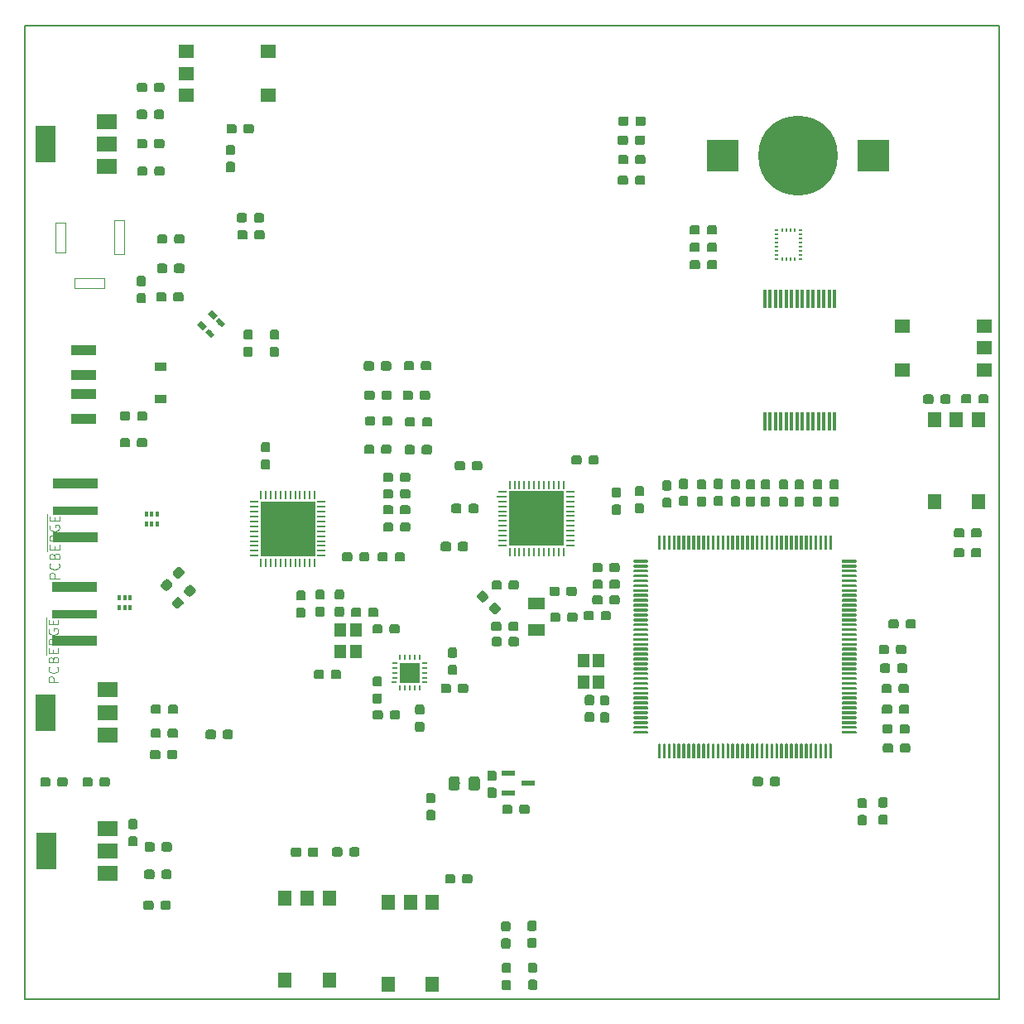
<source format=gtp>
G04 #@! TF.GenerationSoftware,KiCad,Pcbnew,6.0.0-unknown-cbea514~86~ubuntu18.04.1*
G04 #@! TF.CreationDate,2019-07-12T16:47:35-05:00*
G04 #@! TF.ProjectId,power,706f7765-722e-46b6-9963-61645f706362,rev?*
G04 #@! TF.SameCoordinates,Original*
G04 #@! TF.FileFunction,Paste,Top*
G04 #@! TF.FilePolarity,Positive*
%FSLAX46Y46*%
G04 Gerber Fmt 4.6, Leading zero omitted, Abs format (unit mm)*
G04 Created by KiCad (PCBNEW 6.0.0-unknown-cbea514~86~ubuntu18.04.1) date 2019-07-12 16:47:35*
%MOMM*%
%LPD*%
G04 APERTURE LIST*
%ADD10C,0.150000*%
%ADD11C,0.050000*%
G04 #@! TA.AperFunction,NonConductor*
%ADD12C,0.000100*%
G04 #@! TD*
%ADD13R,2.000000X1.500000*%
%ADD14R,2.000000X3.800000*%
%ADD15C,0.950000*%
%ADD16C,0.300000*%
%ADD17R,5.588000X5.588000*%
%ADD18R,0.264800X0.807999*%
%ADD19R,0.807999X0.264800*%
%ADD20R,1.007999X0.264800*%
%ADD21R,0.380000X1.870000*%
%ADD22R,0.264800X0.907999*%
%ADD23R,1.198880X1.399540*%
%ADD24R,1.800000X1.200000*%
%ADD25R,0.260000X0.620000*%
%ADD26R,0.620000X0.260000*%
%ADD27R,2.000000X2.000000*%
%ADD28R,1.397000X1.600200*%
%ADD29R,1.600200X1.397000*%
%ADD30R,0.350000X0.230000*%
%ADD31R,0.230000X0.350000*%
%ADD32R,0.304800X0.508000*%
%ADD33R,1.320800X0.558800*%
%ADD34C,0.558800*%
%ADD35R,4.560000X0.850000*%
%ADD36R,4.560000X1.000000*%
%ADD37R,2.500000X1.100000*%
%ADD38C,1.150000*%
%ADD39R,1.200000X0.900000*%
%ADD40R,3.200000X3.200000*%
%ADD41C,8.130000*%
G04 APERTURE END LIST*
D10*
X51272440Y-114810540D02*
X51272440Y-15240000D01*
X150876000Y-114810540D02*
X51272440Y-114810540D01*
X150876000Y-15240000D02*
X150876000Y-114808000D01*
X51272440Y-15240000D02*
X150876000Y-15240000D01*
G04 #@! TO.C,J8*
D11*
X54670590Y-82419076D02*
X53670590Y-82419076D01*
X53670590Y-82038124D01*
X53718210Y-81942886D01*
X53765829Y-81895267D01*
X53861067Y-81847648D01*
X54003924Y-81847648D01*
X54099162Y-81895267D01*
X54146781Y-81942886D01*
X54194400Y-82038124D01*
X54194400Y-82419076D01*
X54575352Y-80847648D02*
X54622971Y-80895267D01*
X54670590Y-81038124D01*
X54670590Y-81133362D01*
X54622971Y-81276219D01*
X54527733Y-81371457D01*
X54432495Y-81419076D01*
X54242019Y-81466695D01*
X54099162Y-81466695D01*
X53908686Y-81419076D01*
X53813448Y-81371457D01*
X53718210Y-81276219D01*
X53670590Y-81133362D01*
X53670590Y-81038124D01*
X53718210Y-80895267D01*
X53765829Y-80847648D01*
X54146781Y-80085743D02*
X54194400Y-79942886D01*
X54242019Y-79895267D01*
X54337257Y-79847648D01*
X54480114Y-79847648D01*
X54575352Y-79895267D01*
X54622971Y-79942886D01*
X54670590Y-80038124D01*
X54670590Y-80419076D01*
X53670590Y-80419076D01*
X53670590Y-80085743D01*
X53718210Y-79990505D01*
X53765829Y-79942886D01*
X53861067Y-79895267D01*
X53956305Y-79895267D01*
X54051543Y-79942886D01*
X54099162Y-79990505D01*
X54146781Y-80085743D01*
X54146781Y-80419076D01*
X53433210Y-79657171D02*
X53433210Y-78752410D01*
X54146781Y-79419076D02*
X54146781Y-79085743D01*
X54670590Y-78942886D02*
X54670590Y-79419076D01*
X53670590Y-79419076D01*
X53670590Y-78942886D01*
X53433210Y-78752410D02*
X53433210Y-77752410D01*
X54670590Y-78514314D02*
X53670590Y-78514314D01*
X53670590Y-78276219D01*
X53718210Y-78133362D01*
X53813448Y-78038124D01*
X53908686Y-77990505D01*
X54099162Y-77942886D01*
X54242019Y-77942886D01*
X54432495Y-77990505D01*
X54527733Y-78038124D01*
X54622971Y-78133362D01*
X54670590Y-78276219D01*
X54670590Y-78514314D01*
X53433210Y-77752410D02*
X53433210Y-76752410D01*
X53718210Y-76990505D02*
X53670590Y-77085743D01*
X53670590Y-77228600D01*
X53718210Y-77371457D01*
X53813448Y-77466695D01*
X53908686Y-77514314D01*
X54099162Y-77561933D01*
X54242019Y-77561933D01*
X54432495Y-77514314D01*
X54527733Y-77466695D01*
X54622971Y-77371457D01*
X54670590Y-77228600D01*
X54670590Y-77133362D01*
X54622971Y-76990505D01*
X54575352Y-76942886D01*
X54242019Y-76942886D01*
X54242019Y-77133362D01*
X53433210Y-76752410D02*
X53433210Y-75847648D01*
X54146781Y-76514314D02*
X54146781Y-76180981D01*
X54670590Y-76038124D02*
X54670590Y-76514314D01*
X53670590Y-76514314D01*
X53670590Y-76038124D01*
G04 #@! TO.C,J7*
X54777270Y-71836036D02*
X53777270Y-71836036D01*
X53777270Y-71455084D01*
X53824890Y-71359846D01*
X53872509Y-71312227D01*
X53967747Y-71264608D01*
X54110604Y-71264608D01*
X54205842Y-71312227D01*
X54253461Y-71359846D01*
X54301080Y-71455084D01*
X54301080Y-71836036D01*
X54682032Y-70264608D02*
X54729651Y-70312227D01*
X54777270Y-70455084D01*
X54777270Y-70550322D01*
X54729651Y-70693179D01*
X54634413Y-70788417D01*
X54539175Y-70836036D01*
X54348699Y-70883655D01*
X54205842Y-70883655D01*
X54015366Y-70836036D01*
X53920128Y-70788417D01*
X53824890Y-70693179D01*
X53777270Y-70550322D01*
X53777270Y-70455084D01*
X53824890Y-70312227D01*
X53872509Y-70264608D01*
X54253461Y-69502703D02*
X54301080Y-69359846D01*
X54348699Y-69312227D01*
X54443937Y-69264608D01*
X54586794Y-69264608D01*
X54682032Y-69312227D01*
X54729651Y-69359846D01*
X54777270Y-69455084D01*
X54777270Y-69836036D01*
X53777270Y-69836036D01*
X53777270Y-69502703D01*
X53824890Y-69407465D01*
X53872509Y-69359846D01*
X53967747Y-69312227D01*
X54062985Y-69312227D01*
X54158223Y-69359846D01*
X54205842Y-69407465D01*
X54253461Y-69502703D01*
X54253461Y-69836036D01*
X53539890Y-69074131D02*
X53539890Y-68169370D01*
X54253461Y-68836036D02*
X54253461Y-68502703D01*
X54777270Y-68359846D02*
X54777270Y-68836036D01*
X53777270Y-68836036D01*
X53777270Y-68359846D01*
X53539890Y-68169370D02*
X53539890Y-67169370D01*
X54777270Y-67931274D02*
X53777270Y-67931274D01*
X53777270Y-67693179D01*
X53824890Y-67550322D01*
X53920128Y-67455084D01*
X54015366Y-67407465D01*
X54205842Y-67359846D01*
X54348699Y-67359846D01*
X54539175Y-67407465D01*
X54634413Y-67455084D01*
X54729651Y-67550322D01*
X54777270Y-67693179D01*
X54777270Y-67931274D01*
X53539890Y-67169370D02*
X53539890Y-66169370D01*
X53824890Y-66407465D02*
X53777270Y-66502703D01*
X53777270Y-66645560D01*
X53824890Y-66788417D01*
X53920128Y-66883655D01*
X54015366Y-66931274D01*
X54205842Y-66978893D01*
X54348699Y-66978893D01*
X54539175Y-66931274D01*
X54634413Y-66883655D01*
X54729651Y-66788417D01*
X54777270Y-66645560D01*
X54777270Y-66550322D01*
X54729651Y-66407465D01*
X54682032Y-66359846D01*
X54348699Y-66359846D01*
X54348699Y-66550322D01*
X53539890Y-66169370D02*
X53539890Y-65264608D01*
X54253461Y-65931274D02*
X54253461Y-65597941D01*
X54777270Y-65455084D02*
X54777270Y-65931274D01*
X53777270Y-65931274D01*
X53777270Y-65455084D01*
D12*
G04 #@! TO.C,J2*
X60361200Y-35180600D02*
X61361200Y-35180600D01*
X61361200Y-35180600D02*
X61361200Y-38680600D01*
X61361200Y-38680600D02*
X60361200Y-38680600D01*
X60361200Y-38680600D02*
X60361200Y-35180600D01*
X54361200Y-35430600D02*
X55361200Y-35430600D01*
X55361200Y-35430600D02*
X55361200Y-38430600D01*
X55361200Y-38430600D02*
X54361200Y-38430600D01*
X54361200Y-38430600D02*
X54361200Y-35430600D01*
X59361200Y-41130600D02*
X59361200Y-42130600D01*
X59361200Y-42130600D02*
X56361200Y-42130600D01*
X56361200Y-42130600D02*
X56361200Y-41130600D01*
X56361200Y-41130600D02*
X59361200Y-41130600D01*
G04 #@! TD*
D13*
G04 #@! TO.C,U3*
X59639200Y-29683740D03*
X59639200Y-25083740D03*
X59639200Y-27383740D03*
D14*
X53339200Y-27383740D03*
G04 #@! TD*
D13*
G04 #@! TO.C,U2*
X59723420Y-101987380D03*
X59723420Y-97387380D03*
X59723420Y-99687380D03*
D14*
X53423420Y-99687380D03*
G04 #@! TD*
D13*
G04 #@! TO.C,U1*
X59670080Y-87814180D03*
X59670080Y-83214180D03*
X59670080Y-85514180D03*
D14*
X53370080Y-85514180D03*
G04 #@! TD*
D10*
G04 #@! TO.C,C68*
G36*
X72385321Y-87298074D02*
G01*
X72465218Y-87356122D01*
X72514597Y-87441649D01*
X72526221Y-87515041D01*
X72526221Y-87990041D01*
X72505688Y-88086641D01*
X72447640Y-88166538D01*
X72362113Y-88215917D01*
X72288721Y-88227541D01*
X71713721Y-88227541D01*
X71617121Y-88207008D01*
X71537224Y-88148960D01*
X71487845Y-88063433D01*
X71476221Y-87990041D01*
X71476221Y-87515041D01*
X71496754Y-87418441D01*
X71554802Y-87338544D01*
X71640329Y-87289165D01*
X71713721Y-87277541D01*
X72288721Y-87277541D01*
X72385321Y-87298074D01*
X72385321Y-87298074D01*
G37*
D15*
X72001221Y-87752541D03*
D10*
G36*
X70635321Y-87298074D02*
G01*
X70715218Y-87356122D01*
X70764597Y-87441649D01*
X70776221Y-87515041D01*
X70776221Y-87990041D01*
X70755688Y-88086641D01*
X70697640Y-88166538D01*
X70612113Y-88215917D01*
X70538721Y-88227541D01*
X69963721Y-88227541D01*
X69867121Y-88207008D01*
X69787224Y-88148960D01*
X69737845Y-88063433D01*
X69726221Y-87990041D01*
X69726221Y-87515041D01*
X69746754Y-87418441D01*
X69804802Y-87338544D01*
X69890329Y-87289165D01*
X69963721Y-87277541D01*
X70538721Y-87277541D01*
X70635321Y-87298074D01*
X70635321Y-87298074D01*
G37*
D15*
X70251221Y-87752541D03*
G04 #@! TD*
D10*
G04 #@! TO.C,U5*
G36*
X116277033Y-67413467D02*
G01*
X116299000Y-67466500D01*
X116299000Y-68791500D01*
X116277033Y-68844533D01*
X116224000Y-68866500D01*
X116074000Y-68866500D01*
X116020967Y-68844533D01*
X115999000Y-68791500D01*
X115999000Y-67466500D01*
X116020967Y-67413467D01*
X116074000Y-67391500D01*
X116224000Y-67391500D01*
X116277033Y-67413467D01*
X116277033Y-67413467D01*
G37*
D16*
X116149000Y-68129000D03*
D10*
G36*
X116777033Y-67413467D02*
G01*
X116799000Y-67466500D01*
X116799000Y-68791500D01*
X116777033Y-68844533D01*
X116724000Y-68866500D01*
X116574000Y-68866500D01*
X116520967Y-68844533D01*
X116499000Y-68791500D01*
X116499000Y-67466500D01*
X116520967Y-67413467D01*
X116574000Y-67391500D01*
X116724000Y-67391500D01*
X116777033Y-67413467D01*
X116777033Y-67413467D01*
G37*
D16*
X116649000Y-68129000D03*
D10*
G36*
X117277033Y-67413467D02*
G01*
X117299000Y-67466500D01*
X117299000Y-68791500D01*
X117277033Y-68844533D01*
X117224000Y-68866500D01*
X117074000Y-68866500D01*
X117020967Y-68844533D01*
X116999000Y-68791500D01*
X116999000Y-67466500D01*
X117020967Y-67413467D01*
X117074000Y-67391500D01*
X117224000Y-67391500D01*
X117277033Y-67413467D01*
X117277033Y-67413467D01*
G37*
D16*
X117149000Y-68129000D03*
D10*
G36*
X117777033Y-67413467D02*
G01*
X117799000Y-67466500D01*
X117799000Y-68791500D01*
X117777033Y-68844533D01*
X117724000Y-68866500D01*
X117574000Y-68866500D01*
X117520967Y-68844533D01*
X117499000Y-68791500D01*
X117499000Y-67466500D01*
X117520967Y-67413467D01*
X117574000Y-67391500D01*
X117724000Y-67391500D01*
X117777033Y-67413467D01*
X117777033Y-67413467D01*
G37*
D16*
X117649000Y-68129000D03*
D10*
G36*
X118277033Y-67413467D02*
G01*
X118299000Y-67466500D01*
X118299000Y-68791500D01*
X118277033Y-68844533D01*
X118224000Y-68866500D01*
X118074000Y-68866500D01*
X118020967Y-68844533D01*
X117999000Y-68791500D01*
X117999000Y-67466500D01*
X118020967Y-67413467D01*
X118074000Y-67391500D01*
X118224000Y-67391500D01*
X118277033Y-67413467D01*
X118277033Y-67413467D01*
G37*
D16*
X118149000Y-68129000D03*
D10*
G36*
X118777033Y-67413467D02*
G01*
X118799000Y-67466500D01*
X118799000Y-68791500D01*
X118777033Y-68844533D01*
X118724000Y-68866500D01*
X118574000Y-68866500D01*
X118520967Y-68844533D01*
X118499000Y-68791500D01*
X118499000Y-67466500D01*
X118520967Y-67413467D01*
X118574000Y-67391500D01*
X118724000Y-67391500D01*
X118777033Y-67413467D01*
X118777033Y-67413467D01*
G37*
D16*
X118649000Y-68129000D03*
D10*
G36*
X119277033Y-67413467D02*
G01*
X119299000Y-67466500D01*
X119299000Y-68791500D01*
X119277033Y-68844533D01*
X119224000Y-68866500D01*
X119074000Y-68866500D01*
X119020967Y-68844533D01*
X118999000Y-68791500D01*
X118999000Y-67466500D01*
X119020967Y-67413467D01*
X119074000Y-67391500D01*
X119224000Y-67391500D01*
X119277033Y-67413467D01*
X119277033Y-67413467D01*
G37*
D16*
X119149000Y-68129000D03*
D10*
G36*
X119777033Y-67413467D02*
G01*
X119799000Y-67466500D01*
X119799000Y-68791500D01*
X119777033Y-68844533D01*
X119724000Y-68866500D01*
X119574000Y-68866500D01*
X119520967Y-68844533D01*
X119499000Y-68791500D01*
X119499000Y-67466500D01*
X119520967Y-67413467D01*
X119574000Y-67391500D01*
X119724000Y-67391500D01*
X119777033Y-67413467D01*
X119777033Y-67413467D01*
G37*
D16*
X119649000Y-68129000D03*
D10*
G36*
X120277033Y-67413467D02*
G01*
X120299000Y-67466500D01*
X120299000Y-68791500D01*
X120277033Y-68844533D01*
X120224000Y-68866500D01*
X120074000Y-68866500D01*
X120020967Y-68844533D01*
X119999000Y-68791500D01*
X119999000Y-67466500D01*
X120020967Y-67413467D01*
X120074000Y-67391500D01*
X120224000Y-67391500D01*
X120277033Y-67413467D01*
X120277033Y-67413467D01*
G37*
D16*
X120149000Y-68129000D03*
D10*
G36*
X120777033Y-67413467D02*
G01*
X120799000Y-67466500D01*
X120799000Y-68791500D01*
X120777033Y-68844533D01*
X120724000Y-68866500D01*
X120574000Y-68866500D01*
X120520967Y-68844533D01*
X120499000Y-68791500D01*
X120499000Y-67466500D01*
X120520967Y-67413467D01*
X120574000Y-67391500D01*
X120724000Y-67391500D01*
X120777033Y-67413467D01*
X120777033Y-67413467D01*
G37*
D16*
X120649000Y-68129000D03*
D10*
G36*
X121277033Y-67413467D02*
G01*
X121299000Y-67466500D01*
X121299000Y-68791500D01*
X121277033Y-68844533D01*
X121224000Y-68866500D01*
X121074000Y-68866500D01*
X121020967Y-68844533D01*
X120999000Y-68791500D01*
X120999000Y-67466500D01*
X121020967Y-67413467D01*
X121074000Y-67391500D01*
X121224000Y-67391500D01*
X121277033Y-67413467D01*
X121277033Y-67413467D01*
G37*
D16*
X121149000Y-68129000D03*
D10*
G36*
X121777033Y-67413467D02*
G01*
X121799000Y-67466500D01*
X121799000Y-68791500D01*
X121777033Y-68844533D01*
X121724000Y-68866500D01*
X121574000Y-68866500D01*
X121520967Y-68844533D01*
X121499000Y-68791500D01*
X121499000Y-67466500D01*
X121520967Y-67413467D01*
X121574000Y-67391500D01*
X121724000Y-67391500D01*
X121777033Y-67413467D01*
X121777033Y-67413467D01*
G37*
D16*
X121649000Y-68129000D03*
D10*
G36*
X122277033Y-67413467D02*
G01*
X122299000Y-67466500D01*
X122299000Y-68791500D01*
X122277033Y-68844533D01*
X122224000Y-68866500D01*
X122074000Y-68866500D01*
X122020967Y-68844533D01*
X121999000Y-68791500D01*
X121999000Y-67466500D01*
X122020967Y-67413467D01*
X122074000Y-67391500D01*
X122224000Y-67391500D01*
X122277033Y-67413467D01*
X122277033Y-67413467D01*
G37*
D16*
X122149000Y-68129000D03*
D10*
G36*
X122777033Y-67413467D02*
G01*
X122799000Y-67466500D01*
X122799000Y-68791500D01*
X122777033Y-68844533D01*
X122724000Y-68866500D01*
X122574000Y-68866500D01*
X122520967Y-68844533D01*
X122499000Y-68791500D01*
X122499000Y-67466500D01*
X122520967Y-67413467D01*
X122574000Y-67391500D01*
X122724000Y-67391500D01*
X122777033Y-67413467D01*
X122777033Y-67413467D01*
G37*
D16*
X122649000Y-68129000D03*
D10*
G36*
X123277033Y-67413467D02*
G01*
X123299000Y-67466500D01*
X123299000Y-68791500D01*
X123277033Y-68844533D01*
X123224000Y-68866500D01*
X123074000Y-68866500D01*
X123020967Y-68844533D01*
X122999000Y-68791500D01*
X122999000Y-67466500D01*
X123020967Y-67413467D01*
X123074000Y-67391500D01*
X123224000Y-67391500D01*
X123277033Y-67413467D01*
X123277033Y-67413467D01*
G37*
D16*
X123149000Y-68129000D03*
D10*
G36*
X123777033Y-67413467D02*
G01*
X123799000Y-67466500D01*
X123799000Y-68791500D01*
X123777033Y-68844533D01*
X123724000Y-68866500D01*
X123574000Y-68866500D01*
X123520967Y-68844533D01*
X123499000Y-68791500D01*
X123499000Y-67466500D01*
X123520967Y-67413467D01*
X123574000Y-67391500D01*
X123724000Y-67391500D01*
X123777033Y-67413467D01*
X123777033Y-67413467D01*
G37*
D16*
X123649000Y-68129000D03*
D10*
G36*
X124277033Y-67413467D02*
G01*
X124299000Y-67466500D01*
X124299000Y-68791500D01*
X124277033Y-68844533D01*
X124224000Y-68866500D01*
X124074000Y-68866500D01*
X124020967Y-68844533D01*
X123999000Y-68791500D01*
X123999000Y-67466500D01*
X124020967Y-67413467D01*
X124074000Y-67391500D01*
X124224000Y-67391500D01*
X124277033Y-67413467D01*
X124277033Y-67413467D01*
G37*
D16*
X124149000Y-68129000D03*
D10*
G36*
X124777033Y-67413467D02*
G01*
X124799000Y-67466500D01*
X124799000Y-68791500D01*
X124777033Y-68844533D01*
X124724000Y-68866500D01*
X124574000Y-68866500D01*
X124520967Y-68844533D01*
X124499000Y-68791500D01*
X124499000Y-67466500D01*
X124520967Y-67413467D01*
X124574000Y-67391500D01*
X124724000Y-67391500D01*
X124777033Y-67413467D01*
X124777033Y-67413467D01*
G37*
D16*
X124649000Y-68129000D03*
D10*
G36*
X125277033Y-67413467D02*
G01*
X125299000Y-67466500D01*
X125299000Y-68791500D01*
X125277033Y-68844533D01*
X125224000Y-68866500D01*
X125074000Y-68866500D01*
X125020967Y-68844533D01*
X124999000Y-68791500D01*
X124999000Y-67466500D01*
X125020967Y-67413467D01*
X125074000Y-67391500D01*
X125224000Y-67391500D01*
X125277033Y-67413467D01*
X125277033Y-67413467D01*
G37*
D16*
X125149000Y-68129000D03*
D10*
G36*
X125777033Y-67413467D02*
G01*
X125799000Y-67466500D01*
X125799000Y-68791500D01*
X125777033Y-68844533D01*
X125724000Y-68866500D01*
X125574000Y-68866500D01*
X125520967Y-68844533D01*
X125499000Y-68791500D01*
X125499000Y-67466500D01*
X125520967Y-67413467D01*
X125574000Y-67391500D01*
X125724000Y-67391500D01*
X125777033Y-67413467D01*
X125777033Y-67413467D01*
G37*
D16*
X125649000Y-68129000D03*
D10*
G36*
X126277033Y-67413467D02*
G01*
X126299000Y-67466500D01*
X126299000Y-68791500D01*
X126277033Y-68844533D01*
X126224000Y-68866500D01*
X126074000Y-68866500D01*
X126020967Y-68844533D01*
X125999000Y-68791500D01*
X125999000Y-67466500D01*
X126020967Y-67413467D01*
X126074000Y-67391500D01*
X126224000Y-67391500D01*
X126277033Y-67413467D01*
X126277033Y-67413467D01*
G37*
D16*
X126149000Y-68129000D03*
D10*
G36*
X126777033Y-67413467D02*
G01*
X126799000Y-67466500D01*
X126799000Y-68791500D01*
X126777033Y-68844533D01*
X126724000Y-68866500D01*
X126574000Y-68866500D01*
X126520967Y-68844533D01*
X126499000Y-68791500D01*
X126499000Y-67466500D01*
X126520967Y-67413467D01*
X126574000Y-67391500D01*
X126724000Y-67391500D01*
X126777033Y-67413467D01*
X126777033Y-67413467D01*
G37*
D16*
X126649000Y-68129000D03*
D10*
G36*
X127277033Y-67413467D02*
G01*
X127299000Y-67466500D01*
X127299000Y-68791500D01*
X127277033Y-68844533D01*
X127224000Y-68866500D01*
X127074000Y-68866500D01*
X127020967Y-68844533D01*
X126999000Y-68791500D01*
X126999000Y-67466500D01*
X127020967Y-67413467D01*
X127074000Y-67391500D01*
X127224000Y-67391500D01*
X127277033Y-67413467D01*
X127277033Y-67413467D01*
G37*
D16*
X127149000Y-68129000D03*
D10*
G36*
X127777033Y-67413467D02*
G01*
X127799000Y-67466500D01*
X127799000Y-68791500D01*
X127777033Y-68844533D01*
X127724000Y-68866500D01*
X127574000Y-68866500D01*
X127520967Y-68844533D01*
X127499000Y-68791500D01*
X127499000Y-67466500D01*
X127520967Y-67413467D01*
X127574000Y-67391500D01*
X127724000Y-67391500D01*
X127777033Y-67413467D01*
X127777033Y-67413467D01*
G37*
D16*
X127649000Y-68129000D03*
D10*
G36*
X128277033Y-67413467D02*
G01*
X128299000Y-67466500D01*
X128299000Y-68791500D01*
X128277033Y-68844533D01*
X128224000Y-68866500D01*
X128074000Y-68866500D01*
X128020967Y-68844533D01*
X127999000Y-68791500D01*
X127999000Y-67466500D01*
X128020967Y-67413467D01*
X128074000Y-67391500D01*
X128224000Y-67391500D01*
X128277033Y-67413467D01*
X128277033Y-67413467D01*
G37*
D16*
X128149000Y-68129000D03*
D10*
G36*
X128777033Y-67413467D02*
G01*
X128799000Y-67466500D01*
X128799000Y-68791500D01*
X128777033Y-68844533D01*
X128724000Y-68866500D01*
X128574000Y-68866500D01*
X128520967Y-68844533D01*
X128499000Y-68791500D01*
X128499000Y-67466500D01*
X128520967Y-67413467D01*
X128574000Y-67391500D01*
X128724000Y-67391500D01*
X128777033Y-67413467D01*
X128777033Y-67413467D01*
G37*
D16*
X128649000Y-68129000D03*
D10*
G36*
X129277033Y-67413467D02*
G01*
X129299000Y-67466500D01*
X129299000Y-68791500D01*
X129277033Y-68844533D01*
X129224000Y-68866500D01*
X129074000Y-68866500D01*
X129020967Y-68844533D01*
X128999000Y-68791500D01*
X128999000Y-67466500D01*
X129020967Y-67413467D01*
X129074000Y-67391500D01*
X129224000Y-67391500D01*
X129277033Y-67413467D01*
X129277033Y-67413467D01*
G37*
D16*
X129149000Y-68129000D03*
D10*
G36*
X129777033Y-67413467D02*
G01*
X129799000Y-67466500D01*
X129799000Y-68791500D01*
X129777033Y-68844533D01*
X129724000Y-68866500D01*
X129574000Y-68866500D01*
X129520967Y-68844533D01*
X129499000Y-68791500D01*
X129499000Y-67466500D01*
X129520967Y-67413467D01*
X129574000Y-67391500D01*
X129724000Y-67391500D01*
X129777033Y-67413467D01*
X129777033Y-67413467D01*
G37*
D16*
X129649000Y-68129000D03*
D10*
G36*
X130277033Y-67413467D02*
G01*
X130299000Y-67466500D01*
X130299000Y-68791500D01*
X130277033Y-68844533D01*
X130224000Y-68866500D01*
X130074000Y-68866500D01*
X130020967Y-68844533D01*
X129999000Y-68791500D01*
X129999000Y-67466500D01*
X130020967Y-67413467D01*
X130074000Y-67391500D01*
X130224000Y-67391500D01*
X130277033Y-67413467D01*
X130277033Y-67413467D01*
G37*
D16*
X130149000Y-68129000D03*
D10*
G36*
X130777033Y-67413467D02*
G01*
X130799000Y-67466500D01*
X130799000Y-68791500D01*
X130777033Y-68844533D01*
X130724000Y-68866500D01*
X130574000Y-68866500D01*
X130520967Y-68844533D01*
X130499000Y-68791500D01*
X130499000Y-67466500D01*
X130520967Y-67413467D01*
X130574000Y-67391500D01*
X130724000Y-67391500D01*
X130777033Y-67413467D01*
X130777033Y-67413467D01*
G37*
D16*
X130649000Y-68129000D03*
D10*
G36*
X131277033Y-67413467D02*
G01*
X131299000Y-67466500D01*
X131299000Y-68791500D01*
X131277033Y-68844533D01*
X131224000Y-68866500D01*
X131074000Y-68866500D01*
X131020967Y-68844533D01*
X130999000Y-68791500D01*
X130999000Y-67466500D01*
X131020967Y-67413467D01*
X131074000Y-67391500D01*
X131224000Y-67391500D01*
X131277033Y-67413467D01*
X131277033Y-67413467D01*
G37*
D16*
X131149000Y-68129000D03*
D10*
G36*
X131777033Y-67413467D02*
G01*
X131799000Y-67466500D01*
X131799000Y-68791500D01*
X131777033Y-68844533D01*
X131724000Y-68866500D01*
X131574000Y-68866500D01*
X131520967Y-68844533D01*
X131499000Y-68791500D01*
X131499000Y-67466500D01*
X131520967Y-67413467D01*
X131574000Y-67391500D01*
X131724000Y-67391500D01*
X131777033Y-67413467D01*
X131777033Y-67413467D01*
G37*
D16*
X131649000Y-68129000D03*
D10*
G36*
X132277033Y-67413467D02*
G01*
X132299000Y-67466500D01*
X132299000Y-68791500D01*
X132277033Y-68844533D01*
X132224000Y-68866500D01*
X132074000Y-68866500D01*
X132020967Y-68844533D01*
X131999000Y-68791500D01*
X131999000Y-67466500D01*
X132020967Y-67413467D01*
X132074000Y-67391500D01*
X132224000Y-67391500D01*
X132277033Y-67413467D01*
X132277033Y-67413467D01*
G37*
D16*
X132149000Y-68129000D03*
D10*
G36*
X132777033Y-67413467D02*
G01*
X132799000Y-67466500D01*
X132799000Y-68791500D01*
X132777033Y-68844533D01*
X132724000Y-68866500D01*
X132574000Y-68866500D01*
X132520967Y-68844533D01*
X132499000Y-68791500D01*
X132499000Y-67466500D01*
X132520967Y-67413467D01*
X132574000Y-67391500D01*
X132724000Y-67391500D01*
X132777033Y-67413467D01*
X132777033Y-67413467D01*
G37*
D16*
X132649000Y-68129000D03*
D10*
G36*
X133277033Y-67413467D02*
G01*
X133299000Y-67466500D01*
X133299000Y-68791500D01*
X133277033Y-68844533D01*
X133224000Y-68866500D01*
X133074000Y-68866500D01*
X133020967Y-68844533D01*
X132999000Y-68791500D01*
X132999000Y-67466500D01*
X133020967Y-67413467D01*
X133074000Y-67391500D01*
X133224000Y-67391500D01*
X133277033Y-67413467D01*
X133277033Y-67413467D01*
G37*
D16*
X133149000Y-68129000D03*
D10*
G36*
X133777033Y-67413467D02*
G01*
X133799000Y-67466500D01*
X133799000Y-68791500D01*
X133777033Y-68844533D01*
X133724000Y-68866500D01*
X133574000Y-68866500D01*
X133520967Y-68844533D01*
X133499000Y-68791500D01*
X133499000Y-67466500D01*
X133520967Y-67413467D01*
X133574000Y-67391500D01*
X133724000Y-67391500D01*
X133777033Y-67413467D01*
X133777033Y-67413467D01*
G37*
D16*
X133649000Y-68129000D03*
D10*
G36*
X136277033Y-69913467D02*
G01*
X136299000Y-69966500D01*
X136299000Y-70116500D01*
X136277033Y-70169533D01*
X136224000Y-70191500D01*
X134899000Y-70191500D01*
X134845967Y-70169533D01*
X134824000Y-70116500D01*
X134824000Y-69966500D01*
X134845967Y-69913467D01*
X134899000Y-69891500D01*
X136224000Y-69891500D01*
X136277033Y-69913467D01*
X136277033Y-69913467D01*
G37*
D16*
X135561500Y-70041500D03*
D10*
G36*
X136277033Y-70413467D02*
G01*
X136299000Y-70466500D01*
X136299000Y-70616500D01*
X136277033Y-70669533D01*
X136224000Y-70691500D01*
X134899000Y-70691500D01*
X134845967Y-70669533D01*
X134824000Y-70616500D01*
X134824000Y-70466500D01*
X134845967Y-70413467D01*
X134899000Y-70391500D01*
X136224000Y-70391500D01*
X136277033Y-70413467D01*
X136277033Y-70413467D01*
G37*
D16*
X135561500Y-70541500D03*
D10*
G36*
X136277033Y-70913467D02*
G01*
X136299000Y-70966500D01*
X136299000Y-71116500D01*
X136277033Y-71169533D01*
X136224000Y-71191500D01*
X134899000Y-71191500D01*
X134845967Y-71169533D01*
X134824000Y-71116500D01*
X134824000Y-70966500D01*
X134845967Y-70913467D01*
X134899000Y-70891500D01*
X136224000Y-70891500D01*
X136277033Y-70913467D01*
X136277033Y-70913467D01*
G37*
D16*
X135561500Y-71041500D03*
D10*
G36*
X136277033Y-71413467D02*
G01*
X136299000Y-71466500D01*
X136299000Y-71616500D01*
X136277033Y-71669533D01*
X136224000Y-71691500D01*
X134899000Y-71691500D01*
X134845967Y-71669533D01*
X134824000Y-71616500D01*
X134824000Y-71466500D01*
X134845967Y-71413467D01*
X134899000Y-71391500D01*
X136224000Y-71391500D01*
X136277033Y-71413467D01*
X136277033Y-71413467D01*
G37*
D16*
X135561500Y-71541500D03*
D10*
G36*
X136277033Y-71913467D02*
G01*
X136299000Y-71966500D01*
X136299000Y-72116500D01*
X136277033Y-72169533D01*
X136224000Y-72191500D01*
X134899000Y-72191500D01*
X134845967Y-72169533D01*
X134824000Y-72116500D01*
X134824000Y-71966500D01*
X134845967Y-71913467D01*
X134899000Y-71891500D01*
X136224000Y-71891500D01*
X136277033Y-71913467D01*
X136277033Y-71913467D01*
G37*
D16*
X135561500Y-72041500D03*
D10*
G36*
X136277033Y-72413467D02*
G01*
X136299000Y-72466500D01*
X136299000Y-72616500D01*
X136277033Y-72669533D01*
X136224000Y-72691500D01*
X134899000Y-72691500D01*
X134845967Y-72669533D01*
X134824000Y-72616500D01*
X134824000Y-72466500D01*
X134845967Y-72413467D01*
X134899000Y-72391500D01*
X136224000Y-72391500D01*
X136277033Y-72413467D01*
X136277033Y-72413467D01*
G37*
D16*
X135561500Y-72541500D03*
D10*
G36*
X136277033Y-72913467D02*
G01*
X136299000Y-72966500D01*
X136299000Y-73116500D01*
X136277033Y-73169533D01*
X136224000Y-73191500D01*
X134899000Y-73191500D01*
X134845967Y-73169533D01*
X134824000Y-73116500D01*
X134824000Y-72966500D01*
X134845967Y-72913467D01*
X134899000Y-72891500D01*
X136224000Y-72891500D01*
X136277033Y-72913467D01*
X136277033Y-72913467D01*
G37*
D16*
X135561500Y-73041500D03*
D10*
G36*
X136277033Y-73413467D02*
G01*
X136299000Y-73466500D01*
X136299000Y-73616500D01*
X136277033Y-73669533D01*
X136224000Y-73691500D01*
X134899000Y-73691500D01*
X134845967Y-73669533D01*
X134824000Y-73616500D01*
X134824000Y-73466500D01*
X134845967Y-73413467D01*
X134899000Y-73391500D01*
X136224000Y-73391500D01*
X136277033Y-73413467D01*
X136277033Y-73413467D01*
G37*
D16*
X135561500Y-73541500D03*
D10*
G36*
X136277033Y-73913467D02*
G01*
X136299000Y-73966500D01*
X136299000Y-74116500D01*
X136277033Y-74169533D01*
X136224000Y-74191500D01*
X134899000Y-74191500D01*
X134845967Y-74169533D01*
X134824000Y-74116500D01*
X134824000Y-73966500D01*
X134845967Y-73913467D01*
X134899000Y-73891500D01*
X136224000Y-73891500D01*
X136277033Y-73913467D01*
X136277033Y-73913467D01*
G37*
D16*
X135561500Y-74041500D03*
D10*
G36*
X136277033Y-74413467D02*
G01*
X136299000Y-74466500D01*
X136299000Y-74616500D01*
X136277033Y-74669533D01*
X136224000Y-74691500D01*
X134899000Y-74691500D01*
X134845967Y-74669533D01*
X134824000Y-74616500D01*
X134824000Y-74466500D01*
X134845967Y-74413467D01*
X134899000Y-74391500D01*
X136224000Y-74391500D01*
X136277033Y-74413467D01*
X136277033Y-74413467D01*
G37*
D16*
X135561500Y-74541500D03*
D10*
G36*
X136277033Y-74913467D02*
G01*
X136299000Y-74966500D01*
X136299000Y-75116500D01*
X136277033Y-75169533D01*
X136224000Y-75191500D01*
X134899000Y-75191500D01*
X134845967Y-75169533D01*
X134824000Y-75116500D01*
X134824000Y-74966500D01*
X134845967Y-74913467D01*
X134899000Y-74891500D01*
X136224000Y-74891500D01*
X136277033Y-74913467D01*
X136277033Y-74913467D01*
G37*
D16*
X135561500Y-75041500D03*
D10*
G36*
X136277033Y-75413467D02*
G01*
X136299000Y-75466500D01*
X136299000Y-75616500D01*
X136277033Y-75669533D01*
X136224000Y-75691500D01*
X134899000Y-75691500D01*
X134845967Y-75669533D01*
X134824000Y-75616500D01*
X134824000Y-75466500D01*
X134845967Y-75413467D01*
X134899000Y-75391500D01*
X136224000Y-75391500D01*
X136277033Y-75413467D01*
X136277033Y-75413467D01*
G37*
D16*
X135561500Y-75541500D03*
D10*
G36*
X136277033Y-75913467D02*
G01*
X136299000Y-75966500D01*
X136299000Y-76116500D01*
X136277033Y-76169533D01*
X136224000Y-76191500D01*
X134899000Y-76191500D01*
X134845967Y-76169533D01*
X134824000Y-76116500D01*
X134824000Y-75966500D01*
X134845967Y-75913467D01*
X134899000Y-75891500D01*
X136224000Y-75891500D01*
X136277033Y-75913467D01*
X136277033Y-75913467D01*
G37*
D16*
X135561500Y-76041500D03*
D10*
G36*
X136277033Y-76413467D02*
G01*
X136299000Y-76466500D01*
X136299000Y-76616500D01*
X136277033Y-76669533D01*
X136224000Y-76691500D01*
X134899000Y-76691500D01*
X134845967Y-76669533D01*
X134824000Y-76616500D01*
X134824000Y-76466500D01*
X134845967Y-76413467D01*
X134899000Y-76391500D01*
X136224000Y-76391500D01*
X136277033Y-76413467D01*
X136277033Y-76413467D01*
G37*
D16*
X135561500Y-76541500D03*
D10*
G36*
X136277033Y-76913467D02*
G01*
X136299000Y-76966500D01*
X136299000Y-77116500D01*
X136277033Y-77169533D01*
X136224000Y-77191500D01*
X134899000Y-77191500D01*
X134845967Y-77169533D01*
X134824000Y-77116500D01*
X134824000Y-76966500D01*
X134845967Y-76913467D01*
X134899000Y-76891500D01*
X136224000Y-76891500D01*
X136277033Y-76913467D01*
X136277033Y-76913467D01*
G37*
D16*
X135561500Y-77041500D03*
D10*
G36*
X136277033Y-77413467D02*
G01*
X136299000Y-77466500D01*
X136299000Y-77616500D01*
X136277033Y-77669533D01*
X136224000Y-77691500D01*
X134899000Y-77691500D01*
X134845967Y-77669533D01*
X134824000Y-77616500D01*
X134824000Y-77466500D01*
X134845967Y-77413467D01*
X134899000Y-77391500D01*
X136224000Y-77391500D01*
X136277033Y-77413467D01*
X136277033Y-77413467D01*
G37*
D16*
X135561500Y-77541500D03*
D10*
G36*
X136277033Y-77913467D02*
G01*
X136299000Y-77966500D01*
X136299000Y-78116500D01*
X136277033Y-78169533D01*
X136224000Y-78191500D01*
X134899000Y-78191500D01*
X134845967Y-78169533D01*
X134824000Y-78116500D01*
X134824000Y-77966500D01*
X134845967Y-77913467D01*
X134899000Y-77891500D01*
X136224000Y-77891500D01*
X136277033Y-77913467D01*
X136277033Y-77913467D01*
G37*
D16*
X135561500Y-78041500D03*
D10*
G36*
X136277033Y-78413467D02*
G01*
X136299000Y-78466500D01*
X136299000Y-78616500D01*
X136277033Y-78669533D01*
X136224000Y-78691500D01*
X134899000Y-78691500D01*
X134845967Y-78669533D01*
X134824000Y-78616500D01*
X134824000Y-78466500D01*
X134845967Y-78413467D01*
X134899000Y-78391500D01*
X136224000Y-78391500D01*
X136277033Y-78413467D01*
X136277033Y-78413467D01*
G37*
D16*
X135561500Y-78541500D03*
D10*
G36*
X136277033Y-78913467D02*
G01*
X136299000Y-78966500D01*
X136299000Y-79116500D01*
X136277033Y-79169533D01*
X136224000Y-79191500D01*
X134899000Y-79191500D01*
X134845967Y-79169533D01*
X134824000Y-79116500D01*
X134824000Y-78966500D01*
X134845967Y-78913467D01*
X134899000Y-78891500D01*
X136224000Y-78891500D01*
X136277033Y-78913467D01*
X136277033Y-78913467D01*
G37*
D16*
X135561500Y-79041500D03*
D10*
G36*
X136277033Y-79413467D02*
G01*
X136299000Y-79466500D01*
X136299000Y-79616500D01*
X136277033Y-79669533D01*
X136224000Y-79691500D01*
X134899000Y-79691500D01*
X134845967Y-79669533D01*
X134824000Y-79616500D01*
X134824000Y-79466500D01*
X134845967Y-79413467D01*
X134899000Y-79391500D01*
X136224000Y-79391500D01*
X136277033Y-79413467D01*
X136277033Y-79413467D01*
G37*
D16*
X135561500Y-79541500D03*
D10*
G36*
X136277033Y-79913467D02*
G01*
X136299000Y-79966500D01*
X136299000Y-80116500D01*
X136277033Y-80169533D01*
X136224000Y-80191500D01*
X134899000Y-80191500D01*
X134845967Y-80169533D01*
X134824000Y-80116500D01*
X134824000Y-79966500D01*
X134845967Y-79913467D01*
X134899000Y-79891500D01*
X136224000Y-79891500D01*
X136277033Y-79913467D01*
X136277033Y-79913467D01*
G37*
D16*
X135561500Y-80041500D03*
D10*
G36*
X136277033Y-80413467D02*
G01*
X136299000Y-80466500D01*
X136299000Y-80616500D01*
X136277033Y-80669533D01*
X136224000Y-80691500D01*
X134899000Y-80691500D01*
X134845967Y-80669533D01*
X134824000Y-80616500D01*
X134824000Y-80466500D01*
X134845967Y-80413467D01*
X134899000Y-80391500D01*
X136224000Y-80391500D01*
X136277033Y-80413467D01*
X136277033Y-80413467D01*
G37*
D16*
X135561500Y-80541500D03*
D10*
G36*
X136277033Y-80913467D02*
G01*
X136299000Y-80966500D01*
X136299000Y-81116500D01*
X136277033Y-81169533D01*
X136224000Y-81191500D01*
X134899000Y-81191500D01*
X134845967Y-81169533D01*
X134824000Y-81116500D01*
X134824000Y-80966500D01*
X134845967Y-80913467D01*
X134899000Y-80891500D01*
X136224000Y-80891500D01*
X136277033Y-80913467D01*
X136277033Y-80913467D01*
G37*
D16*
X135561500Y-81041500D03*
D10*
G36*
X136277033Y-81413467D02*
G01*
X136299000Y-81466500D01*
X136299000Y-81616500D01*
X136277033Y-81669533D01*
X136224000Y-81691500D01*
X134899000Y-81691500D01*
X134845967Y-81669533D01*
X134824000Y-81616500D01*
X134824000Y-81466500D01*
X134845967Y-81413467D01*
X134899000Y-81391500D01*
X136224000Y-81391500D01*
X136277033Y-81413467D01*
X136277033Y-81413467D01*
G37*
D16*
X135561500Y-81541500D03*
D10*
G36*
X136277033Y-81913467D02*
G01*
X136299000Y-81966500D01*
X136299000Y-82116500D01*
X136277033Y-82169533D01*
X136224000Y-82191500D01*
X134899000Y-82191500D01*
X134845967Y-82169533D01*
X134824000Y-82116500D01*
X134824000Y-81966500D01*
X134845967Y-81913467D01*
X134899000Y-81891500D01*
X136224000Y-81891500D01*
X136277033Y-81913467D01*
X136277033Y-81913467D01*
G37*
D16*
X135561500Y-82041500D03*
D10*
G36*
X136277033Y-82413467D02*
G01*
X136299000Y-82466500D01*
X136299000Y-82616500D01*
X136277033Y-82669533D01*
X136224000Y-82691500D01*
X134899000Y-82691500D01*
X134845967Y-82669533D01*
X134824000Y-82616500D01*
X134824000Y-82466500D01*
X134845967Y-82413467D01*
X134899000Y-82391500D01*
X136224000Y-82391500D01*
X136277033Y-82413467D01*
X136277033Y-82413467D01*
G37*
D16*
X135561500Y-82541500D03*
D10*
G36*
X136277033Y-82913467D02*
G01*
X136299000Y-82966500D01*
X136299000Y-83116500D01*
X136277033Y-83169533D01*
X136224000Y-83191500D01*
X134899000Y-83191500D01*
X134845967Y-83169533D01*
X134824000Y-83116500D01*
X134824000Y-82966500D01*
X134845967Y-82913467D01*
X134899000Y-82891500D01*
X136224000Y-82891500D01*
X136277033Y-82913467D01*
X136277033Y-82913467D01*
G37*
D16*
X135561500Y-83041500D03*
D10*
G36*
X136277033Y-83413467D02*
G01*
X136299000Y-83466500D01*
X136299000Y-83616500D01*
X136277033Y-83669533D01*
X136224000Y-83691500D01*
X134899000Y-83691500D01*
X134845967Y-83669533D01*
X134824000Y-83616500D01*
X134824000Y-83466500D01*
X134845967Y-83413467D01*
X134899000Y-83391500D01*
X136224000Y-83391500D01*
X136277033Y-83413467D01*
X136277033Y-83413467D01*
G37*
D16*
X135561500Y-83541500D03*
D10*
G36*
X136277033Y-83913467D02*
G01*
X136299000Y-83966500D01*
X136299000Y-84116500D01*
X136277033Y-84169533D01*
X136224000Y-84191500D01*
X134899000Y-84191500D01*
X134845967Y-84169533D01*
X134824000Y-84116500D01*
X134824000Y-83966500D01*
X134845967Y-83913467D01*
X134899000Y-83891500D01*
X136224000Y-83891500D01*
X136277033Y-83913467D01*
X136277033Y-83913467D01*
G37*
D16*
X135561500Y-84041500D03*
D10*
G36*
X136277033Y-84413467D02*
G01*
X136299000Y-84466500D01*
X136299000Y-84616500D01*
X136277033Y-84669533D01*
X136224000Y-84691500D01*
X134899000Y-84691500D01*
X134845967Y-84669533D01*
X134824000Y-84616500D01*
X134824000Y-84466500D01*
X134845967Y-84413467D01*
X134899000Y-84391500D01*
X136224000Y-84391500D01*
X136277033Y-84413467D01*
X136277033Y-84413467D01*
G37*
D16*
X135561500Y-84541500D03*
D10*
G36*
X136277033Y-84913467D02*
G01*
X136299000Y-84966500D01*
X136299000Y-85116500D01*
X136277033Y-85169533D01*
X136224000Y-85191500D01*
X134899000Y-85191500D01*
X134845967Y-85169533D01*
X134824000Y-85116500D01*
X134824000Y-84966500D01*
X134845967Y-84913467D01*
X134899000Y-84891500D01*
X136224000Y-84891500D01*
X136277033Y-84913467D01*
X136277033Y-84913467D01*
G37*
D16*
X135561500Y-85041500D03*
D10*
G36*
X136277033Y-85413467D02*
G01*
X136299000Y-85466500D01*
X136299000Y-85616500D01*
X136277033Y-85669533D01*
X136224000Y-85691500D01*
X134899000Y-85691500D01*
X134845967Y-85669533D01*
X134824000Y-85616500D01*
X134824000Y-85466500D01*
X134845967Y-85413467D01*
X134899000Y-85391500D01*
X136224000Y-85391500D01*
X136277033Y-85413467D01*
X136277033Y-85413467D01*
G37*
D16*
X135561500Y-85541500D03*
D10*
G36*
X136277033Y-85913467D02*
G01*
X136299000Y-85966500D01*
X136299000Y-86116500D01*
X136277033Y-86169533D01*
X136224000Y-86191500D01*
X134899000Y-86191500D01*
X134845967Y-86169533D01*
X134824000Y-86116500D01*
X134824000Y-85966500D01*
X134845967Y-85913467D01*
X134899000Y-85891500D01*
X136224000Y-85891500D01*
X136277033Y-85913467D01*
X136277033Y-85913467D01*
G37*
D16*
X135561500Y-86041500D03*
D10*
G36*
X136277033Y-86413467D02*
G01*
X136299000Y-86466500D01*
X136299000Y-86616500D01*
X136277033Y-86669533D01*
X136224000Y-86691500D01*
X134899000Y-86691500D01*
X134845967Y-86669533D01*
X134824000Y-86616500D01*
X134824000Y-86466500D01*
X134845967Y-86413467D01*
X134899000Y-86391500D01*
X136224000Y-86391500D01*
X136277033Y-86413467D01*
X136277033Y-86413467D01*
G37*
D16*
X135561500Y-86541500D03*
D10*
G36*
X136277033Y-86913467D02*
G01*
X136299000Y-86966500D01*
X136299000Y-87116500D01*
X136277033Y-87169533D01*
X136224000Y-87191500D01*
X134899000Y-87191500D01*
X134845967Y-87169533D01*
X134824000Y-87116500D01*
X134824000Y-86966500D01*
X134845967Y-86913467D01*
X134899000Y-86891500D01*
X136224000Y-86891500D01*
X136277033Y-86913467D01*
X136277033Y-86913467D01*
G37*
D16*
X135561500Y-87041500D03*
D10*
G36*
X136277033Y-87413467D02*
G01*
X136299000Y-87466500D01*
X136299000Y-87616500D01*
X136277033Y-87669533D01*
X136224000Y-87691500D01*
X134899000Y-87691500D01*
X134845967Y-87669533D01*
X134824000Y-87616500D01*
X134824000Y-87466500D01*
X134845967Y-87413467D01*
X134899000Y-87391500D01*
X136224000Y-87391500D01*
X136277033Y-87413467D01*
X136277033Y-87413467D01*
G37*
D16*
X135561500Y-87541500D03*
D10*
G36*
X133777033Y-88738467D02*
G01*
X133799000Y-88791500D01*
X133799000Y-90116500D01*
X133777033Y-90169533D01*
X133724000Y-90191500D01*
X133574000Y-90191500D01*
X133520967Y-90169533D01*
X133499000Y-90116500D01*
X133499000Y-88791500D01*
X133520967Y-88738467D01*
X133574000Y-88716500D01*
X133724000Y-88716500D01*
X133777033Y-88738467D01*
X133777033Y-88738467D01*
G37*
D16*
X133649000Y-89454000D03*
D10*
G36*
X133277033Y-88738467D02*
G01*
X133299000Y-88791500D01*
X133299000Y-90116500D01*
X133277033Y-90169533D01*
X133224000Y-90191500D01*
X133074000Y-90191500D01*
X133020967Y-90169533D01*
X132999000Y-90116500D01*
X132999000Y-88791500D01*
X133020967Y-88738467D01*
X133074000Y-88716500D01*
X133224000Y-88716500D01*
X133277033Y-88738467D01*
X133277033Y-88738467D01*
G37*
D16*
X133149000Y-89454000D03*
D10*
G36*
X132777033Y-88738467D02*
G01*
X132799000Y-88791500D01*
X132799000Y-90116500D01*
X132777033Y-90169533D01*
X132724000Y-90191500D01*
X132574000Y-90191500D01*
X132520967Y-90169533D01*
X132499000Y-90116500D01*
X132499000Y-88791500D01*
X132520967Y-88738467D01*
X132574000Y-88716500D01*
X132724000Y-88716500D01*
X132777033Y-88738467D01*
X132777033Y-88738467D01*
G37*
D16*
X132649000Y-89454000D03*
D10*
G36*
X132277033Y-88738467D02*
G01*
X132299000Y-88791500D01*
X132299000Y-90116500D01*
X132277033Y-90169533D01*
X132224000Y-90191500D01*
X132074000Y-90191500D01*
X132020967Y-90169533D01*
X131999000Y-90116500D01*
X131999000Y-88791500D01*
X132020967Y-88738467D01*
X132074000Y-88716500D01*
X132224000Y-88716500D01*
X132277033Y-88738467D01*
X132277033Y-88738467D01*
G37*
D16*
X132149000Y-89454000D03*
D10*
G36*
X131777033Y-88738467D02*
G01*
X131799000Y-88791500D01*
X131799000Y-90116500D01*
X131777033Y-90169533D01*
X131724000Y-90191500D01*
X131574000Y-90191500D01*
X131520967Y-90169533D01*
X131499000Y-90116500D01*
X131499000Y-88791500D01*
X131520967Y-88738467D01*
X131574000Y-88716500D01*
X131724000Y-88716500D01*
X131777033Y-88738467D01*
X131777033Y-88738467D01*
G37*
D16*
X131649000Y-89454000D03*
D10*
G36*
X131277033Y-88738467D02*
G01*
X131299000Y-88791500D01*
X131299000Y-90116500D01*
X131277033Y-90169533D01*
X131224000Y-90191500D01*
X131074000Y-90191500D01*
X131020967Y-90169533D01*
X130999000Y-90116500D01*
X130999000Y-88791500D01*
X131020967Y-88738467D01*
X131074000Y-88716500D01*
X131224000Y-88716500D01*
X131277033Y-88738467D01*
X131277033Y-88738467D01*
G37*
D16*
X131149000Y-89454000D03*
D10*
G36*
X130777033Y-88738467D02*
G01*
X130799000Y-88791500D01*
X130799000Y-90116500D01*
X130777033Y-90169533D01*
X130724000Y-90191500D01*
X130574000Y-90191500D01*
X130520967Y-90169533D01*
X130499000Y-90116500D01*
X130499000Y-88791500D01*
X130520967Y-88738467D01*
X130574000Y-88716500D01*
X130724000Y-88716500D01*
X130777033Y-88738467D01*
X130777033Y-88738467D01*
G37*
D16*
X130649000Y-89454000D03*
D10*
G36*
X130277033Y-88738467D02*
G01*
X130299000Y-88791500D01*
X130299000Y-90116500D01*
X130277033Y-90169533D01*
X130224000Y-90191500D01*
X130074000Y-90191500D01*
X130020967Y-90169533D01*
X129999000Y-90116500D01*
X129999000Y-88791500D01*
X130020967Y-88738467D01*
X130074000Y-88716500D01*
X130224000Y-88716500D01*
X130277033Y-88738467D01*
X130277033Y-88738467D01*
G37*
D16*
X130149000Y-89454000D03*
D10*
G36*
X129777033Y-88738467D02*
G01*
X129799000Y-88791500D01*
X129799000Y-90116500D01*
X129777033Y-90169533D01*
X129724000Y-90191500D01*
X129574000Y-90191500D01*
X129520967Y-90169533D01*
X129499000Y-90116500D01*
X129499000Y-88791500D01*
X129520967Y-88738467D01*
X129574000Y-88716500D01*
X129724000Y-88716500D01*
X129777033Y-88738467D01*
X129777033Y-88738467D01*
G37*
D16*
X129649000Y-89454000D03*
D10*
G36*
X129277033Y-88738467D02*
G01*
X129299000Y-88791500D01*
X129299000Y-90116500D01*
X129277033Y-90169533D01*
X129224000Y-90191500D01*
X129074000Y-90191500D01*
X129020967Y-90169533D01*
X128999000Y-90116500D01*
X128999000Y-88791500D01*
X129020967Y-88738467D01*
X129074000Y-88716500D01*
X129224000Y-88716500D01*
X129277033Y-88738467D01*
X129277033Y-88738467D01*
G37*
D16*
X129149000Y-89454000D03*
D10*
G36*
X128777033Y-88738467D02*
G01*
X128799000Y-88791500D01*
X128799000Y-90116500D01*
X128777033Y-90169533D01*
X128724000Y-90191500D01*
X128574000Y-90191500D01*
X128520967Y-90169533D01*
X128499000Y-90116500D01*
X128499000Y-88791500D01*
X128520967Y-88738467D01*
X128574000Y-88716500D01*
X128724000Y-88716500D01*
X128777033Y-88738467D01*
X128777033Y-88738467D01*
G37*
D16*
X128649000Y-89454000D03*
D10*
G36*
X128277033Y-88738467D02*
G01*
X128299000Y-88791500D01*
X128299000Y-90116500D01*
X128277033Y-90169533D01*
X128224000Y-90191500D01*
X128074000Y-90191500D01*
X128020967Y-90169533D01*
X127999000Y-90116500D01*
X127999000Y-88791500D01*
X128020967Y-88738467D01*
X128074000Y-88716500D01*
X128224000Y-88716500D01*
X128277033Y-88738467D01*
X128277033Y-88738467D01*
G37*
D16*
X128149000Y-89454000D03*
D10*
G36*
X127777033Y-88738467D02*
G01*
X127799000Y-88791500D01*
X127799000Y-90116500D01*
X127777033Y-90169533D01*
X127724000Y-90191500D01*
X127574000Y-90191500D01*
X127520967Y-90169533D01*
X127499000Y-90116500D01*
X127499000Y-88791500D01*
X127520967Y-88738467D01*
X127574000Y-88716500D01*
X127724000Y-88716500D01*
X127777033Y-88738467D01*
X127777033Y-88738467D01*
G37*
D16*
X127649000Y-89454000D03*
D10*
G36*
X127277033Y-88738467D02*
G01*
X127299000Y-88791500D01*
X127299000Y-90116500D01*
X127277033Y-90169533D01*
X127224000Y-90191500D01*
X127074000Y-90191500D01*
X127020967Y-90169533D01*
X126999000Y-90116500D01*
X126999000Y-88791500D01*
X127020967Y-88738467D01*
X127074000Y-88716500D01*
X127224000Y-88716500D01*
X127277033Y-88738467D01*
X127277033Y-88738467D01*
G37*
D16*
X127149000Y-89454000D03*
D10*
G36*
X126777033Y-88738467D02*
G01*
X126799000Y-88791500D01*
X126799000Y-90116500D01*
X126777033Y-90169533D01*
X126724000Y-90191500D01*
X126574000Y-90191500D01*
X126520967Y-90169533D01*
X126499000Y-90116500D01*
X126499000Y-88791500D01*
X126520967Y-88738467D01*
X126574000Y-88716500D01*
X126724000Y-88716500D01*
X126777033Y-88738467D01*
X126777033Y-88738467D01*
G37*
D16*
X126649000Y-89454000D03*
D10*
G36*
X126277033Y-88738467D02*
G01*
X126299000Y-88791500D01*
X126299000Y-90116500D01*
X126277033Y-90169533D01*
X126224000Y-90191500D01*
X126074000Y-90191500D01*
X126020967Y-90169533D01*
X125999000Y-90116500D01*
X125999000Y-88791500D01*
X126020967Y-88738467D01*
X126074000Y-88716500D01*
X126224000Y-88716500D01*
X126277033Y-88738467D01*
X126277033Y-88738467D01*
G37*
D16*
X126149000Y-89454000D03*
D10*
G36*
X125777033Y-88738467D02*
G01*
X125799000Y-88791500D01*
X125799000Y-90116500D01*
X125777033Y-90169533D01*
X125724000Y-90191500D01*
X125574000Y-90191500D01*
X125520967Y-90169533D01*
X125499000Y-90116500D01*
X125499000Y-88791500D01*
X125520967Y-88738467D01*
X125574000Y-88716500D01*
X125724000Y-88716500D01*
X125777033Y-88738467D01*
X125777033Y-88738467D01*
G37*
D16*
X125649000Y-89454000D03*
D10*
G36*
X125277033Y-88738467D02*
G01*
X125299000Y-88791500D01*
X125299000Y-90116500D01*
X125277033Y-90169533D01*
X125224000Y-90191500D01*
X125074000Y-90191500D01*
X125020967Y-90169533D01*
X124999000Y-90116500D01*
X124999000Y-88791500D01*
X125020967Y-88738467D01*
X125074000Y-88716500D01*
X125224000Y-88716500D01*
X125277033Y-88738467D01*
X125277033Y-88738467D01*
G37*
D16*
X125149000Y-89454000D03*
D10*
G36*
X124777033Y-88738467D02*
G01*
X124799000Y-88791500D01*
X124799000Y-90116500D01*
X124777033Y-90169533D01*
X124724000Y-90191500D01*
X124574000Y-90191500D01*
X124520967Y-90169533D01*
X124499000Y-90116500D01*
X124499000Y-88791500D01*
X124520967Y-88738467D01*
X124574000Y-88716500D01*
X124724000Y-88716500D01*
X124777033Y-88738467D01*
X124777033Y-88738467D01*
G37*
D16*
X124649000Y-89454000D03*
D10*
G36*
X124277033Y-88738467D02*
G01*
X124299000Y-88791500D01*
X124299000Y-90116500D01*
X124277033Y-90169533D01*
X124224000Y-90191500D01*
X124074000Y-90191500D01*
X124020967Y-90169533D01*
X123999000Y-90116500D01*
X123999000Y-88791500D01*
X124020967Y-88738467D01*
X124074000Y-88716500D01*
X124224000Y-88716500D01*
X124277033Y-88738467D01*
X124277033Y-88738467D01*
G37*
D16*
X124149000Y-89454000D03*
D10*
G36*
X123777033Y-88738467D02*
G01*
X123799000Y-88791500D01*
X123799000Y-90116500D01*
X123777033Y-90169533D01*
X123724000Y-90191500D01*
X123574000Y-90191500D01*
X123520967Y-90169533D01*
X123499000Y-90116500D01*
X123499000Y-88791500D01*
X123520967Y-88738467D01*
X123574000Y-88716500D01*
X123724000Y-88716500D01*
X123777033Y-88738467D01*
X123777033Y-88738467D01*
G37*
D16*
X123649000Y-89454000D03*
D10*
G36*
X123277033Y-88738467D02*
G01*
X123299000Y-88791500D01*
X123299000Y-90116500D01*
X123277033Y-90169533D01*
X123224000Y-90191500D01*
X123074000Y-90191500D01*
X123020967Y-90169533D01*
X122999000Y-90116500D01*
X122999000Y-88791500D01*
X123020967Y-88738467D01*
X123074000Y-88716500D01*
X123224000Y-88716500D01*
X123277033Y-88738467D01*
X123277033Y-88738467D01*
G37*
D16*
X123149000Y-89454000D03*
D10*
G36*
X122777033Y-88738467D02*
G01*
X122799000Y-88791500D01*
X122799000Y-90116500D01*
X122777033Y-90169533D01*
X122724000Y-90191500D01*
X122574000Y-90191500D01*
X122520967Y-90169533D01*
X122499000Y-90116500D01*
X122499000Y-88791500D01*
X122520967Y-88738467D01*
X122574000Y-88716500D01*
X122724000Y-88716500D01*
X122777033Y-88738467D01*
X122777033Y-88738467D01*
G37*
D16*
X122649000Y-89454000D03*
D10*
G36*
X122277033Y-88738467D02*
G01*
X122299000Y-88791500D01*
X122299000Y-90116500D01*
X122277033Y-90169533D01*
X122224000Y-90191500D01*
X122074000Y-90191500D01*
X122020967Y-90169533D01*
X121999000Y-90116500D01*
X121999000Y-88791500D01*
X122020967Y-88738467D01*
X122074000Y-88716500D01*
X122224000Y-88716500D01*
X122277033Y-88738467D01*
X122277033Y-88738467D01*
G37*
D16*
X122149000Y-89454000D03*
D10*
G36*
X121777033Y-88738467D02*
G01*
X121799000Y-88791500D01*
X121799000Y-90116500D01*
X121777033Y-90169533D01*
X121724000Y-90191500D01*
X121574000Y-90191500D01*
X121520967Y-90169533D01*
X121499000Y-90116500D01*
X121499000Y-88791500D01*
X121520967Y-88738467D01*
X121574000Y-88716500D01*
X121724000Y-88716500D01*
X121777033Y-88738467D01*
X121777033Y-88738467D01*
G37*
D16*
X121649000Y-89454000D03*
D10*
G36*
X121277033Y-88738467D02*
G01*
X121299000Y-88791500D01*
X121299000Y-90116500D01*
X121277033Y-90169533D01*
X121224000Y-90191500D01*
X121074000Y-90191500D01*
X121020967Y-90169533D01*
X120999000Y-90116500D01*
X120999000Y-88791500D01*
X121020967Y-88738467D01*
X121074000Y-88716500D01*
X121224000Y-88716500D01*
X121277033Y-88738467D01*
X121277033Y-88738467D01*
G37*
D16*
X121149000Y-89454000D03*
D10*
G36*
X120777033Y-88738467D02*
G01*
X120799000Y-88791500D01*
X120799000Y-90116500D01*
X120777033Y-90169533D01*
X120724000Y-90191500D01*
X120574000Y-90191500D01*
X120520967Y-90169533D01*
X120499000Y-90116500D01*
X120499000Y-88791500D01*
X120520967Y-88738467D01*
X120574000Y-88716500D01*
X120724000Y-88716500D01*
X120777033Y-88738467D01*
X120777033Y-88738467D01*
G37*
D16*
X120649000Y-89454000D03*
D10*
G36*
X120277033Y-88738467D02*
G01*
X120299000Y-88791500D01*
X120299000Y-90116500D01*
X120277033Y-90169533D01*
X120224000Y-90191500D01*
X120074000Y-90191500D01*
X120020967Y-90169533D01*
X119999000Y-90116500D01*
X119999000Y-88791500D01*
X120020967Y-88738467D01*
X120074000Y-88716500D01*
X120224000Y-88716500D01*
X120277033Y-88738467D01*
X120277033Y-88738467D01*
G37*
D16*
X120149000Y-89454000D03*
D10*
G36*
X119777033Y-88738467D02*
G01*
X119799000Y-88791500D01*
X119799000Y-90116500D01*
X119777033Y-90169533D01*
X119724000Y-90191500D01*
X119574000Y-90191500D01*
X119520967Y-90169533D01*
X119499000Y-90116500D01*
X119499000Y-88791500D01*
X119520967Y-88738467D01*
X119574000Y-88716500D01*
X119724000Y-88716500D01*
X119777033Y-88738467D01*
X119777033Y-88738467D01*
G37*
D16*
X119649000Y-89454000D03*
D10*
G36*
X119277033Y-88738467D02*
G01*
X119299000Y-88791500D01*
X119299000Y-90116500D01*
X119277033Y-90169533D01*
X119224000Y-90191500D01*
X119074000Y-90191500D01*
X119020967Y-90169533D01*
X118999000Y-90116500D01*
X118999000Y-88791500D01*
X119020967Y-88738467D01*
X119074000Y-88716500D01*
X119224000Y-88716500D01*
X119277033Y-88738467D01*
X119277033Y-88738467D01*
G37*
D16*
X119149000Y-89454000D03*
D10*
G36*
X118777033Y-88738467D02*
G01*
X118799000Y-88791500D01*
X118799000Y-90116500D01*
X118777033Y-90169533D01*
X118724000Y-90191500D01*
X118574000Y-90191500D01*
X118520967Y-90169533D01*
X118499000Y-90116500D01*
X118499000Y-88791500D01*
X118520967Y-88738467D01*
X118574000Y-88716500D01*
X118724000Y-88716500D01*
X118777033Y-88738467D01*
X118777033Y-88738467D01*
G37*
D16*
X118649000Y-89454000D03*
D10*
G36*
X118277033Y-88738467D02*
G01*
X118299000Y-88791500D01*
X118299000Y-90116500D01*
X118277033Y-90169533D01*
X118224000Y-90191500D01*
X118074000Y-90191500D01*
X118020967Y-90169533D01*
X117999000Y-90116500D01*
X117999000Y-88791500D01*
X118020967Y-88738467D01*
X118074000Y-88716500D01*
X118224000Y-88716500D01*
X118277033Y-88738467D01*
X118277033Y-88738467D01*
G37*
D16*
X118149000Y-89454000D03*
D10*
G36*
X117777033Y-88738467D02*
G01*
X117799000Y-88791500D01*
X117799000Y-90116500D01*
X117777033Y-90169533D01*
X117724000Y-90191500D01*
X117574000Y-90191500D01*
X117520967Y-90169533D01*
X117499000Y-90116500D01*
X117499000Y-88791500D01*
X117520967Y-88738467D01*
X117574000Y-88716500D01*
X117724000Y-88716500D01*
X117777033Y-88738467D01*
X117777033Y-88738467D01*
G37*
D16*
X117649000Y-89454000D03*
D10*
G36*
X117277033Y-88738467D02*
G01*
X117299000Y-88791500D01*
X117299000Y-90116500D01*
X117277033Y-90169533D01*
X117224000Y-90191500D01*
X117074000Y-90191500D01*
X117020967Y-90169533D01*
X116999000Y-90116500D01*
X116999000Y-88791500D01*
X117020967Y-88738467D01*
X117074000Y-88716500D01*
X117224000Y-88716500D01*
X117277033Y-88738467D01*
X117277033Y-88738467D01*
G37*
D16*
X117149000Y-89454000D03*
D10*
G36*
X116777033Y-88738467D02*
G01*
X116799000Y-88791500D01*
X116799000Y-90116500D01*
X116777033Y-90169533D01*
X116724000Y-90191500D01*
X116574000Y-90191500D01*
X116520967Y-90169533D01*
X116499000Y-90116500D01*
X116499000Y-88791500D01*
X116520967Y-88738467D01*
X116574000Y-88716500D01*
X116724000Y-88716500D01*
X116777033Y-88738467D01*
X116777033Y-88738467D01*
G37*
D16*
X116649000Y-89454000D03*
D10*
G36*
X116277033Y-88738467D02*
G01*
X116299000Y-88791500D01*
X116299000Y-90116500D01*
X116277033Y-90169533D01*
X116224000Y-90191500D01*
X116074000Y-90191500D01*
X116020967Y-90169533D01*
X115999000Y-90116500D01*
X115999000Y-88791500D01*
X116020967Y-88738467D01*
X116074000Y-88716500D01*
X116224000Y-88716500D01*
X116277033Y-88738467D01*
X116277033Y-88738467D01*
G37*
D16*
X116149000Y-89454000D03*
D10*
G36*
X114952033Y-87413467D02*
G01*
X114974000Y-87466500D01*
X114974000Y-87616500D01*
X114952033Y-87669533D01*
X114899000Y-87691500D01*
X113574000Y-87691500D01*
X113520967Y-87669533D01*
X113499000Y-87616500D01*
X113499000Y-87466500D01*
X113520967Y-87413467D01*
X113574000Y-87391500D01*
X114899000Y-87391500D01*
X114952033Y-87413467D01*
X114952033Y-87413467D01*
G37*
D16*
X114236500Y-87541500D03*
D10*
G36*
X114952033Y-86913467D02*
G01*
X114974000Y-86966500D01*
X114974000Y-87116500D01*
X114952033Y-87169533D01*
X114899000Y-87191500D01*
X113574000Y-87191500D01*
X113520967Y-87169533D01*
X113499000Y-87116500D01*
X113499000Y-86966500D01*
X113520967Y-86913467D01*
X113574000Y-86891500D01*
X114899000Y-86891500D01*
X114952033Y-86913467D01*
X114952033Y-86913467D01*
G37*
D16*
X114236500Y-87041500D03*
D10*
G36*
X114952033Y-86413467D02*
G01*
X114974000Y-86466500D01*
X114974000Y-86616500D01*
X114952033Y-86669533D01*
X114899000Y-86691500D01*
X113574000Y-86691500D01*
X113520967Y-86669533D01*
X113499000Y-86616500D01*
X113499000Y-86466500D01*
X113520967Y-86413467D01*
X113574000Y-86391500D01*
X114899000Y-86391500D01*
X114952033Y-86413467D01*
X114952033Y-86413467D01*
G37*
D16*
X114236500Y-86541500D03*
D10*
G36*
X114952033Y-85913467D02*
G01*
X114974000Y-85966500D01*
X114974000Y-86116500D01*
X114952033Y-86169533D01*
X114899000Y-86191500D01*
X113574000Y-86191500D01*
X113520967Y-86169533D01*
X113499000Y-86116500D01*
X113499000Y-85966500D01*
X113520967Y-85913467D01*
X113574000Y-85891500D01*
X114899000Y-85891500D01*
X114952033Y-85913467D01*
X114952033Y-85913467D01*
G37*
D16*
X114236500Y-86041500D03*
D10*
G36*
X114952033Y-85413467D02*
G01*
X114974000Y-85466500D01*
X114974000Y-85616500D01*
X114952033Y-85669533D01*
X114899000Y-85691500D01*
X113574000Y-85691500D01*
X113520967Y-85669533D01*
X113499000Y-85616500D01*
X113499000Y-85466500D01*
X113520967Y-85413467D01*
X113574000Y-85391500D01*
X114899000Y-85391500D01*
X114952033Y-85413467D01*
X114952033Y-85413467D01*
G37*
D16*
X114236500Y-85541500D03*
D10*
G36*
X114952033Y-84913467D02*
G01*
X114974000Y-84966500D01*
X114974000Y-85116500D01*
X114952033Y-85169533D01*
X114899000Y-85191500D01*
X113574000Y-85191500D01*
X113520967Y-85169533D01*
X113499000Y-85116500D01*
X113499000Y-84966500D01*
X113520967Y-84913467D01*
X113574000Y-84891500D01*
X114899000Y-84891500D01*
X114952033Y-84913467D01*
X114952033Y-84913467D01*
G37*
D16*
X114236500Y-85041500D03*
D10*
G36*
X114952033Y-84413467D02*
G01*
X114974000Y-84466500D01*
X114974000Y-84616500D01*
X114952033Y-84669533D01*
X114899000Y-84691500D01*
X113574000Y-84691500D01*
X113520967Y-84669533D01*
X113499000Y-84616500D01*
X113499000Y-84466500D01*
X113520967Y-84413467D01*
X113574000Y-84391500D01*
X114899000Y-84391500D01*
X114952033Y-84413467D01*
X114952033Y-84413467D01*
G37*
D16*
X114236500Y-84541500D03*
D10*
G36*
X114952033Y-83913467D02*
G01*
X114974000Y-83966500D01*
X114974000Y-84116500D01*
X114952033Y-84169533D01*
X114899000Y-84191500D01*
X113574000Y-84191500D01*
X113520967Y-84169533D01*
X113499000Y-84116500D01*
X113499000Y-83966500D01*
X113520967Y-83913467D01*
X113574000Y-83891500D01*
X114899000Y-83891500D01*
X114952033Y-83913467D01*
X114952033Y-83913467D01*
G37*
D16*
X114236500Y-84041500D03*
D10*
G36*
X114952033Y-83413467D02*
G01*
X114974000Y-83466500D01*
X114974000Y-83616500D01*
X114952033Y-83669533D01*
X114899000Y-83691500D01*
X113574000Y-83691500D01*
X113520967Y-83669533D01*
X113499000Y-83616500D01*
X113499000Y-83466500D01*
X113520967Y-83413467D01*
X113574000Y-83391500D01*
X114899000Y-83391500D01*
X114952033Y-83413467D01*
X114952033Y-83413467D01*
G37*
D16*
X114236500Y-83541500D03*
D10*
G36*
X114952033Y-82913467D02*
G01*
X114974000Y-82966500D01*
X114974000Y-83116500D01*
X114952033Y-83169533D01*
X114899000Y-83191500D01*
X113574000Y-83191500D01*
X113520967Y-83169533D01*
X113499000Y-83116500D01*
X113499000Y-82966500D01*
X113520967Y-82913467D01*
X113574000Y-82891500D01*
X114899000Y-82891500D01*
X114952033Y-82913467D01*
X114952033Y-82913467D01*
G37*
D16*
X114236500Y-83041500D03*
D10*
G36*
X114952033Y-82413467D02*
G01*
X114974000Y-82466500D01*
X114974000Y-82616500D01*
X114952033Y-82669533D01*
X114899000Y-82691500D01*
X113574000Y-82691500D01*
X113520967Y-82669533D01*
X113499000Y-82616500D01*
X113499000Y-82466500D01*
X113520967Y-82413467D01*
X113574000Y-82391500D01*
X114899000Y-82391500D01*
X114952033Y-82413467D01*
X114952033Y-82413467D01*
G37*
D16*
X114236500Y-82541500D03*
D10*
G36*
X114952033Y-81913467D02*
G01*
X114974000Y-81966500D01*
X114974000Y-82116500D01*
X114952033Y-82169533D01*
X114899000Y-82191500D01*
X113574000Y-82191500D01*
X113520967Y-82169533D01*
X113499000Y-82116500D01*
X113499000Y-81966500D01*
X113520967Y-81913467D01*
X113574000Y-81891500D01*
X114899000Y-81891500D01*
X114952033Y-81913467D01*
X114952033Y-81913467D01*
G37*
D16*
X114236500Y-82041500D03*
D10*
G36*
X114952033Y-81413467D02*
G01*
X114974000Y-81466500D01*
X114974000Y-81616500D01*
X114952033Y-81669533D01*
X114899000Y-81691500D01*
X113574000Y-81691500D01*
X113520967Y-81669533D01*
X113499000Y-81616500D01*
X113499000Y-81466500D01*
X113520967Y-81413467D01*
X113574000Y-81391500D01*
X114899000Y-81391500D01*
X114952033Y-81413467D01*
X114952033Y-81413467D01*
G37*
D16*
X114236500Y-81541500D03*
D10*
G36*
X114952033Y-80913467D02*
G01*
X114974000Y-80966500D01*
X114974000Y-81116500D01*
X114952033Y-81169533D01*
X114899000Y-81191500D01*
X113574000Y-81191500D01*
X113520967Y-81169533D01*
X113499000Y-81116500D01*
X113499000Y-80966500D01*
X113520967Y-80913467D01*
X113574000Y-80891500D01*
X114899000Y-80891500D01*
X114952033Y-80913467D01*
X114952033Y-80913467D01*
G37*
D16*
X114236500Y-81041500D03*
D10*
G36*
X114952033Y-80413467D02*
G01*
X114974000Y-80466500D01*
X114974000Y-80616500D01*
X114952033Y-80669533D01*
X114899000Y-80691500D01*
X113574000Y-80691500D01*
X113520967Y-80669533D01*
X113499000Y-80616500D01*
X113499000Y-80466500D01*
X113520967Y-80413467D01*
X113574000Y-80391500D01*
X114899000Y-80391500D01*
X114952033Y-80413467D01*
X114952033Y-80413467D01*
G37*
D16*
X114236500Y-80541500D03*
D10*
G36*
X114952033Y-79913467D02*
G01*
X114974000Y-79966500D01*
X114974000Y-80116500D01*
X114952033Y-80169533D01*
X114899000Y-80191500D01*
X113574000Y-80191500D01*
X113520967Y-80169533D01*
X113499000Y-80116500D01*
X113499000Y-79966500D01*
X113520967Y-79913467D01*
X113574000Y-79891500D01*
X114899000Y-79891500D01*
X114952033Y-79913467D01*
X114952033Y-79913467D01*
G37*
D16*
X114236500Y-80041500D03*
D10*
G36*
X114952033Y-79413467D02*
G01*
X114974000Y-79466500D01*
X114974000Y-79616500D01*
X114952033Y-79669533D01*
X114899000Y-79691500D01*
X113574000Y-79691500D01*
X113520967Y-79669533D01*
X113499000Y-79616500D01*
X113499000Y-79466500D01*
X113520967Y-79413467D01*
X113574000Y-79391500D01*
X114899000Y-79391500D01*
X114952033Y-79413467D01*
X114952033Y-79413467D01*
G37*
D16*
X114236500Y-79541500D03*
D10*
G36*
X114952033Y-78913467D02*
G01*
X114974000Y-78966500D01*
X114974000Y-79116500D01*
X114952033Y-79169533D01*
X114899000Y-79191500D01*
X113574000Y-79191500D01*
X113520967Y-79169533D01*
X113499000Y-79116500D01*
X113499000Y-78966500D01*
X113520967Y-78913467D01*
X113574000Y-78891500D01*
X114899000Y-78891500D01*
X114952033Y-78913467D01*
X114952033Y-78913467D01*
G37*
D16*
X114236500Y-79041500D03*
D10*
G36*
X114952033Y-78413467D02*
G01*
X114974000Y-78466500D01*
X114974000Y-78616500D01*
X114952033Y-78669533D01*
X114899000Y-78691500D01*
X113574000Y-78691500D01*
X113520967Y-78669533D01*
X113499000Y-78616500D01*
X113499000Y-78466500D01*
X113520967Y-78413467D01*
X113574000Y-78391500D01*
X114899000Y-78391500D01*
X114952033Y-78413467D01*
X114952033Y-78413467D01*
G37*
D16*
X114236500Y-78541500D03*
D10*
G36*
X114952033Y-77913467D02*
G01*
X114974000Y-77966500D01*
X114974000Y-78116500D01*
X114952033Y-78169533D01*
X114899000Y-78191500D01*
X113574000Y-78191500D01*
X113520967Y-78169533D01*
X113499000Y-78116500D01*
X113499000Y-77966500D01*
X113520967Y-77913467D01*
X113574000Y-77891500D01*
X114899000Y-77891500D01*
X114952033Y-77913467D01*
X114952033Y-77913467D01*
G37*
D16*
X114236500Y-78041500D03*
D10*
G36*
X114952033Y-77413467D02*
G01*
X114974000Y-77466500D01*
X114974000Y-77616500D01*
X114952033Y-77669533D01*
X114899000Y-77691500D01*
X113574000Y-77691500D01*
X113520967Y-77669533D01*
X113499000Y-77616500D01*
X113499000Y-77466500D01*
X113520967Y-77413467D01*
X113574000Y-77391500D01*
X114899000Y-77391500D01*
X114952033Y-77413467D01*
X114952033Y-77413467D01*
G37*
D16*
X114236500Y-77541500D03*
D10*
G36*
X114952033Y-76913467D02*
G01*
X114974000Y-76966500D01*
X114974000Y-77116500D01*
X114952033Y-77169533D01*
X114899000Y-77191500D01*
X113574000Y-77191500D01*
X113520967Y-77169533D01*
X113499000Y-77116500D01*
X113499000Y-76966500D01*
X113520967Y-76913467D01*
X113574000Y-76891500D01*
X114899000Y-76891500D01*
X114952033Y-76913467D01*
X114952033Y-76913467D01*
G37*
D16*
X114236500Y-77041500D03*
D10*
G36*
X114952033Y-76413467D02*
G01*
X114974000Y-76466500D01*
X114974000Y-76616500D01*
X114952033Y-76669533D01*
X114899000Y-76691500D01*
X113574000Y-76691500D01*
X113520967Y-76669533D01*
X113499000Y-76616500D01*
X113499000Y-76466500D01*
X113520967Y-76413467D01*
X113574000Y-76391500D01*
X114899000Y-76391500D01*
X114952033Y-76413467D01*
X114952033Y-76413467D01*
G37*
D16*
X114236500Y-76541500D03*
D10*
G36*
X114952033Y-75913467D02*
G01*
X114974000Y-75966500D01*
X114974000Y-76116500D01*
X114952033Y-76169533D01*
X114899000Y-76191500D01*
X113574000Y-76191500D01*
X113520967Y-76169533D01*
X113499000Y-76116500D01*
X113499000Y-75966500D01*
X113520967Y-75913467D01*
X113574000Y-75891500D01*
X114899000Y-75891500D01*
X114952033Y-75913467D01*
X114952033Y-75913467D01*
G37*
D16*
X114236500Y-76041500D03*
D10*
G36*
X114952033Y-75413467D02*
G01*
X114974000Y-75466500D01*
X114974000Y-75616500D01*
X114952033Y-75669533D01*
X114899000Y-75691500D01*
X113574000Y-75691500D01*
X113520967Y-75669533D01*
X113499000Y-75616500D01*
X113499000Y-75466500D01*
X113520967Y-75413467D01*
X113574000Y-75391500D01*
X114899000Y-75391500D01*
X114952033Y-75413467D01*
X114952033Y-75413467D01*
G37*
D16*
X114236500Y-75541500D03*
D10*
G36*
X114952033Y-74913467D02*
G01*
X114974000Y-74966500D01*
X114974000Y-75116500D01*
X114952033Y-75169533D01*
X114899000Y-75191500D01*
X113574000Y-75191500D01*
X113520967Y-75169533D01*
X113499000Y-75116500D01*
X113499000Y-74966500D01*
X113520967Y-74913467D01*
X113574000Y-74891500D01*
X114899000Y-74891500D01*
X114952033Y-74913467D01*
X114952033Y-74913467D01*
G37*
D16*
X114236500Y-75041500D03*
D10*
G36*
X114952033Y-74413467D02*
G01*
X114974000Y-74466500D01*
X114974000Y-74616500D01*
X114952033Y-74669533D01*
X114899000Y-74691500D01*
X113574000Y-74691500D01*
X113520967Y-74669533D01*
X113499000Y-74616500D01*
X113499000Y-74466500D01*
X113520967Y-74413467D01*
X113574000Y-74391500D01*
X114899000Y-74391500D01*
X114952033Y-74413467D01*
X114952033Y-74413467D01*
G37*
D16*
X114236500Y-74541500D03*
D10*
G36*
X114952033Y-73913467D02*
G01*
X114974000Y-73966500D01*
X114974000Y-74116500D01*
X114952033Y-74169533D01*
X114899000Y-74191500D01*
X113574000Y-74191500D01*
X113520967Y-74169533D01*
X113499000Y-74116500D01*
X113499000Y-73966500D01*
X113520967Y-73913467D01*
X113574000Y-73891500D01*
X114899000Y-73891500D01*
X114952033Y-73913467D01*
X114952033Y-73913467D01*
G37*
D16*
X114236500Y-74041500D03*
D10*
G36*
X114952033Y-73413467D02*
G01*
X114974000Y-73466500D01*
X114974000Y-73616500D01*
X114952033Y-73669533D01*
X114899000Y-73691500D01*
X113574000Y-73691500D01*
X113520967Y-73669533D01*
X113499000Y-73616500D01*
X113499000Y-73466500D01*
X113520967Y-73413467D01*
X113574000Y-73391500D01*
X114899000Y-73391500D01*
X114952033Y-73413467D01*
X114952033Y-73413467D01*
G37*
D16*
X114236500Y-73541500D03*
D10*
G36*
X114952033Y-72913467D02*
G01*
X114974000Y-72966500D01*
X114974000Y-73116500D01*
X114952033Y-73169533D01*
X114899000Y-73191500D01*
X113574000Y-73191500D01*
X113520967Y-73169533D01*
X113499000Y-73116500D01*
X113499000Y-72966500D01*
X113520967Y-72913467D01*
X113574000Y-72891500D01*
X114899000Y-72891500D01*
X114952033Y-72913467D01*
X114952033Y-72913467D01*
G37*
D16*
X114236500Y-73041500D03*
D10*
G36*
X114952033Y-72413467D02*
G01*
X114974000Y-72466500D01*
X114974000Y-72616500D01*
X114952033Y-72669533D01*
X114899000Y-72691500D01*
X113574000Y-72691500D01*
X113520967Y-72669533D01*
X113499000Y-72616500D01*
X113499000Y-72466500D01*
X113520967Y-72413467D01*
X113574000Y-72391500D01*
X114899000Y-72391500D01*
X114952033Y-72413467D01*
X114952033Y-72413467D01*
G37*
D16*
X114236500Y-72541500D03*
D10*
G36*
X114952033Y-71913467D02*
G01*
X114974000Y-71966500D01*
X114974000Y-72116500D01*
X114952033Y-72169533D01*
X114899000Y-72191500D01*
X113574000Y-72191500D01*
X113520967Y-72169533D01*
X113499000Y-72116500D01*
X113499000Y-71966500D01*
X113520967Y-71913467D01*
X113574000Y-71891500D01*
X114899000Y-71891500D01*
X114952033Y-71913467D01*
X114952033Y-71913467D01*
G37*
D16*
X114236500Y-72041500D03*
D10*
G36*
X114952033Y-71413467D02*
G01*
X114974000Y-71466500D01*
X114974000Y-71616500D01*
X114952033Y-71669533D01*
X114899000Y-71691500D01*
X113574000Y-71691500D01*
X113520967Y-71669533D01*
X113499000Y-71616500D01*
X113499000Y-71466500D01*
X113520967Y-71413467D01*
X113574000Y-71391500D01*
X114899000Y-71391500D01*
X114952033Y-71413467D01*
X114952033Y-71413467D01*
G37*
D16*
X114236500Y-71541500D03*
D10*
G36*
X114952033Y-70913467D02*
G01*
X114974000Y-70966500D01*
X114974000Y-71116500D01*
X114952033Y-71169533D01*
X114899000Y-71191500D01*
X113574000Y-71191500D01*
X113520967Y-71169533D01*
X113499000Y-71116500D01*
X113499000Y-70966500D01*
X113520967Y-70913467D01*
X113574000Y-70891500D01*
X114899000Y-70891500D01*
X114952033Y-70913467D01*
X114952033Y-70913467D01*
G37*
D16*
X114236500Y-71041500D03*
D10*
G36*
X114952033Y-70413467D02*
G01*
X114974000Y-70466500D01*
X114974000Y-70616500D01*
X114952033Y-70669533D01*
X114899000Y-70691500D01*
X113574000Y-70691500D01*
X113520967Y-70669533D01*
X113499000Y-70616500D01*
X113499000Y-70466500D01*
X113520967Y-70413467D01*
X113574000Y-70391500D01*
X114899000Y-70391500D01*
X114952033Y-70413467D01*
X114952033Y-70413467D01*
G37*
D16*
X114236500Y-70541500D03*
D10*
G36*
X114952033Y-69913467D02*
G01*
X114974000Y-69966500D01*
X114974000Y-70116500D01*
X114952033Y-70169533D01*
X114899000Y-70191500D01*
X113574000Y-70191500D01*
X113520967Y-70169533D01*
X113499000Y-70116500D01*
X113499000Y-69966500D01*
X113520967Y-69913467D01*
X113574000Y-69891500D01*
X114899000Y-69891500D01*
X114952033Y-69913467D01*
X114952033Y-69913467D01*
G37*
D16*
X114236500Y-70041500D03*
G04 #@! TD*
D17*
G04 #@! TO.C,U15*
X103581200Y-65684400D03*
D18*
X100831200Y-62232400D03*
X101331199Y-62232400D03*
X101831201Y-62232400D03*
X102331200Y-62232400D03*
X102831199Y-62232400D03*
X103331200Y-62232400D03*
X103831200Y-62232400D03*
X104331201Y-62232400D03*
X104831200Y-62232400D03*
X105331199Y-62232400D03*
X105831201Y-62232400D03*
X106331200Y-62232400D03*
D19*
X107033200Y-62934400D03*
X107033200Y-63434399D03*
X107033200Y-63934401D03*
X107033200Y-64434400D03*
X107033200Y-64934399D03*
X107033200Y-65434400D03*
X107033200Y-65934400D03*
X107033200Y-66434401D03*
X107033200Y-66934400D03*
X107033200Y-67434399D03*
X107033200Y-67934401D03*
X107033200Y-68434400D03*
D18*
X106331200Y-69136400D03*
X105831201Y-69136400D03*
X105331199Y-69136400D03*
X104831200Y-69136400D03*
X104331201Y-69136400D03*
X103831200Y-69136400D03*
X103331200Y-69136400D03*
X102831199Y-69136400D03*
X102331200Y-69136400D03*
X101831201Y-69136400D03*
X101331199Y-69136400D03*
X100831200Y-69136400D03*
D19*
X100129200Y-68434400D03*
X100129200Y-67934401D03*
X100129200Y-67434399D03*
X100129200Y-66934400D03*
X100129200Y-66434401D03*
X100129200Y-65934400D03*
X100129200Y-65434400D03*
X100129200Y-64934399D03*
X100129200Y-64434400D03*
X100129200Y-63934401D03*
D20*
X100029200Y-63434399D03*
D19*
X100129200Y-62934400D03*
G04 #@! TD*
D21*
G04 #@! TO.C,U9*
X130227660Y-55766980D03*
X130777660Y-55766980D03*
X131327660Y-55766980D03*
X129677660Y-55766980D03*
X129127660Y-55766980D03*
X131877660Y-55766980D03*
X128577660Y-55766980D03*
X132427660Y-55766980D03*
X128027660Y-55766980D03*
X132977660Y-55766980D03*
X133527660Y-55766980D03*
X127477660Y-55766980D03*
X126927660Y-55766980D03*
X134077660Y-55766980D03*
X134077660Y-43226980D03*
X126927660Y-43226980D03*
X127477660Y-43226980D03*
X133527660Y-43226980D03*
X132977660Y-43226980D03*
X128027660Y-43226980D03*
X132427660Y-43226980D03*
X128577660Y-43226980D03*
X131877660Y-43226980D03*
X129127660Y-43226980D03*
X129677660Y-43226980D03*
X131327660Y-43226980D03*
X130777660Y-43226980D03*
X130227660Y-43226980D03*
G04 #@! TD*
D17*
G04 #@! TO.C,U16*
X78141640Y-66733280D03*
D18*
X75391640Y-63281280D03*
X75891639Y-63281280D03*
X76391641Y-63281280D03*
X76891640Y-63281280D03*
X77391639Y-63281280D03*
X77891640Y-63281280D03*
X78391640Y-63281280D03*
X78891641Y-63281280D03*
D22*
X79391640Y-63281280D03*
D18*
X79891639Y-63281280D03*
X80391641Y-63281280D03*
X80891640Y-63281280D03*
D19*
X81593640Y-63983280D03*
X81593640Y-64483279D03*
X81593640Y-64983281D03*
X81593640Y-65483280D03*
X81593640Y-65983279D03*
X81593640Y-66483280D03*
X81593640Y-66983280D03*
X81593640Y-67483281D03*
X81593640Y-67983280D03*
X81593640Y-68483279D03*
X81593640Y-68983281D03*
X81593640Y-69483280D03*
D18*
X80891640Y-70185280D03*
X80391641Y-70185280D03*
X79891639Y-70185280D03*
X79391640Y-70185280D03*
X78891641Y-70185280D03*
X78391640Y-70185280D03*
X77891640Y-70185280D03*
X77391639Y-70185280D03*
X76891640Y-70185280D03*
X76391641Y-70185280D03*
X75891639Y-70185280D03*
X75391640Y-70185280D03*
D19*
X74689640Y-69483280D03*
X74689640Y-68983281D03*
X74689640Y-68483279D03*
X74689640Y-67983280D03*
X74689640Y-67483281D03*
X74689640Y-66983280D03*
X74689640Y-66483280D03*
X74689640Y-65983279D03*
X74689640Y-65483280D03*
X74689640Y-64983281D03*
X74689640Y-64483279D03*
X74689640Y-63983280D03*
G04 #@! TD*
D23*
G04 #@! TO.C,Y3*
X85123020Y-79298800D03*
X83522820Y-77099160D03*
X85123020Y-77099160D03*
X83522820Y-79298800D03*
G04 #@! TD*
D24*
G04 #@! TO.C,Y2*
X103606600Y-77091520D03*
X103606600Y-74391520D03*
G04 #@! TD*
D23*
G04 #@! TO.C,Y1*
X108358940Y-80175100D03*
X109959140Y-82374740D03*
X108358940Y-82374740D03*
X109959140Y-80175100D03*
G04 #@! TD*
D25*
G04 #@! TO.C,U14*
X89618289Y-83001463D03*
X90118289Y-83001463D03*
X90618289Y-83001463D03*
X91118289Y-83001463D03*
X91618289Y-83001463D03*
X91618289Y-79851463D03*
X91118289Y-79891463D03*
X90618289Y-79891463D03*
X90118289Y-79891463D03*
X89618289Y-79891463D03*
D26*
X89063289Y-80446463D03*
X89063289Y-80946463D03*
X89063289Y-81446463D03*
X89063289Y-81946463D03*
X89043289Y-82446463D03*
X92173289Y-82446463D03*
X92173289Y-81946463D03*
X92173289Y-81446463D03*
X92173289Y-80946463D03*
X92173289Y-80446463D03*
D27*
X90618289Y-81446463D03*
G04 #@! TD*
D28*
G04 #@! TO.C,U13*
X88430100Y-113342420D03*
X92925900Y-113342420D03*
X92925900Y-104935020D03*
X90678000Y-104935020D03*
X88430100Y-104935020D03*
G04 #@! TD*
G04 #@! TO.C,U12*
X77863700Y-112892840D03*
X82359500Y-112892840D03*
X82359500Y-104485440D03*
X80111600Y-104485440D03*
X77863700Y-104485440D03*
G04 #@! TD*
D29*
G04 #@! TO.C,U11*
X140980160Y-45971460D03*
X140980160Y-50467260D03*
X149387560Y-50467260D03*
X149387560Y-48219360D03*
X149387560Y-45971460D03*
G04 #@! TD*
G04 #@! TO.C,U8*
X76161900Y-22402800D03*
X76161900Y-17907000D03*
X67754500Y-17907000D03*
X67754500Y-20154900D03*
X67754500Y-22402800D03*
G04 #@! TD*
D30*
G04 #@! TO.C,U6*
X130599900Y-36142880D03*
X130599900Y-36572880D03*
X130599900Y-37002880D03*
X130599900Y-37432880D03*
X130599900Y-37862880D03*
X130599900Y-38292880D03*
X130599900Y-38722880D03*
X130599900Y-39152880D03*
X128149900Y-36142880D03*
X128149900Y-36572880D03*
X128149900Y-37002880D03*
X128149900Y-37432880D03*
X128149900Y-37862880D03*
X128149900Y-38292880D03*
X128149900Y-38722880D03*
D31*
X130019900Y-36172880D03*
X130019900Y-39122880D03*
X129589900Y-36172880D03*
X129589900Y-39122880D03*
X129159900Y-36172880D03*
X129159900Y-39122880D03*
X128729900Y-36172880D03*
X128729900Y-39122880D03*
D30*
X128149900Y-39152880D03*
G04 #@! TD*
D28*
G04 #@! TO.C,U4*
X144287240Y-63957200D03*
X148783040Y-63957200D03*
X148783040Y-55549800D03*
X146535140Y-55549800D03*
X144287240Y-55549800D03*
G04 #@! TD*
D32*
G04 #@! TO.C,T2*
X60920541Y-74761979D03*
X61470540Y-74761979D03*
X62020539Y-74761979D03*
X62020539Y-73761981D03*
X61470540Y-73761981D03*
X60920541Y-73761981D03*
G04 #@! TD*
G04 #@! TO.C,T1*
X63650002Y-66249998D03*
X64200001Y-66249998D03*
X64750000Y-66249998D03*
X64750000Y-65250000D03*
X64200001Y-65250000D03*
X63650002Y-65250000D03*
G04 #@! TD*
D10*
G04 #@! TO.C,R49*
G36*
X84591480Y-69138993D02*
G01*
X84671377Y-69197041D01*
X84720756Y-69282568D01*
X84732380Y-69355960D01*
X84732380Y-69830960D01*
X84711847Y-69927560D01*
X84653799Y-70007457D01*
X84568272Y-70056836D01*
X84494880Y-70068460D01*
X83919880Y-70068460D01*
X83823280Y-70047927D01*
X83743383Y-69989879D01*
X83694004Y-69904352D01*
X83682380Y-69830960D01*
X83682380Y-69355960D01*
X83702913Y-69259360D01*
X83760961Y-69179463D01*
X83846488Y-69130084D01*
X83919880Y-69118460D01*
X84494880Y-69118460D01*
X84591480Y-69138993D01*
X84591480Y-69138993D01*
G37*
D15*
X84207380Y-69593460D03*
D10*
G36*
X86341480Y-69138993D02*
G01*
X86421377Y-69197041D01*
X86470756Y-69282568D01*
X86482380Y-69355960D01*
X86482380Y-69830960D01*
X86461847Y-69927560D01*
X86403799Y-70007457D01*
X86318272Y-70056836D01*
X86244880Y-70068460D01*
X85669880Y-70068460D01*
X85573280Y-70047927D01*
X85493383Y-69989879D01*
X85444004Y-69904352D01*
X85432380Y-69830960D01*
X85432380Y-69355960D01*
X85452913Y-69259360D01*
X85510961Y-69179463D01*
X85596488Y-69130084D01*
X85669880Y-69118460D01*
X86244880Y-69118460D01*
X86341480Y-69138993D01*
X86341480Y-69138993D01*
G37*
D15*
X85957380Y-69593460D03*
G04 #@! TD*
D10*
G04 #@! TO.C,R48*
G36*
X88778640Y-66078293D02*
G01*
X88858537Y-66136341D01*
X88907916Y-66221868D01*
X88919540Y-66295260D01*
X88919540Y-66770260D01*
X88899007Y-66866860D01*
X88840959Y-66946757D01*
X88755432Y-66996136D01*
X88682040Y-67007760D01*
X88107040Y-67007760D01*
X88010440Y-66987227D01*
X87930543Y-66929179D01*
X87881164Y-66843652D01*
X87869540Y-66770260D01*
X87869540Y-66295260D01*
X87890073Y-66198660D01*
X87948121Y-66118763D01*
X88033648Y-66069384D01*
X88107040Y-66057760D01*
X88682040Y-66057760D01*
X88778640Y-66078293D01*
X88778640Y-66078293D01*
G37*
D15*
X88394540Y-66532760D03*
D10*
G36*
X90528640Y-66078293D02*
G01*
X90608537Y-66136341D01*
X90657916Y-66221868D01*
X90669540Y-66295260D01*
X90669540Y-66770260D01*
X90649007Y-66866860D01*
X90590959Y-66946757D01*
X90505432Y-66996136D01*
X90432040Y-67007760D01*
X89857040Y-67007760D01*
X89760440Y-66987227D01*
X89680543Y-66929179D01*
X89631164Y-66843652D01*
X89619540Y-66770260D01*
X89619540Y-66295260D01*
X89640073Y-66198660D01*
X89698121Y-66118763D01*
X89783648Y-66069384D01*
X89857040Y-66057760D01*
X90432040Y-66057760D01*
X90528640Y-66078293D01*
X90528640Y-66078293D01*
G37*
D15*
X90144540Y-66532760D03*
G04 #@! TD*
D10*
G04 #@! TO.C,R47*
G36*
X88773620Y-64335853D02*
G01*
X88853517Y-64393901D01*
X88902896Y-64479428D01*
X88914520Y-64552820D01*
X88914520Y-65027820D01*
X88893987Y-65124420D01*
X88835939Y-65204317D01*
X88750412Y-65253696D01*
X88677020Y-65265320D01*
X88102020Y-65265320D01*
X88005420Y-65244787D01*
X87925523Y-65186739D01*
X87876144Y-65101212D01*
X87864520Y-65027820D01*
X87864520Y-64552820D01*
X87885053Y-64456220D01*
X87943101Y-64376323D01*
X88028628Y-64326944D01*
X88102020Y-64315320D01*
X88677020Y-64315320D01*
X88773620Y-64335853D01*
X88773620Y-64335853D01*
G37*
D15*
X88389520Y-64790320D03*
D10*
G36*
X90523620Y-64335853D02*
G01*
X90603517Y-64393901D01*
X90652896Y-64479428D01*
X90664520Y-64552820D01*
X90664520Y-65027820D01*
X90643987Y-65124420D01*
X90585939Y-65204317D01*
X90500412Y-65253696D01*
X90427020Y-65265320D01*
X89852020Y-65265320D01*
X89755420Y-65244787D01*
X89675523Y-65186739D01*
X89626144Y-65101212D01*
X89614520Y-65027820D01*
X89614520Y-64552820D01*
X89635053Y-64456220D01*
X89693101Y-64376323D01*
X89778628Y-64326944D01*
X89852020Y-64315320D01*
X90427020Y-64315320D01*
X90523620Y-64335853D01*
X90523620Y-64335853D01*
G37*
D15*
X90139520Y-64790320D03*
G04 #@! TD*
D10*
G04 #@! TO.C,R46*
G36*
X83747700Y-72940933D02*
G01*
X83827597Y-72998981D01*
X83876976Y-73084508D01*
X83888600Y-73157900D01*
X83888600Y-73732900D01*
X83868067Y-73829500D01*
X83810019Y-73909397D01*
X83724492Y-73958776D01*
X83651100Y-73970400D01*
X83176100Y-73970400D01*
X83079500Y-73949867D01*
X82999603Y-73891819D01*
X82950224Y-73806292D01*
X82938600Y-73732900D01*
X82938600Y-73157900D01*
X82959133Y-73061300D01*
X83017181Y-72981403D01*
X83102708Y-72932024D01*
X83176100Y-72920400D01*
X83651100Y-72920400D01*
X83747700Y-72940933D01*
X83747700Y-72940933D01*
G37*
D15*
X83413600Y-73445400D03*
D10*
G36*
X83747700Y-74690933D02*
G01*
X83827597Y-74748981D01*
X83876976Y-74834508D01*
X83888600Y-74907900D01*
X83888600Y-75482900D01*
X83868067Y-75579500D01*
X83810019Y-75659397D01*
X83724492Y-75708776D01*
X83651100Y-75720400D01*
X83176100Y-75720400D01*
X83079500Y-75699867D01*
X82999603Y-75641819D01*
X82950224Y-75556292D01*
X82938600Y-75482900D01*
X82938600Y-74907900D01*
X82959133Y-74811300D01*
X83017181Y-74731403D01*
X83102708Y-74682024D01*
X83176100Y-74670400D01*
X83651100Y-74670400D01*
X83747700Y-74690933D01*
X83747700Y-74690933D01*
G37*
D15*
X83413600Y-75195400D03*
G04 #@! TD*
D10*
G04 #@! TO.C,R45*
G36*
X90538860Y-62674693D02*
G01*
X90618757Y-62732741D01*
X90668136Y-62818268D01*
X90679760Y-62891660D01*
X90679760Y-63366660D01*
X90659227Y-63463260D01*
X90601179Y-63543157D01*
X90515652Y-63592536D01*
X90442260Y-63604160D01*
X89867260Y-63604160D01*
X89770660Y-63583627D01*
X89690763Y-63525579D01*
X89641384Y-63440052D01*
X89629760Y-63366660D01*
X89629760Y-62891660D01*
X89650293Y-62795060D01*
X89708341Y-62715163D01*
X89793868Y-62665784D01*
X89867260Y-62654160D01*
X90442260Y-62654160D01*
X90538860Y-62674693D01*
X90538860Y-62674693D01*
G37*
D15*
X90154760Y-63129160D03*
D10*
G36*
X88788860Y-62674693D02*
G01*
X88868757Y-62732741D01*
X88918136Y-62818268D01*
X88929760Y-62891660D01*
X88929760Y-63366660D01*
X88909227Y-63463260D01*
X88851179Y-63543157D01*
X88765652Y-63592536D01*
X88692260Y-63604160D01*
X88117260Y-63604160D01*
X88020660Y-63583627D01*
X87940763Y-63525579D01*
X87891384Y-63440052D01*
X87879760Y-63366660D01*
X87879760Y-62891660D01*
X87900293Y-62795060D01*
X87958341Y-62715163D01*
X88043868Y-62665784D01*
X88117260Y-62654160D01*
X88692260Y-62654160D01*
X88788860Y-62674693D01*
X88788860Y-62674693D01*
G37*
D15*
X88404760Y-63129160D03*
G04 #@! TD*
D10*
G04 #@! TO.C,R44*
G36*
X90529940Y-60980513D02*
G01*
X90609837Y-61038561D01*
X90659216Y-61124088D01*
X90670840Y-61197480D01*
X90670840Y-61672480D01*
X90650307Y-61769080D01*
X90592259Y-61848977D01*
X90506732Y-61898356D01*
X90433340Y-61909980D01*
X89858340Y-61909980D01*
X89761740Y-61889447D01*
X89681843Y-61831399D01*
X89632464Y-61745872D01*
X89620840Y-61672480D01*
X89620840Y-61197480D01*
X89641373Y-61100880D01*
X89699421Y-61020983D01*
X89784948Y-60971604D01*
X89858340Y-60959980D01*
X90433340Y-60959980D01*
X90529940Y-60980513D01*
X90529940Y-60980513D01*
G37*
D15*
X90145840Y-61434980D03*
D10*
G36*
X88779940Y-60980513D02*
G01*
X88859837Y-61038561D01*
X88909216Y-61124088D01*
X88920840Y-61197480D01*
X88920840Y-61672480D01*
X88900307Y-61769080D01*
X88842259Y-61848977D01*
X88756732Y-61898356D01*
X88683340Y-61909980D01*
X88108340Y-61909980D01*
X88011740Y-61889447D01*
X87931843Y-61831399D01*
X87882464Y-61745872D01*
X87870840Y-61672480D01*
X87870840Y-61197480D01*
X87891373Y-61100880D01*
X87949421Y-61020983D01*
X88034948Y-60971604D01*
X88108340Y-60959980D01*
X88683340Y-60959980D01*
X88779940Y-60980513D01*
X88779940Y-60980513D01*
G37*
D15*
X88395840Y-61434980D03*
G04 #@! TD*
D10*
G04 #@! TO.C,R42*
G36*
X86817820Y-49608933D02*
G01*
X86897717Y-49666981D01*
X86947096Y-49752508D01*
X86958720Y-49825900D01*
X86958720Y-50300900D01*
X86938187Y-50397500D01*
X86880139Y-50477397D01*
X86794612Y-50526776D01*
X86721220Y-50538400D01*
X86146220Y-50538400D01*
X86049620Y-50517867D01*
X85969723Y-50459819D01*
X85920344Y-50374292D01*
X85908720Y-50300900D01*
X85908720Y-49825900D01*
X85929253Y-49729300D01*
X85987301Y-49649403D01*
X86072828Y-49600024D01*
X86146220Y-49588400D01*
X86721220Y-49588400D01*
X86817820Y-49608933D01*
X86817820Y-49608933D01*
G37*
D15*
X86433720Y-50063400D03*
D10*
G36*
X88567820Y-49608933D02*
G01*
X88647717Y-49666981D01*
X88697096Y-49752508D01*
X88708720Y-49825900D01*
X88708720Y-50300900D01*
X88688187Y-50397500D01*
X88630139Y-50477397D01*
X88544612Y-50526776D01*
X88471220Y-50538400D01*
X87896220Y-50538400D01*
X87799620Y-50517867D01*
X87719723Y-50459819D01*
X87670344Y-50374292D01*
X87658720Y-50300900D01*
X87658720Y-49825900D01*
X87679253Y-49729300D01*
X87737301Y-49649403D01*
X87822828Y-49600024D01*
X87896220Y-49588400D01*
X88471220Y-49588400D01*
X88567820Y-49608933D01*
X88567820Y-49608933D01*
G37*
D15*
X88183720Y-50063400D03*
G04 #@! TD*
D10*
G04 #@! TO.C,R41*
G36*
X86878780Y-52598513D02*
G01*
X86958677Y-52656561D01*
X87008056Y-52742088D01*
X87019680Y-52815480D01*
X87019680Y-53290480D01*
X86999147Y-53387080D01*
X86941099Y-53466977D01*
X86855572Y-53516356D01*
X86782180Y-53527980D01*
X86207180Y-53527980D01*
X86110580Y-53507447D01*
X86030683Y-53449399D01*
X85981304Y-53363872D01*
X85969680Y-53290480D01*
X85969680Y-52815480D01*
X85990213Y-52718880D01*
X86048261Y-52638983D01*
X86133788Y-52589604D01*
X86207180Y-52577980D01*
X86782180Y-52577980D01*
X86878780Y-52598513D01*
X86878780Y-52598513D01*
G37*
D15*
X86494680Y-53052980D03*
D10*
G36*
X88628780Y-52598513D02*
G01*
X88708677Y-52656561D01*
X88758056Y-52742088D01*
X88769680Y-52815480D01*
X88769680Y-53290480D01*
X88749147Y-53387080D01*
X88691099Y-53466977D01*
X88605572Y-53516356D01*
X88532180Y-53527980D01*
X87957180Y-53527980D01*
X87860580Y-53507447D01*
X87780683Y-53449399D01*
X87731304Y-53363872D01*
X87719680Y-53290480D01*
X87719680Y-52815480D01*
X87740213Y-52718880D01*
X87798261Y-52638983D01*
X87883788Y-52589604D01*
X87957180Y-52577980D01*
X88532180Y-52577980D01*
X88628780Y-52598513D01*
X88628780Y-52598513D01*
G37*
D15*
X88244680Y-53052980D03*
G04 #@! TD*
D10*
G04 #@! TO.C,R40*
G36*
X86940980Y-55240113D02*
G01*
X87020877Y-55298161D01*
X87070256Y-55383688D01*
X87081880Y-55457080D01*
X87081880Y-55932080D01*
X87061347Y-56028680D01*
X87003299Y-56108577D01*
X86917772Y-56157956D01*
X86844380Y-56169580D01*
X86269380Y-56169580D01*
X86172780Y-56149047D01*
X86092883Y-56090999D01*
X86043504Y-56005472D01*
X86031880Y-55932080D01*
X86031880Y-55457080D01*
X86052413Y-55360480D01*
X86110461Y-55280583D01*
X86195988Y-55231204D01*
X86269380Y-55219580D01*
X86844380Y-55219580D01*
X86940980Y-55240113D01*
X86940980Y-55240113D01*
G37*
D15*
X86556880Y-55694580D03*
D10*
G36*
X88690980Y-55240113D02*
G01*
X88770877Y-55298161D01*
X88820256Y-55383688D01*
X88831880Y-55457080D01*
X88831880Y-55932080D01*
X88811347Y-56028680D01*
X88753299Y-56108577D01*
X88667772Y-56157956D01*
X88594380Y-56169580D01*
X88019380Y-56169580D01*
X87922780Y-56149047D01*
X87842883Y-56090999D01*
X87793504Y-56005472D01*
X87781880Y-55932080D01*
X87781880Y-55457080D01*
X87802413Y-55360480D01*
X87860461Y-55280583D01*
X87945988Y-55231204D01*
X88019380Y-55219580D01*
X88594380Y-55219580D01*
X88690980Y-55240113D01*
X88690980Y-55240113D01*
G37*
D15*
X88306880Y-55694580D03*
G04 #@! TD*
D10*
G04 #@! TO.C,R39*
G36*
X86831760Y-58133173D02*
G01*
X86911657Y-58191221D01*
X86961036Y-58276748D01*
X86972660Y-58350140D01*
X86972660Y-58825140D01*
X86952127Y-58921740D01*
X86894079Y-59001637D01*
X86808552Y-59051016D01*
X86735160Y-59062640D01*
X86160160Y-59062640D01*
X86063560Y-59042107D01*
X85983663Y-58984059D01*
X85934284Y-58898532D01*
X85922660Y-58825140D01*
X85922660Y-58350140D01*
X85943193Y-58253540D01*
X86001241Y-58173643D01*
X86086768Y-58124264D01*
X86160160Y-58112640D01*
X86735160Y-58112640D01*
X86831760Y-58133173D01*
X86831760Y-58133173D01*
G37*
D15*
X86447660Y-58587640D03*
D10*
G36*
X88581760Y-58133173D02*
G01*
X88661657Y-58191221D01*
X88711036Y-58276748D01*
X88722660Y-58350140D01*
X88722660Y-58825140D01*
X88702127Y-58921740D01*
X88644079Y-59001637D01*
X88558552Y-59051016D01*
X88485160Y-59062640D01*
X87910160Y-59062640D01*
X87813560Y-59042107D01*
X87733663Y-58984059D01*
X87684284Y-58898532D01*
X87672660Y-58825140D01*
X87672660Y-58350140D01*
X87693193Y-58253540D01*
X87751241Y-58173643D01*
X87836768Y-58124264D01*
X87910160Y-58112640D01*
X88485160Y-58112640D01*
X88581760Y-58133173D01*
X88581760Y-58133173D01*
G37*
D15*
X88197660Y-58587640D03*
G04 #@! TD*
D10*
G04 #@! TO.C,R38*
G36*
X90905920Y-49583533D02*
G01*
X90985817Y-49641581D01*
X91035196Y-49727108D01*
X91046820Y-49800500D01*
X91046820Y-50275500D01*
X91026287Y-50372100D01*
X90968239Y-50451997D01*
X90882712Y-50501376D01*
X90809320Y-50513000D01*
X90234320Y-50513000D01*
X90137720Y-50492467D01*
X90057823Y-50434419D01*
X90008444Y-50348892D01*
X89996820Y-50275500D01*
X89996820Y-49800500D01*
X90017353Y-49703900D01*
X90075401Y-49624003D01*
X90160928Y-49574624D01*
X90234320Y-49563000D01*
X90809320Y-49563000D01*
X90905920Y-49583533D01*
X90905920Y-49583533D01*
G37*
D15*
X90521820Y-50038000D03*
D10*
G36*
X92655920Y-49583533D02*
G01*
X92735817Y-49641581D01*
X92785196Y-49727108D01*
X92796820Y-49800500D01*
X92796820Y-50275500D01*
X92776287Y-50372100D01*
X92718239Y-50451997D01*
X92632712Y-50501376D01*
X92559320Y-50513000D01*
X91984320Y-50513000D01*
X91887720Y-50492467D01*
X91807823Y-50434419D01*
X91758444Y-50348892D01*
X91746820Y-50275500D01*
X91746820Y-49800500D01*
X91767353Y-49703900D01*
X91825401Y-49624003D01*
X91910928Y-49574624D01*
X91984320Y-49563000D01*
X92559320Y-49563000D01*
X92655920Y-49583533D01*
X92655920Y-49583533D01*
G37*
D15*
X92271820Y-50038000D03*
G04 #@! TD*
D10*
G04 #@! TO.C,R37*
G36*
X90803020Y-52606133D02*
G01*
X90882917Y-52664181D01*
X90932296Y-52749708D01*
X90943920Y-52823100D01*
X90943920Y-53298100D01*
X90923387Y-53394700D01*
X90865339Y-53474597D01*
X90779812Y-53523976D01*
X90706420Y-53535600D01*
X90131420Y-53535600D01*
X90034820Y-53515067D01*
X89954923Y-53457019D01*
X89905544Y-53371492D01*
X89893920Y-53298100D01*
X89893920Y-52823100D01*
X89914453Y-52726500D01*
X89972501Y-52646603D01*
X90058028Y-52597224D01*
X90131420Y-52585600D01*
X90706420Y-52585600D01*
X90803020Y-52606133D01*
X90803020Y-52606133D01*
G37*
D15*
X90418920Y-53060600D03*
D10*
G36*
X92553020Y-52606133D02*
G01*
X92632917Y-52664181D01*
X92682296Y-52749708D01*
X92693920Y-52823100D01*
X92693920Y-53298100D01*
X92673387Y-53394700D01*
X92615339Y-53474597D01*
X92529812Y-53523976D01*
X92456420Y-53535600D01*
X91881420Y-53535600D01*
X91784820Y-53515067D01*
X91704923Y-53457019D01*
X91655544Y-53371492D01*
X91643920Y-53298100D01*
X91643920Y-52823100D01*
X91664453Y-52726500D01*
X91722501Y-52646603D01*
X91808028Y-52597224D01*
X91881420Y-52585600D01*
X92456420Y-52585600D01*
X92553020Y-52606133D01*
X92553020Y-52606133D01*
G37*
D15*
X92168920Y-53060600D03*
G04 #@! TD*
D10*
G04 #@! TO.C,R36*
G36*
X91017680Y-55349333D02*
G01*
X91097577Y-55407381D01*
X91146956Y-55492908D01*
X91158580Y-55566300D01*
X91158580Y-56041300D01*
X91138047Y-56137900D01*
X91079999Y-56217797D01*
X90994472Y-56267176D01*
X90921080Y-56278800D01*
X90346080Y-56278800D01*
X90249480Y-56258267D01*
X90169583Y-56200219D01*
X90120204Y-56114692D01*
X90108580Y-56041300D01*
X90108580Y-55566300D01*
X90129113Y-55469700D01*
X90187161Y-55389803D01*
X90272688Y-55340424D01*
X90346080Y-55328800D01*
X90921080Y-55328800D01*
X91017680Y-55349333D01*
X91017680Y-55349333D01*
G37*
D15*
X90633580Y-55803800D03*
D10*
G36*
X92767680Y-55349333D02*
G01*
X92847577Y-55407381D01*
X92896956Y-55492908D01*
X92908580Y-55566300D01*
X92908580Y-56041300D01*
X92888047Y-56137900D01*
X92829999Y-56217797D01*
X92744472Y-56267176D01*
X92671080Y-56278800D01*
X92096080Y-56278800D01*
X91999480Y-56258267D01*
X91919583Y-56200219D01*
X91870204Y-56114692D01*
X91858580Y-56041300D01*
X91858580Y-55566300D01*
X91879113Y-55469700D01*
X91937161Y-55389803D01*
X92022688Y-55340424D01*
X92096080Y-55328800D01*
X92671080Y-55328800D01*
X92767680Y-55349333D01*
X92767680Y-55349333D01*
G37*
D15*
X92383580Y-55803800D03*
G04 #@! TD*
D10*
G04 #@! TO.C,R35*
G36*
X90982120Y-58171273D02*
G01*
X91062017Y-58229321D01*
X91111396Y-58314848D01*
X91123020Y-58388240D01*
X91123020Y-58863240D01*
X91102487Y-58959840D01*
X91044439Y-59039737D01*
X90958912Y-59089116D01*
X90885520Y-59100740D01*
X90310520Y-59100740D01*
X90213920Y-59080207D01*
X90134023Y-59022159D01*
X90084644Y-58936632D01*
X90073020Y-58863240D01*
X90073020Y-58388240D01*
X90093553Y-58291640D01*
X90151601Y-58211743D01*
X90237128Y-58162364D01*
X90310520Y-58150740D01*
X90885520Y-58150740D01*
X90982120Y-58171273D01*
X90982120Y-58171273D01*
G37*
D15*
X90598020Y-58625740D03*
D10*
G36*
X92732120Y-58171273D02*
G01*
X92812017Y-58229321D01*
X92861396Y-58314848D01*
X92873020Y-58388240D01*
X92873020Y-58863240D01*
X92852487Y-58959840D01*
X92794439Y-59039737D01*
X92708912Y-59089116D01*
X92635520Y-59100740D01*
X92060520Y-59100740D01*
X91963920Y-59080207D01*
X91884023Y-59022159D01*
X91834644Y-58936632D01*
X91823020Y-58863240D01*
X91823020Y-58388240D01*
X91843553Y-58291640D01*
X91901601Y-58211743D01*
X91987128Y-58162364D01*
X92060520Y-58150740D01*
X92635520Y-58150740D01*
X92732120Y-58171273D01*
X92732120Y-58171273D01*
G37*
D15*
X92348020Y-58625740D03*
G04 #@! TD*
D10*
G04 #@! TO.C,R34*
G36*
X96449440Y-82570513D02*
G01*
X96529337Y-82628561D01*
X96578716Y-82714088D01*
X96590340Y-82787480D01*
X96590340Y-83262480D01*
X96569807Y-83359080D01*
X96511759Y-83438977D01*
X96426232Y-83488356D01*
X96352840Y-83499980D01*
X95777840Y-83499980D01*
X95681240Y-83479447D01*
X95601343Y-83421399D01*
X95551964Y-83335872D01*
X95540340Y-83262480D01*
X95540340Y-82787480D01*
X95560873Y-82690880D01*
X95618921Y-82610983D01*
X95704448Y-82561604D01*
X95777840Y-82549980D01*
X96352840Y-82549980D01*
X96449440Y-82570513D01*
X96449440Y-82570513D01*
G37*
D15*
X96065340Y-83024980D03*
D10*
G36*
X94699440Y-82570513D02*
G01*
X94779337Y-82628561D01*
X94828716Y-82714088D01*
X94840340Y-82787480D01*
X94840340Y-83262480D01*
X94819807Y-83359080D01*
X94761759Y-83438977D01*
X94676232Y-83488356D01*
X94602840Y-83499980D01*
X94027840Y-83499980D01*
X93931240Y-83479447D01*
X93851343Y-83421399D01*
X93801964Y-83335872D01*
X93790340Y-83262480D01*
X93790340Y-82787480D01*
X93810873Y-82690880D01*
X93868921Y-82610983D01*
X93954448Y-82561604D01*
X94027840Y-82549980D01*
X94602840Y-82549980D01*
X94699440Y-82570513D01*
X94699440Y-82570513D01*
G37*
D15*
X94315340Y-83024980D03*
G04 #@! TD*
D10*
G04 #@! TO.C,R33*
G36*
X95312320Y-78892153D02*
G01*
X95392217Y-78950201D01*
X95441596Y-79035728D01*
X95453220Y-79109120D01*
X95453220Y-79684120D01*
X95432687Y-79780720D01*
X95374639Y-79860617D01*
X95289112Y-79909996D01*
X95215720Y-79921620D01*
X94740720Y-79921620D01*
X94644120Y-79901087D01*
X94564223Y-79843039D01*
X94514844Y-79757512D01*
X94503220Y-79684120D01*
X94503220Y-79109120D01*
X94523753Y-79012520D01*
X94581801Y-78932623D01*
X94667328Y-78883244D01*
X94740720Y-78871620D01*
X95215720Y-78871620D01*
X95312320Y-78892153D01*
X95312320Y-78892153D01*
G37*
D15*
X94978220Y-79396620D03*
D10*
G36*
X95312320Y-80642153D02*
G01*
X95392217Y-80700201D01*
X95441596Y-80785728D01*
X95453220Y-80859120D01*
X95453220Y-81434120D01*
X95432687Y-81530720D01*
X95374639Y-81610617D01*
X95289112Y-81659996D01*
X95215720Y-81671620D01*
X94740720Y-81671620D01*
X94644120Y-81651087D01*
X94564223Y-81593039D01*
X94514844Y-81507512D01*
X94503220Y-81434120D01*
X94503220Y-80859120D01*
X94523753Y-80762520D01*
X94581801Y-80682623D01*
X94667328Y-80633244D01*
X94740720Y-80621620D01*
X95215720Y-80621620D01*
X95312320Y-80642153D01*
X95312320Y-80642153D01*
G37*
D15*
X94978220Y-81146620D03*
G04 #@! TD*
D10*
G04 #@! TO.C,R32*
G36*
X91962060Y-86470153D02*
G01*
X92041957Y-86528201D01*
X92091336Y-86613728D01*
X92102960Y-86687120D01*
X92102960Y-87262120D01*
X92082427Y-87358720D01*
X92024379Y-87438617D01*
X91938852Y-87487996D01*
X91865460Y-87499620D01*
X91390460Y-87499620D01*
X91293860Y-87479087D01*
X91213963Y-87421039D01*
X91164584Y-87335512D01*
X91152960Y-87262120D01*
X91152960Y-86687120D01*
X91173493Y-86590520D01*
X91231541Y-86510623D01*
X91317068Y-86461244D01*
X91390460Y-86449620D01*
X91865460Y-86449620D01*
X91962060Y-86470153D01*
X91962060Y-86470153D01*
G37*
D15*
X91627960Y-86974620D03*
D10*
G36*
X91962060Y-84720153D02*
G01*
X92041957Y-84778201D01*
X92091336Y-84863728D01*
X92102960Y-84937120D01*
X92102960Y-85512120D01*
X92082427Y-85608720D01*
X92024379Y-85688617D01*
X91938852Y-85737996D01*
X91865460Y-85749620D01*
X91390460Y-85749620D01*
X91293860Y-85729087D01*
X91213963Y-85671039D01*
X91164584Y-85585512D01*
X91152960Y-85512120D01*
X91152960Y-84937120D01*
X91173493Y-84840520D01*
X91231541Y-84760623D01*
X91317068Y-84711244D01*
X91390460Y-84699620D01*
X91865460Y-84699620D01*
X91962060Y-84720153D01*
X91962060Y-84720153D01*
G37*
D15*
X91627960Y-85224620D03*
G04 #@! TD*
D10*
G04 #@! TO.C,R31*
G36*
X85328020Y-99314193D02*
G01*
X85407917Y-99372241D01*
X85457296Y-99457768D01*
X85468920Y-99531160D01*
X85468920Y-100006160D01*
X85448387Y-100102760D01*
X85390339Y-100182657D01*
X85304812Y-100232036D01*
X85231420Y-100243660D01*
X84656420Y-100243660D01*
X84559820Y-100223127D01*
X84479923Y-100165079D01*
X84430544Y-100079552D01*
X84418920Y-100006160D01*
X84418920Y-99531160D01*
X84439453Y-99434560D01*
X84497501Y-99354663D01*
X84583028Y-99305284D01*
X84656420Y-99293660D01*
X85231420Y-99293660D01*
X85328020Y-99314193D01*
X85328020Y-99314193D01*
G37*
D15*
X84943920Y-99768660D03*
D10*
G36*
X83578020Y-99314193D02*
G01*
X83657917Y-99372241D01*
X83707296Y-99457768D01*
X83718920Y-99531160D01*
X83718920Y-100006160D01*
X83698387Y-100102760D01*
X83640339Y-100182657D01*
X83554812Y-100232036D01*
X83481420Y-100243660D01*
X82906420Y-100243660D01*
X82809820Y-100223127D01*
X82729923Y-100165079D01*
X82680544Y-100079552D01*
X82668920Y-100006160D01*
X82668920Y-99531160D01*
X82689453Y-99434560D01*
X82747501Y-99354663D01*
X82833028Y-99305284D01*
X82906420Y-99293660D01*
X83481420Y-99293660D01*
X83578020Y-99314193D01*
X83578020Y-99314193D01*
G37*
D15*
X83193920Y-99768660D03*
G04 #@! TD*
D10*
G04 #@! TO.C,R30*
G36*
X87725840Y-85293393D02*
G01*
X87805737Y-85351441D01*
X87855116Y-85436968D01*
X87866740Y-85510360D01*
X87866740Y-85985360D01*
X87846207Y-86081960D01*
X87788159Y-86161857D01*
X87702632Y-86211236D01*
X87629240Y-86222860D01*
X87054240Y-86222860D01*
X86957640Y-86202327D01*
X86877743Y-86144279D01*
X86828364Y-86058752D01*
X86816740Y-85985360D01*
X86816740Y-85510360D01*
X86837273Y-85413760D01*
X86895321Y-85333863D01*
X86980848Y-85284484D01*
X87054240Y-85272860D01*
X87629240Y-85272860D01*
X87725840Y-85293393D01*
X87725840Y-85293393D01*
G37*
D15*
X87341740Y-85747860D03*
D10*
G36*
X89475840Y-85293393D02*
G01*
X89555737Y-85351441D01*
X89605116Y-85436968D01*
X89616740Y-85510360D01*
X89616740Y-85985360D01*
X89596207Y-86081960D01*
X89538159Y-86161857D01*
X89452632Y-86211236D01*
X89379240Y-86222860D01*
X88804240Y-86222860D01*
X88707640Y-86202327D01*
X88627743Y-86144279D01*
X88578364Y-86058752D01*
X88566740Y-85985360D01*
X88566740Y-85510360D01*
X88587273Y-85413760D01*
X88645321Y-85333863D01*
X88730848Y-85284484D01*
X88804240Y-85272860D01*
X89379240Y-85272860D01*
X89475840Y-85293393D01*
X89475840Y-85293393D01*
G37*
D15*
X89091740Y-85747860D03*
G04 #@! TD*
D10*
G04 #@! TO.C,R29*
G36*
X87615326Y-83579245D02*
G01*
X87695223Y-83637293D01*
X87744602Y-83722820D01*
X87756226Y-83796212D01*
X87756226Y-84371212D01*
X87735693Y-84467812D01*
X87677645Y-84547709D01*
X87592118Y-84597088D01*
X87518726Y-84608712D01*
X87043726Y-84608712D01*
X86947126Y-84588179D01*
X86867229Y-84530131D01*
X86817850Y-84444604D01*
X86806226Y-84371212D01*
X86806226Y-83796212D01*
X86826759Y-83699612D01*
X86884807Y-83619715D01*
X86970334Y-83570336D01*
X87043726Y-83558712D01*
X87518726Y-83558712D01*
X87615326Y-83579245D01*
X87615326Y-83579245D01*
G37*
D15*
X87281226Y-84083712D03*
D10*
G36*
X87615326Y-81829245D02*
G01*
X87695223Y-81887293D01*
X87744602Y-81972820D01*
X87756226Y-82046212D01*
X87756226Y-82621212D01*
X87735693Y-82717812D01*
X87677645Y-82797709D01*
X87592118Y-82847088D01*
X87518726Y-82858712D01*
X87043726Y-82858712D01*
X86947126Y-82838179D01*
X86867229Y-82780131D01*
X86817850Y-82694604D01*
X86806226Y-82621212D01*
X86806226Y-82046212D01*
X86826759Y-81949612D01*
X86884807Y-81869715D01*
X86970334Y-81820336D01*
X87043726Y-81808712D01*
X87518726Y-81808712D01*
X87615326Y-81829245D01*
X87615326Y-81829245D01*
G37*
D15*
X87281226Y-82333712D03*
G04 #@! TD*
D10*
G04 #@! TO.C,R28*
G36*
X99343300Y-93213853D02*
G01*
X99423197Y-93271901D01*
X99472576Y-93357428D01*
X99484200Y-93430820D01*
X99484200Y-94005820D01*
X99463667Y-94102420D01*
X99405619Y-94182317D01*
X99320092Y-94231696D01*
X99246700Y-94243320D01*
X98771700Y-94243320D01*
X98675100Y-94222787D01*
X98595203Y-94164739D01*
X98545824Y-94079212D01*
X98534200Y-94005820D01*
X98534200Y-93430820D01*
X98554733Y-93334220D01*
X98612781Y-93254323D01*
X98698308Y-93204944D01*
X98771700Y-93193320D01*
X99246700Y-93193320D01*
X99343300Y-93213853D01*
X99343300Y-93213853D01*
G37*
D15*
X99009200Y-93718320D03*
D10*
G36*
X99343300Y-91463853D02*
G01*
X99423197Y-91521901D01*
X99472576Y-91607428D01*
X99484200Y-91680820D01*
X99484200Y-92255820D01*
X99463667Y-92352420D01*
X99405619Y-92432317D01*
X99320092Y-92481696D01*
X99246700Y-92493320D01*
X98771700Y-92493320D01*
X98675100Y-92472787D01*
X98595203Y-92414739D01*
X98545824Y-92329212D01*
X98534200Y-92255820D01*
X98534200Y-91680820D01*
X98554733Y-91584220D01*
X98612781Y-91504323D01*
X98698308Y-91454944D01*
X98771700Y-91443320D01*
X99246700Y-91443320D01*
X99343300Y-91463853D01*
X99343300Y-91463853D01*
G37*
D15*
X99009200Y-91968320D03*
G04 #@! TD*
D10*
G04 #@! TO.C,R27*
G36*
X128349240Y-92110753D02*
G01*
X128429137Y-92168801D01*
X128478516Y-92254328D01*
X128490140Y-92327720D01*
X128490140Y-92802720D01*
X128469607Y-92899320D01*
X128411559Y-92979217D01*
X128326032Y-93028596D01*
X128252640Y-93040220D01*
X127677640Y-93040220D01*
X127581040Y-93019687D01*
X127501143Y-92961639D01*
X127451764Y-92876112D01*
X127440140Y-92802720D01*
X127440140Y-92327720D01*
X127460673Y-92231120D01*
X127518721Y-92151223D01*
X127604248Y-92101844D01*
X127677640Y-92090220D01*
X128252640Y-92090220D01*
X128349240Y-92110753D01*
X128349240Y-92110753D01*
G37*
D15*
X127965140Y-92565220D03*
D10*
G36*
X126599240Y-92110753D02*
G01*
X126679137Y-92168801D01*
X126728516Y-92254328D01*
X126740140Y-92327720D01*
X126740140Y-92802720D01*
X126719607Y-92899320D01*
X126661559Y-92979217D01*
X126576032Y-93028596D01*
X126502640Y-93040220D01*
X125927640Y-93040220D01*
X125831040Y-93019687D01*
X125751143Y-92961639D01*
X125701764Y-92876112D01*
X125690140Y-92802720D01*
X125690140Y-92327720D01*
X125710673Y-92231120D01*
X125768721Y-92151223D01*
X125854248Y-92101844D01*
X125927640Y-92090220D01*
X126502640Y-92090220D01*
X126599240Y-92110753D01*
X126599240Y-92110753D01*
G37*
D15*
X126215140Y-92565220D03*
G04 #@! TD*
D10*
G04 #@! TO.C,R25*
G36*
X95134100Y-102045533D02*
G01*
X95213997Y-102103581D01*
X95263376Y-102189108D01*
X95275000Y-102262500D01*
X95275000Y-102737500D01*
X95254467Y-102834100D01*
X95196419Y-102913997D01*
X95110892Y-102963376D01*
X95037500Y-102975000D01*
X94462500Y-102975000D01*
X94365900Y-102954467D01*
X94286003Y-102896419D01*
X94236624Y-102810892D01*
X94225000Y-102737500D01*
X94225000Y-102262500D01*
X94245533Y-102165900D01*
X94303581Y-102086003D01*
X94389108Y-102036624D01*
X94462500Y-102025000D01*
X95037500Y-102025000D01*
X95134100Y-102045533D01*
X95134100Y-102045533D01*
G37*
D15*
X94750000Y-102500000D03*
D10*
G36*
X96884100Y-102045533D02*
G01*
X96963997Y-102103581D01*
X97013376Y-102189108D01*
X97025000Y-102262500D01*
X97025000Y-102737500D01*
X97004467Y-102834100D01*
X96946419Y-102913997D01*
X96860892Y-102963376D01*
X96787500Y-102975000D01*
X96212500Y-102975000D01*
X96115900Y-102954467D01*
X96036003Y-102896419D01*
X95986624Y-102810892D01*
X95975000Y-102737500D01*
X95975000Y-102262500D01*
X95995533Y-102165900D01*
X96053581Y-102086003D01*
X96139108Y-102036624D01*
X96212500Y-102025000D01*
X96787500Y-102025000D01*
X96884100Y-102045533D01*
X96884100Y-102045533D01*
G37*
D15*
X96500000Y-102500000D03*
G04 #@! TD*
D10*
G04 #@! TO.C,R21*
G36*
X145782560Y-53009993D02*
G01*
X145862457Y-53068041D01*
X145911836Y-53153568D01*
X145923460Y-53226960D01*
X145923460Y-53701960D01*
X145902927Y-53798560D01*
X145844879Y-53878457D01*
X145759352Y-53927836D01*
X145685960Y-53939460D01*
X145110960Y-53939460D01*
X145014360Y-53918927D01*
X144934463Y-53860879D01*
X144885084Y-53775352D01*
X144873460Y-53701960D01*
X144873460Y-53226960D01*
X144893993Y-53130360D01*
X144952041Y-53050463D01*
X145037568Y-53001084D01*
X145110960Y-52989460D01*
X145685960Y-52989460D01*
X145782560Y-53009993D01*
X145782560Y-53009993D01*
G37*
D15*
X145398460Y-53464460D03*
D10*
G36*
X144032560Y-53009993D02*
G01*
X144112457Y-53068041D01*
X144161836Y-53153568D01*
X144173460Y-53226960D01*
X144173460Y-53701960D01*
X144152927Y-53798560D01*
X144094879Y-53878457D01*
X144009352Y-53927836D01*
X143935960Y-53939460D01*
X143360960Y-53939460D01*
X143264360Y-53918927D01*
X143184463Y-53860879D01*
X143135084Y-53775352D01*
X143123460Y-53701960D01*
X143123460Y-53226960D01*
X143143993Y-53130360D01*
X143202041Y-53050463D01*
X143287568Y-53001084D01*
X143360960Y-52989460D01*
X143935960Y-52989460D01*
X144032560Y-53009993D01*
X144032560Y-53009993D01*
G37*
D15*
X143648460Y-53464460D03*
G04 #@! TD*
D10*
G04 #@! TO.C,R19*
G36*
X100839360Y-111137453D02*
G01*
X100919257Y-111195501D01*
X100968636Y-111281028D01*
X100980260Y-111354420D01*
X100980260Y-111929420D01*
X100959727Y-112026020D01*
X100901679Y-112105917D01*
X100816152Y-112155296D01*
X100742760Y-112166920D01*
X100267760Y-112166920D01*
X100171160Y-112146387D01*
X100091263Y-112088339D01*
X100041884Y-112002812D01*
X100030260Y-111929420D01*
X100030260Y-111354420D01*
X100050793Y-111257820D01*
X100108841Y-111177923D01*
X100194368Y-111128544D01*
X100267760Y-111116920D01*
X100742760Y-111116920D01*
X100839360Y-111137453D01*
X100839360Y-111137453D01*
G37*
D15*
X100505260Y-111641920D03*
D10*
G36*
X100839360Y-112887453D02*
G01*
X100919257Y-112945501D01*
X100968636Y-113031028D01*
X100980260Y-113104420D01*
X100980260Y-113679420D01*
X100959727Y-113776020D01*
X100901679Y-113855917D01*
X100816152Y-113905296D01*
X100742760Y-113916920D01*
X100267760Y-113916920D01*
X100171160Y-113896387D01*
X100091263Y-113838339D01*
X100041884Y-113752812D01*
X100030260Y-113679420D01*
X100030260Y-113104420D01*
X100050793Y-113007820D01*
X100108841Y-112927923D01*
X100194368Y-112878544D01*
X100267760Y-112866920D01*
X100742760Y-112866920D01*
X100839360Y-112887453D01*
X100839360Y-112887453D01*
G37*
D15*
X100505260Y-113391920D03*
G04 #@! TD*
D10*
G04 #@! TO.C,R18*
G36*
X103511440Y-111104433D02*
G01*
X103591337Y-111162481D01*
X103640716Y-111248008D01*
X103652340Y-111321400D01*
X103652340Y-111896400D01*
X103631807Y-111993000D01*
X103573759Y-112072897D01*
X103488232Y-112122276D01*
X103414840Y-112133900D01*
X102939840Y-112133900D01*
X102843240Y-112113367D01*
X102763343Y-112055319D01*
X102713964Y-111969792D01*
X102702340Y-111896400D01*
X102702340Y-111321400D01*
X102722873Y-111224800D01*
X102780921Y-111144903D01*
X102866448Y-111095524D01*
X102939840Y-111083900D01*
X103414840Y-111083900D01*
X103511440Y-111104433D01*
X103511440Y-111104433D01*
G37*
D15*
X103177340Y-111608900D03*
D10*
G36*
X103511440Y-112854433D02*
G01*
X103591337Y-112912481D01*
X103640716Y-112998008D01*
X103652340Y-113071400D01*
X103652340Y-113646400D01*
X103631807Y-113743000D01*
X103573759Y-113822897D01*
X103488232Y-113872276D01*
X103414840Y-113883900D01*
X102939840Y-113883900D01*
X102843240Y-113863367D01*
X102763343Y-113805319D01*
X102713964Y-113719792D01*
X102702340Y-113646400D01*
X102702340Y-113071400D01*
X102722873Y-112974800D01*
X102780921Y-112894903D01*
X102866448Y-112845524D01*
X102939840Y-112833900D01*
X103414840Y-112833900D01*
X103511440Y-112854433D01*
X103511440Y-112854433D01*
G37*
D15*
X103177340Y-113358900D03*
G04 #@! TD*
D10*
G04 #@! TO.C,R17*
G36*
X72594560Y-27466013D02*
G01*
X72674457Y-27524061D01*
X72723836Y-27609588D01*
X72735460Y-27682980D01*
X72735460Y-28257980D01*
X72714927Y-28354580D01*
X72656879Y-28434477D01*
X72571352Y-28483856D01*
X72497960Y-28495480D01*
X72022960Y-28495480D01*
X71926360Y-28474947D01*
X71846463Y-28416899D01*
X71797084Y-28331372D01*
X71785460Y-28257980D01*
X71785460Y-27682980D01*
X71805993Y-27586380D01*
X71864041Y-27506483D01*
X71949568Y-27457104D01*
X72022960Y-27445480D01*
X72497960Y-27445480D01*
X72594560Y-27466013D01*
X72594560Y-27466013D01*
G37*
D15*
X72260460Y-27970480D03*
D10*
G36*
X72594560Y-29216013D02*
G01*
X72674457Y-29274061D01*
X72723836Y-29359588D01*
X72735460Y-29432980D01*
X72735460Y-30007980D01*
X72714927Y-30104580D01*
X72656879Y-30184477D01*
X72571352Y-30233856D01*
X72497960Y-30245480D01*
X72022960Y-30245480D01*
X71926360Y-30224947D01*
X71846463Y-30166899D01*
X71797084Y-30081372D01*
X71785460Y-30007980D01*
X71785460Y-29432980D01*
X71805993Y-29336380D01*
X71864041Y-29256483D01*
X71949568Y-29207104D01*
X72022960Y-29195480D01*
X72497960Y-29195480D01*
X72594560Y-29216013D01*
X72594560Y-29216013D01*
G37*
D15*
X72260460Y-29720480D03*
G04 #@! TD*
D10*
G04 #@! TO.C,R16*
G36*
X75623980Y-36212973D02*
G01*
X75703877Y-36271021D01*
X75753256Y-36356548D01*
X75764880Y-36429940D01*
X75764880Y-36904940D01*
X75744347Y-37001540D01*
X75686299Y-37081437D01*
X75600772Y-37130816D01*
X75527380Y-37142440D01*
X74952380Y-37142440D01*
X74855780Y-37121907D01*
X74775883Y-37063859D01*
X74726504Y-36978332D01*
X74714880Y-36904940D01*
X74714880Y-36429940D01*
X74735413Y-36333340D01*
X74793461Y-36253443D01*
X74878988Y-36204064D01*
X74952380Y-36192440D01*
X75527380Y-36192440D01*
X75623980Y-36212973D01*
X75623980Y-36212973D01*
G37*
D15*
X75239880Y-36667440D03*
D10*
G36*
X73873980Y-36212973D02*
G01*
X73953877Y-36271021D01*
X74003256Y-36356548D01*
X74014880Y-36429940D01*
X74014880Y-36904940D01*
X73994347Y-37001540D01*
X73936299Y-37081437D01*
X73850772Y-37130816D01*
X73777380Y-37142440D01*
X73202380Y-37142440D01*
X73105780Y-37121907D01*
X73025883Y-37063859D01*
X72976504Y-36978332D01*
X72964880Y-36904940D01*
X72964880Y-36429940D01*
X72985413Y-36333340D01*
X73043461Y-36253443D01*
X73128988Y-36204064D01*
X73202380Y-36192440D01*
X73777380Y-36192440D01*
X73873980Y-36212973D01*
X73873980Y-36212973D01*
G37*
D15*
X73489880Y-36667440D03*
G04 #@! TD*
D10*
G04 #@! TO.C,R15*
G36*
X114596440Y-24567073D02*
G01*
X114676337Y-24625121D01*
X114725716Y-24710648D01*
X114737340Y-24784040D01*
X114737340Y-25259040D01*
X114716807Y-25355640D01*
X114658759Y-25435537D01*
X114573232Y-25484916D01*
X114499840Y-25496540D01*
X113924840Y-25496540D01*
X113828240Y-25476007D01*
X113748343Y-25417959D01*
X113698964Y-25332432D01*
X113687340Y-25259040D01*
X113687340Y-24784040D01*
X113707873Y-24687440D01*
X113765921Y-24607543D01*
X113851448Y-24558164D01*
X113924840Y-24546540D01*
X114499840Y-24546540D01*
X114596440Y-24567073D01*
X114596440Y-24567073D01*
G37*
D15*
X114212340Y-25021540D03*
D10*
G36*
X112846440Y-24567073D02*
G01*
X112926337Y-24625121D01*
X112975716Y-24710648D01*
X112987340Y-24784040D01*
X112987340Y-25259040D01*
X112966807Y-25355640D01*
X112908759Y-25435537D01*
X112823232Y-25484916D01*
X112749840Y-25496540D01*
X112174840Y-25496540D01*
X112078240Y-25476007D01*
X111998343Y-25417959D01*
X111948964Y-25332432D01*
X111937340Y-25259040D01*
X111937340Y-24784040D01*
X111957873Y-24687440D01*
X112015921Y-24607543D01*
X112101448Y-24558164D01*
X112174840Y-24546540D01*
X112749840Y-24546540D01*
X112846440Y-24567073D01*
X112846440Y-24567073D01*
G37*
D15*
X112462340Y-25021540D03*
G04 #@! TD*
D10*
G04 #@! TO.C,R14*
G36*
X114541800Y-26515253D02*
G01*
X114621697Y-26573301D01*
X114671076Y-26658828D01*
X114682700Y-26732220D01*
X114682700Y-27207220D01*
X114662167Y-27303820D01*
X114604119Y-27383717D01*
X114518592Y-27433096D01*
X114445200Y-27444720D01*
X113870200Y-27444720D01*
X113773600Y-27424187D01*
X113693703Y-27366139D01*
X113644324Y-27280612D01*
X113632700Y-27207220D01*
X113632700Y-26732220D01*
X113653233Y-26635620D01*
X113711281Y-26555723D01*
X113796808Y-26506344D01*
X113870200Y-26494720D01*
X114445200Y-26494720D01*
X114541800Y-26515253D01*
X114541800Y-26515253D01*
G37*
D15*
X114157700Y-26969720D03*
D10*
G36*
X112791800Y-26515253D02*
G01*
X112871697Y-26573301D01*
X112921076Y-26658828D01*
X112932700Y-26732220D01*
X112932700Y-27207220D01*
X112912167Y-27303820D01*
X112854119Y-27383717D01*
X112768592Y-27433096D01*
X112695200Y-27444720D01*
X112120200Y-27444720D01*
X112023600Y-27424187D01*
X111943703Y-27366139D01*
X111894324Y-27280612D01*
X111882700Y-27207220D01*
X111882700Y-26732220D01*
X111903233Y-26635620D01*
X111961281Y-26555723D01*
X112046808Y-26506344D01*
X112120200Y-26494720D01*
X112695200Y-26494720D01*
X112791800Y-26515253D01*
X112791800Y-26515253D01*
G37*
D15*
X112407700Y-26969720D03*
G04 #@! TD*
D10*
G04 #@! TO.C,R13*
G36*
X114568500Y-28509153D02*
G01*
X114648397Y-28567201D01*
X114697776Y-28652728D01*
X114709400Y-28726120D01*
X114709400Y-29201120D01*
X114688867Y-29297720D01*
X114630819Y-29377617D01*
X114545292Y-29426996D01*
X114471900Y-29438620D01*
X113896900Y-29438620D01*
X113800300Y-29418087D01*
X113720403Y-29360039D01*
X113671024Y-29274512D01*
X113659400Y-29201120D01*
X113659400Y-28726120D01*
X113679933Y-28629520D01*
X113737981Y-28549623D01*
X113823508Y-28500244D01*
X113896900Y-28488620D01*
X114471900Y-28488620D01*
X114568500Y-28509153D01*
X114568500Y-28509153D01*
G37*
D15*
X114184400Y-28963620D03*
D10*
G36*
X112818500Y-28509153D02*
G01*
X112898397Y-28567201D01*
X112947776Y-28652728D01*
X112959400Y-28726120D01*
X112959400Y-29201120D01*
X112938867Y-29297720D01*
X112880819Y-29377617D01*
X112795292Y-29426996D01*
X112721900Y-29438620D01*
X112146900Y-29438620D01*
X112050300Y-29418087D01*
X111970403Y-29360039D01*
X111921024Y-29274512D01*
X111909400Y-29201120D01*
X111909400Y-28726120D01*
X111929933Y-28629520D01*
X111987981Y-28549623D01*
X112073508Y-28500244D01*
X112146900Y-28488620D01*
X112721900Y-28488620D01*
X112818500Y-28509153D01*
X112818500Y-28509153D01*
G37*
D15*
X112434400Y-28963620D03*
G04 #@! TD*
D10*
G04 #@! TO.C,R12*
G36*
X114543100Y-30630053D02*
G01*
X114622997Y-30688101D01*
X114672376Y-30773628D01*
X114684000Y-30847020D01*
X114684000Y-31322020D01*
X114663467Y-31418620D01*
X114605419Y-31498517D01*
X114519892Y-31547896D01*
X114446500Y-31559520D01*
X113871500Y-31559520D01*
X113774900Y-31538987D01*
X113695003Y-31480939D01*
X113645624Y-31395412D01*
X113634000Y-31322020D01*
X113634000Y-30847020D01*
X113654533Y-30750420D01*
X113712581Y-30670523D01*
X113798108Y-30621144D01*
X113871500Y-30609520D01*
X114446500Y-30609520D01*
X114543100Y-30630053D01*
X114543100Y-30630053D01*
G37*
D15*
X114159000Y-31084520D03*
D10*
G36*
X112793100Y-30630053D02*
G01*
X112872997Y-30688101D01*
X112922376Y-30773628D01*
X112934000Y-30847020D01*
X112934000Y-31322020D01*
X112913467Y-31418620D01*
X112855419Y-31498517D01*
X112769892Y-31547896D01*
X112696500Y-31559520D01*
X112121500Y-31559520D01*
X112024900Y-31538987D01*
X111945003Y-31480939D01*
X111895624Y-31395412D01*
X111884000Y-31322020D01*
X111884000Y-30847020D01*
X111904533Y-30750420D01*
X111962581Y-30670523D01*
X112048108Y-30621144D01*
X112121500Y-30609520D01*
X112696500Y-30609520D01*
X112793100Y-30630053D01*
X112793100Y-30630053D01*
G37*
D15*
X112409000Y-31084520D03*
G04 #@! TD*
D10*
G04 #@! TO.C,R8*
G36*
X120785980Y-61674793D02*
G01*
X120865877Y-61732841D01*
X120915256Y-61818368D01*
X120926880Y-61891760D01*
X120926880Y-62466760D01*
X120906347Y-62563360D01*
X120848299Y-62643257D01*
X120762772Y-62692636D01*
X120689380Y-62704260D01*
X120214380Y-62704260D01*
X120117780Y-62683727D01*
X120037883Y-62625679D01*
X119988504Y-62540152D01*
X119976880Y-62466760D01*
X119976880Y-61891760D01*
X119997413Y-61795160D01*
X120055461Y-61715263D01*
X120140988Y-61665884D01*
X120214380Y-61654260D01*
X120689380Y-61654260D01*
X120785980Y-61674793D01*
X120785980Y-61674793D01*
G37*
D15*
X120451880Y-62179260D03*
D10*
G36*
X120785980Y-63424793D02*
G01*
X120865877Y-63482841D01*
X120915256Y-63568368D01*
X120926880Y-63641760D01*
X120926880Y-64216760D01*
X120906347Y-64313360D01*
X120848299Y-64393257D01*
X120762772Y-64442636D01*
X120689380Y-64454260D01*
X120214380Y-64454260D01*
X120117780Y-64433727D01*
X120037883Y-64375679D01*
X119988504Y-64290152D01*
X119976880Y-64216760D01*
X119976880Y-63641760D01*
X119997413Y-63545160D01*
X120055461Y-63465263D01*
X120140988Y-63415884D01*
X120214380Y-63404260D01*
X120689380Y-63404260D01*
X120785980Y-63424793D01*
X120785980Y-63424793D01*
G37*
D15*
X120451880Y-63929260D03*
G04 #@! TD*
D10*
G04 #@! TO.C,R5*
G36*
X147173300Y-68735133D02*
G01*
X147253197Y-68793181D01*
X147302576Y-68878708D01*
X147314200Y-68952100D01*
X147314200Y-69427100D01*
X147293667Y-69523700D01*
X147235619Y-69603597D01*
X147150092Y-69652976D01*
X147076700Y-69664600D01*
X146501700Y-69664600D01*
X146405100Y-69644067D01*
X146325203Y-69586019D01*
X146275824Y-69500492D01*
X146264200Y-69427100D01*
X146264200Y-68952100D01*
X146284733Y-68855500D01*
X146342781Y-68775603D01*
X146428308Y-68726224D01*
X146501700Y-68714600D01*
X147076700Y-68714600D01*
X147173300Y-68735133D01*
X147173300Y-68735133D01*
G37*
D15*
X146789200Y-69189600D03*
D10*
G36*
X148923300Y-68735133D02*
G01*
X149003197Y-68793181D01*
X149052576Y-68878708D01*
X149064200Y-68952100D01*
X149064200Y-69427100D01*
X149043667Y-69523700D01*
X148985619Y-69603597D01*
X148900092Y-69652976D01*
X148826700Y-69664600D01*
X148251700Y-69664600D01*
X148155100Y-69644067D01*
X148075203Y-69586019D01*
X148025824Y-69500492D01*
X148014200Y-69427100D01*
X148014200Y-68952100D01*
X148034733Y-68855500D01*
X148092781Y-68775603D01*
X148178308Y-68726224D01*
X148251700Y-68714600D01*
X148826700Y-68714600D01*
X148923300Y-68735133D01*
X148923300Y-68735133D01*
G37*
D15*
X148539200Y-69189600D03*
G04 #@! TD*
D10*
G04 #@! TO.C,R4*
G36*
X65394100Y-29682633D02*
G01*
X65473997Y-29740681D01*
X65523376Y-29826208D01*
X65535000Y-29899600D01*
X65535000Y-30374600D01*
X65514467Y-30471200D01*
X65456419Y-30551097D01*
X65370892Y-30600476D01*
X65297500Y-30612100D01*
X64722500Y-30612100D01*
X64625900Y-30591567D01*
X64546003Y-30533519D01*
X64496624Y-30447992D01*
X64485000Y-30374600D01*
X64485000Y-29899600D01*
X64505533Y-29803000D01*
X64563581Y-29723103D01*
X64649108Y-29673724D01*
X64722500Y-29662100D01*
X65297500Y-29662100D01*
X65394100Y-29682633D01*
X65394100Y-29682633D01*
G37*
D15*
X65010000Y-30137100D03*
D10*
G36*
X63644100Y-29682633D02*
G01*
X63723997Y-29740681D01*
X63773376Y-29826208D01*
X63785000Y-29899600D01*
X63785000Y-30374600D01*
X63764467Y-30471200D01*
X63706419Y-30551097D01*
X63620892Y-30600476D01*
X63547500Y-30612100D01*
X62972500Y-30612100D01*
X62875900Y-30591567D01*
X62796003Y-30533519D01*
X62746624Y-30447992D01*
X62735000Y-30374600D01*
X62735000Y-29899600D01*
X62755533Y-29803000D01*
X62813581Y-29723103D01*
X62899108Y-29673724D01*
X62972500Y-29662100D01*
X63547500Y-29662100D01*
X63644100Y-29682633D01*
X63644100Y-29682633D01*
G37*
D15*
X63260000Y-30137100D03*
G04 #@! TD*
D10*
G04 #@! TO.C,R3*
G36*
X58049720Y-92141233D02*
G01*
X58129617Y-92199281D01*
X58178996Y-92284808D01*
X58190620Y-92358200D01*
X58190620Y-92833200D01*
X58170087Y-92929800D01*
X58112039Y-93009697D01*
X58026512Y-93059076D01*
X57953120Y-93070700D01*
X57378120Y-93070700D01*
X57281520Y-93050167D01*
X57201623Y-92992119D01*
X57152244Y-92906592D01*
X57140620Y-92833200D01*
X57140620Y-92358200D01*
X57161153Y-92261600D01*
X57219201Y-92181703D01*
X57304728Y-92132324D01*
X57378120Y-92120700D01*
X57953120Y-92120700D01*
X58049720Y-92141233D01*
X58049720Y-92141233D01*
G37*
D15*
X57665620Y-92595700D03*
D10*
G36*
X59799720Y-92141233D02*
G01*
X59879617Y-92199281D01*
X59928996Y-92284808D01*
X59940620Y-92358200D01*
X59940620Y-92833200D01*
X59920087Y-92929800D01*
X59862039Y-93009697D01*
X59776512Y-93059076D01*
X59703120Y-93070700D01*
X59128120Y-93070700D01*
X59031520Y-93050167D01*
X58951623Y-92992119D01*
X58902244Y-92906592D01*
X58890620Y-92833200D01*
X58890620Y-92358200D01*
X58911153Y-92261600D01*
X58969201Y-92181703D01*
X59054728Y-92132324D01*
X59128120Y-92120700D01*
X59703120Y-92120700D01*
X59799720Y-92141233D01*
X59799720Y-92141233D01*
G37*
D15*
X59415620Y-92595700D03*
G04 #@! TD*
D10*
G04 #@! TO.C,R2*
G36*
X65342060Y-23881273D02*
G01*
X65421957Y-23939321D01*
X65471336Y-24024848D01*
X65482960Y-24098240D01*
X65482960Y-24573240D01*
X65462427Y-24669840D01*
X65404379Y-24749737D01*
X65318852Y-24799116D01*
X65245460Y-24810740D01*
X64670460Y-24810740D01*
X64573860Y-24790207D01*
X64493963Y-24732159D01*
X64444584Y-24646632D01*
X64432960Y-24573240D01*
X64432960Y-24098240D01*
X64453493Y-24001640D01*
X64511541Y-23921743D01*
X64597068Y-23872364D01*
X64670460Y-23860740D01*
X65245460Y-23860740D01*
X65342060Y-23881273D01*
X65342060Y-23881273D01*
G37*
D15*
X64957960Y-24335740D03*
D10*
G36*
X63592060Y-23881273D02*
G01*
X63671957Y-23939321D01*
X63721336Y-24024848D01*
X63732960Y-24098240D01*
X63732960Y-24573240D01*
X63712427Y-24669840D01*
X63654379Y-24749737D01*
X63568852Y-24799116D01*
X63495460Y-24810740D01*
X62920460Y-24810740D01*
X62823860Y-24790207D01*
X62743963Y-24732159D01*
X62694584Y-24646632D01*
X62682960Y-24573240D01*
X62682960Y-24098240D01*
X62703493Y-24001640D01*
X62761541Y-23921743D01*
X62847068Y-23872364D01*
X62920460Y-23860740D01*
X63495460Y-23860740D01*
X63592060Y-23881273D01*
X63592060Y-23881273D01*
G37*
D15*
X63207960Y-24335740D03*
G04 #@! TD*
D10*
G04 #@! TO.C,R1*
G36*
X62609820Y-96419453D02*
G01*
X62689717Y-96477501D01*
X62739096Y-96563028D01*
X62750720Y-96636420D01*
X62750720Y-97211420D01*
X62730187Y-97308020D01*
X62672139Y-97387917D01*
X62586612Y-97437296D01*
X62513220Y-97448920D01*
X62038220Y-97448920D01*
X61941620Y-97428387D01*
X61861723Y-97370339D01*
X61812344Y-97284812D01*
X61800720Y-97211420D01*
X61800720Y-96636420D01*
X61821253Y-96539820D01*
X61879301Y-96459923D01*
X61964828Y-96410544D01*
X62038220Y-96398920D01*
X62513220Y-96398920D01*
X62609820Y-96419453D01*
X62609820Y-96419453D01*
G37*
D15*
X62275720Y-96923920D03*
D10*
G36*
X62609820Y-98169453D02*
G01*
X62689717Y-98227501D01*
X62739096Y-98313028D01*
X62750720Y-98386420D01*
X62750720Y-98961420D01*
X62730187Y-99058020D01*
X62672139Y-99137917D01*
X62586612Y-99187296D01*
X62513220Y-99198920D01*
X62038220Y-99198920D01*
X61941620Y-99178387D01*
X61861723Y-99120339D01*
X61812344Y-99034812D01*
X61800720Y-98961420D01*
X61800720Y-98386420D01*
X61821253Y-98289820D01*
X61879301Y-98209923D01*
X61964828Y-98160544D01*
X62038220Y-98148920D01*
X62513220Y-98148920D01*
X62609820Y-98169453D01*
X62609820Y-98169453D01*
G37*
D15*
X62275720Y-98673920D03*
G04 #@! TD*
D33*
G04 #@! TO.C,Q1*
X100708460Y-91716860D03*
X100708460Y-93748860D03*
X102740460Y-92732860D03*
G04 #@! TD*
D34*
G04 #@! TO.C,L2*
X69355293Y-45914484D03*
D10*
G36*
X69858187Y-46022247D02*
G01*
X69463056Y-46417378D01*
X68852399Y-45806721D01*
X69247530Y-45411590D01*
X69858187Y-46022247D01*
X69858187Y-46022247D01*
G37*
D34*
X70450884Y-44818893D03*
D10*
G36*
X70953778Y-44926656D02*
G01*
X70558647Y-45321787D01*
X69947990Y-44711130D01*
X70343121Y-44315999D01*
X70953778Y-44926656D01*
X70953778Y-44926656D01*
G37*
D34*
X71259107Y-45627116D03*
D10*
G36*
X71762001Y-45734879D02*
G01*
X71366870Y-46130010D01*
X70756213Y-45519353D01*
X71151344Y-45124222D01*
X71762001Y-45734879D01*
X71762001Y-45734879D01*
G37*
D34*
X70163516Y-46722707D03*
D10*
G36*
X70666410Y-46830470D02*
G01*
X70271279Y-47225601D01*
X69660622Y-46614944D01*
X70055753Y-46219813D01*
X70666410Y-46830470D01*
X70666410Y-46830470D01*
G37*
G04 #@! TD*
G04 #@! TO.C,L1*
G36*
X63478500Y-40886133D02*
G01*
X63558397Y-40944181D01*
X63607776Y-41029708D01*
X63619400Y-41103100D01*
X63619400Y-41678100D01*
X63598867Y-41774700D01*
X63540819Y-41854597D01*
X63455292Y-41903976D01*
X63381900Y-41915600D01*
X62906900Y-41915600D01*
X62810300Y-41895067D01*
X62730403Y-41837019D01*
X62681024Y-41751492D01*
X62669400Y-41678100D01*
X62669400Y-41103100D01*
X62689933Y-41006500D01*
X62747981Y-40926603D01*
X62833508Y-40877224D01*
X62906900Y-40865600D01*
X63381900Y-40865600D01*
X63478500Y-40886133D01*
X63478500Y-40886133D01*
G37*
D15*
X63144400Y-41390600D03*
D10*
G36*
X63478500Y-42636133D02*
G01*
X63558397Y-42694181D01*
X63607776Y-42779708D01*
X63619400Y-42853100D01*
X63619400Y-43428100D01*
X63598867Y-43524700D01*
X63540819Y-43604597D01*
X63455292Y-43653976D01*
X63381900Y-43665600D01*
X62906900Y-43665600D01*
X62810300Y-43645067D01*
X62730403Y-43587019D01*
X62681024Y-43501492D01*
X62669400Y-43428100D01*
X62669400Y-42853100D01*
X62689933Y-42756500D01*
X62747981Y-42676603D01*
X62833508Y-42627224D01*
X62906900Y-42615600D01*
X63381900Y-42615600D01*
X63478500Y-42636133D01*
X63478500Y-42636133D01*
G37*
D15*
X63144400Y-43140600D03*
G04 #@! TD*
D35*
G04 #@! TO.C,J8*
X56321960Y-75445620D03*
D36*
X56321960Y-72675620D03*
X56321960Y-78215620D03*
X56321960Y-72675620D03*
X56321960Y-78215620D03*
G04 #@! TD*
D35*
G04 #@! TO.C,J7*
X56428640Y-64862580D03*
D36*
X56428640Y-62092580D03*
X56428640Y-67632580D03*
X56428640Y-62092580D03*
X56428640Y-67632580D03*
G04 #@! TD*
D37*
G04 #@! TO.C,J1*
X57234360Y-52988720D03*
X57234360Y-50988720D03*
X57234360Y-55488720D03*
X57234360Y-48488720D03*
G04 #@! TD*
D10*
G04 #@! TO.C,FB1*
G36*
X95576691Y-92095070D02*
G01*
X95657797Y-92149263D01*
X95711990Y-92230369D01*
X95731020Y-92326039D01*
X95731020Y-93226041D01*
X95711990Y-93321711D01*
X95657797Y-93402817D01*
X95576691Y-93457010D01*
X95481021Y-93476040D01*
X94831019Y-93476040D01*
X94735349Y-93457010D01*
X94654243Y-93402817D01*
X94600050Y-93321711D01*
X94581020Y-93226041D01*
X94581020Y-92326039D01*
X94600050Y-92230369D01*
X94654243Y-92149263D01*
X94735349Y-92095070D01*
X94831019Y-92076040D01*
X95481021Y-92076040D01*
X95576691Y-92095070D01*
X95576691Y-92095070D01*
G37*
D38*
X95156020Y-92776040D03*
D10*
G36*
X97626691Y-92095070D02*
G01*
X97707797Y-92149263D01*
X97761990Y-92230369D01*
X97781020Y-92326039D01*
X97781020Y-93226041D01*
X97761990Y-93321711D01*
X97707797Y-93402817D01*
X97626691Y-93457010D01*
X97531021Y-93476040D01*
X96881019Y-93476040D01*
X96785349Y-93457010D01*
X96704243Y-93402817D01*
X96650050Y-93321711D01*
X96631020Y-93226041D01*
X96631020Y-92326039D01*
X96650050Y-92230369D01*
X96704243Y-92149263D01*
X96785349Y-92095070D01*
X96881019Y-92076040D01*
X97531021Y-92076040D01*
X97626691Y-92095070D01*
X97626691Y-92095070D01*
G37*
D38*
X97206020Y-92776040D03*
G04 #@! TD*
D10*
G04 #@! TO.C,D12*
G36*
X81114160Y-99329433D02*
G01*
X81194057Y-99387481D01*
X81243436Y-99473008D01*
X81255060Y-99546400D01*
X81255060Y-100021400D01*
X81234527Y-100118000D01*
X81176479Y-100197897D01*
X81090952Y-100247276D01*
X81017560Y-100258900D01*
X80442560Y-100258900D01*
X80345960Y-100238367D01*
X80266063Y-100180319D01*
X80216684Y-100094792D01*
X80205060Y-100021400D01*
X80205060Y-99546400D01*
X80225593Y-99449800D01*
X80283641Y-99369903D01*
X80369168Y-99320524D01*
X80442560Y-99308900D01*
X81017560Y-99308900D01*
X81114160Y-99329433D01*
X81114160Y-99329433D01*
G37*
D15*
X80730060Y-99783900D03*
D10*
G36*
X79364160Y-99329433D02*
G01*
X79444057Y-99387481D01*
X79493436Y-99473008D01*
X79505060Y-99546400D01*
X79505060Y-100021400D01*
X79484527Y-100118000D01*
X79426479Y-100197897D01*
X79340952Y-100247276D01*
X79267560Y-100258900D01*
X78692560Y-100258900D01*
X78595960Y-100238367D01*
X78516063Y-100180319D01*
X78466684Y-100094792D01*
X78455060Y-100021400D01*
X78455060Y-99546400D01*
X78475593Y-99449800D01*
X78533641Y-99369903D01*
X78619168Y-99320524D01*
X78692560Y-99308900D01*
X79267560Y-99308900D01*
X79364160Y-99329433D01*
X79364160Y-99329433D01*
G37*
D15*
X78980060Y-99783900D03*
G04 #@! TD*
D10*
G04 #@! TO.C,D11*
G36*
X147902220Y-52989673D02*
G01*
X147982117Y-53047721D01*
X148031496Y-53133248D01*
X148043120Y-53206640D01*
X148043120Y-53681640D01*
X148022587Y-53778240D01*
X147964539Y-53858137D01*
X147879012Y-53907516D01*
X147805620Y-53919140D01*
X147230620Y-53919140D01*
X147134020Y-53898607D01*
X147054123Y-53840559D01*
X147004744Y-53755032D01*
X146993120Y-53681640D01*
X146993120Y-53206640D01*
X147013653Y-53110040D01*
X147071701Y-53030143D01*
X147157228Y-52980764D01*
X147230620Y-52969140D01*
X147805620Y-52969140D01*
X147902220Y-52989673D01*
X147902220Y-52989673D01*
G37*
D15*
X147518120Y-53444140D03*
D10*
G36*
X149652220Y-52989673D02*
G01*
X149732117Y-53047721D01*
X149781496Y-53133248D01*
X149793120Y-53206640D01*
X149793120Y-53681640D01*
X149772587Y-53778240D01*
X149714539Y-53858137D01*
X149629012Y-53907516D01*
X149555620Y-53919140D01*
X148980620Y-53919140D01*
X148884020Y-53898607D01*
X148804123Y-53840559D01*
X148754744Y-53755032D01*
X148743120Y-53681640D01*
X148743120Y-53206640D01*
X148763653Y-53110040D01*
X148821701Y-53030143D01*
X148907228Y-52980764D01*
X148980620Y-52969140D01*
X149555620Y-52969140D01*
X149652220Y-52989673D01*
X149652220Y-52989673D01*
G37*
D15*
X149268120Y-53444140D03*
G04 #@! TD*
D10*
G04 #@! TO.C,D10*
G36*
X100775860Y-106885493D02*
G01*
X100855757Y-106943541D01*
X100905136Y-107029068D01*
X100916760Y-107102460D01*
X100916760Y-107677460D01*
X100896227Y-107774060D01*
X100838179Y-107853957D01*
X100752652Y-107903336D01*
X100679260Y-107914960D01*
X100204260Y-107914960D01*
X100107660Y-107894427D01*
X100027763Y-107836379D01*
X99978384Y-107750852D01*
X99966760Y-107677460D01*
X99966760Y-107102460D01*
X99987293Y-107005860D01*
X100045341Y-106925963D01*
X100130868Y-106876584D01*
X100204260Y-106864960D01*
X100679260Y-106864960D01*
X100775860Y-106885493D01*
X100775860Y-106885493D01*
G37*
D15*
X100441760Y-107389960D03*
D10*
G36*
X100775860Y-108635493D02*
G01*
X100855757Y-108693541D01*
X100905136Y-108779068D01*
X100916760Y-108852460D01*
X100916760Y-109427460D01*
X100896227Y-109524060D01*
X100838179Y-109603957D01*
X100752652Y-109653336D01*
X100679260Y-109664960D01*
X100204260Y-109664960D01*
X100107660Y-109644427D01*
X100027763Y-109586379D01*
X99978384Y-109500852D01*
X99966760Y-109427460D01*
X99966760Y-108852460D01*
X99987293Y-108755860D01*
X100045341Y-108675963D01*
X100130868Y-108626584D01*
X100204260Y-108614960D01*
X100679260Y-108614960D01*
X100775860Y-108635493D01*
X100775860Y-108635493D01*
G37*
D15*
X100441760Y-109139960D03*
G04 #@! TD*
D10*
G04 #@! TO.C,D9*
G36*
X103458100Y-106828373D02*
G01*
X103537997Y-106886421D01*
X103587376Y-106971948D01*
X103599000Y-107045340D01*
X103599000Y-107620340D01*
X103578467Y-107716940D01*
X103520419Y-107796837D01*
X103434892Y-107846216D01*
X103361500Y-107857840D01*
X102886500Y-107857840D01*
X102789900Y-107837307D01*
X102710003Y-107779259D01*
X102660624Y-107693732D01*
X102649000Y-107620340D01*
X102649000Y-107045340D01*
X102669533Y-106948740D01*
X102727581Y-106868843D01*
X102813108Y-106819464D01*
X102886500Y-106807840D01*
X103361500Y-106807840D01*
X103458100Y-106828373D01*
X103458100Y-106828373D01*
G37*
D15*
X103124000Y-107332840D03*
D10*
G36*
X103458100Y-108578373D02*
G01*
X103537997Y-108636421D01*
X103587376Y-108721948D01*
X103599000Y-108795340D01*
X103599000Y-109370340D01*
X103578467Y-109466940D01*
X103520419Y-109546837D01*
X103434892Y-109596216D01*
X103361500Y-109607840D01*
X102886500Y-109607840D01*
X102789900Y-109587307D01*
X102710003Y-109529259D01*
X102660624Y-109443732D01*
X102649000Y-109370340D01*
X102649000Y-108795340D01*
X102669533Y-108698740D01*
X102727581Y-108618843D01*
X102813108Y-108569464D01*
X102886500Y-108557840D01*
X103361500Y-108557840D01*
X103458100Y-108578373D01*
X103458100Y-108578373D01*
G37*
D15*
X103124000Y-109082840D03*
G04 #@! TD*
D10*
G04 #@! TO.C,D8*
G36*
X74519080Y-25334153D02*
G01*
X74598977Y-25392201D01*
X74648356Y-25477728D01*
X74659980Y-25551120D01*
X74659980Y-26026120D01*
X74639447Y-26122720D01*
X74581399Y-26202617D01*
X74495872Y-26251996D01*
X74422480Y-26263620D01*
X73847480Y-26263620D01*
X73750880Y-26243087D01*
X73670983Y-26185039D01*
X73621604Y-26099512D01*
X73609980Y-26026120D01*
X73609980Y-25551120D01*
X73630513Y-25454520D01*
X73688561Y-25374623D01*
X73774088Y-25325244D01*
X73847480Y-25313620D01*
X74422480Y-25313620D01*
X74519080Y-25334153D01*
X74519080Y-25334153D01*
G37*
D15*
X74134980Y-25788620D03*
D10*
G36*
X72769080Y-25334153D02*
G01*
X72848977Y-25392201D01*
X72898356Y-25477728D01*
X72909980Y-25551120D01*
X72909980Y-26026120D01*
X72889447Y-26122720D01*
X72831399Y-26202617D01*
X72745872Y-26251996D01*
X72672480Y-26263620D01*
X72097480Y-26263620D01*
X72000880Y-26243087D01*
X71920983Y-26185039D01*
X71871604Y-26099512D01*
X71859980Y-26026120D01*
X71859980Y-25551120D01*
X71880513Y-25454520D01*
X71938561Y-25374623D01*
X72024088Y-25325244D01*
X72097480Y-25313620D01*
X72672480Y-25313620D01*
X72769080Y-25334153D01*
X72769080Y-25334153D01*
G37*
D15*
X72384980Y-25788620D03*
G04 #@! TD*
D10*
G04 #@! TO.C,D7*
G36*
X112094100Y-64265533D02*
G01*
X112173997Y-64323581D01*
X112223376Y-64409108D01*
X112235000Y-64482500D01*
X112235000Y-65057500D01*
X112214467Y-65154100D01*
X112156419Y-65233997D01*
X112070892Y-65283376D01*
X111997500Y-65295000D01*
X111522500Y-65295000D01*
X111425900Y-65274467D01*
X111346003Y-65216419D01*
X111296624Y-65130892D01*
X111285000Y-65057500D01*
X111285000Y-64482500D01*
X111305533Y-64385900D01*
X111363581Y-64306003D01*
X111449108Y-64256624D01*
X111522500Y-64245000D01*
X111997500Y-64245000D01*
X112094100Y-64265533D01*
X112094100Y-64265533D01*
G37*
D15*
X111760000Y-64770000D03*
D10*
G36*
X112094100Y-62515533D02*
G01*
X112173997Y-62573581D01*
X112223376Y-62659108D01*
X112235000Y-62732500D01*
X112235000Y-63307500D01*
X112214467Y-63404100D01*
X112156419Y-63483997D01*
X112070892Y-63533376D01*
X111997500Y-63545000D01*
X111522500Y-63545000D01*
X111425900Y-63524467D01*
X111346003Y-63466419D01*
X111296624Y-63380892D01*
X111285000Y-63307500D01*
X111285000Y-62732500D01*
X111305533Y-62635900D01*
X111363581Y-62556003D01*
X111449108Y-62506624D01*
X111522500Y-62495000D01*
X111997500Y-62495000D01*
X112094100Y-62515533D01*
X112094100Y-62515533D01*
G37*
D15*
X111760000Y-63020000D03*
G04 #@! TD*
D10*
G04 #@! TO.C,D6*
G36*
X114443600Y-64124533D02*
G01*
X114523497Y-64182581D01*
X114572876Y-64268108D01*
X114584500Y-64341500D01*
X114584500Y-64916500D01*
X114563967Y-65013100D01*
X114505919Y-65092997D01*
X114420392Y-65142376D01*
X114347000Y-65154000D01*
X113872000Y-65154000D01*
X113775400Y-65133467D01*
X113695503Y-65075419D01*
X113646124Y-64989892D01*
X113634500Y-64916500D01*
X113634500Y-64341500D01*
X113655033Y-64244900D01*
X113713081Y-64165003D01*
X113798608Y-64115624D01*
X113872000Y-64104000D01*
X114347000Y-64104000D01*
X114443600Y-64124533D01*
X114443600Y-64124533D01*
G37*
D15*
X114109500Y-64629000D03*
D10*
G36*
X114443600Y-62374533D02*
G01*
X114523497Y-62432581D01*
X114572876Y-62518108D01*
X114584500Y-62591500D01*
X114584500Y-63166500D01*
X114563967Y-63263100D01*
X114505919Y-63342997D01*
X114420392Y-63392376D01*
X114347000Y-63404000D01*
X113872000Y-63404000D01*
X113775400Y-63383467D01*
X113695503Y-63325419D01*
X113646124Y-63239892D01*
X113634500Y-63166500D01*
X113634500Y-62591500D01*
X113655033Y-62494900D01*
X113713081Y-62415003D01*
X113798608Y-62365624D01*
X113872000Y-62354000D01*
X114347000Y-62354000D01*
X114443600Y-62374533D01*
X114443600Y-62374533D01*
G37*
D15*
X114109500Y-62879000D03*
G04 #@! TD*
D10*
G04 #@! TO.C,D5*
G36*
X63626320Y-26858153D02*
G01*
X63706217Y-26916201D01*
X63755596Y-27001728D01*
X63767220Y-27075120D01*
X63767220Y-27550120D01*
X63746687Y-27646720D01*
X63688639Y-27726617D01*
X63603112Y-27775996D01*
X63529720Y-27787620D01*
X62954720Y-27787620D01*
X62858120Y-27767087D01*
X62778223Y-27709039D01*
X62728844Y-27623512D01*
X62717220Y-27550120D01*
X62717220Y-27075120D01*
X62737753Y-26978520D01*
X62795801Y-26898623D01*
X62881328Y-26849244D01*
X62954720Y-26837620D01*
X63529720Y-26837620D01*
X63626320Y-26858153D01*
X63626320Y-26858153D01*
G37*
D15*
X63242220Y-27312620D03*
D10*
G36*
X65376320Y-26858153D02*
G01*
X65456217Y-26916201D01*
X65505596Y-27001728D01*
X65517220Y-27075120D01*
X65517220Y-27550120D01*
X65496687Y-27646720D01*
X65438639Y-27726617D01*
X65353112Y-27775996D01*
X65279720Y-27787620D01*
X64704720Y-27787620D01*
X64608120Y-27767087D01*
X64528223Y-27709039D01*
X64478844Y-27623512D01*
X64467220Y-27550120D01*
X64467220Y-27075120D01*
X64487753Y-26978520D01*
X64545801Y-26898623D01*
X64631328Y-26849244D01*
X64704720Y-26837620D01*
X65279720Y-26837620D01*
X65376320Y-26858153D01*
X65376320Y-26858153D01*
G37*
D15*
X64992220Y-27312620D03*
G04 #@! TD*
D10*
G04 #@! TO.C,D4*
G36*
X53729240Y-92141233D02*
G01*
X53809137Y-92199281D01*
X53858516Y-92284808D01*
X53870140Y-92358200D01*
X53870140Y-92833200D01*
X53849607Y-92929800D01*
X53791559Y-93009697D01*
X53706032Y-93059076D01*
X53632640Y-93070700D01*
X53057640Y-93070700D01*
X52961040Y-93050167D01*
X52881143Y-92992119D01*
X52831764Y-92906592D01*
X52820140Y-92833200D01*
X52820140Y-92358200D01*
X52840673Y-92261600D01*
X52898721Y-92181703D01*
X52984248Y-92132324D01*
X53057640Y-92120700D01*
X53632640Y-92120700D01*
X53729240Y-92141233D01*
X53729240Y-92141233D01*
G37*
D15*
X53345140Y-92595700D03*
D10*
G36*
X55479240Y-92141233D02*
G01*
X55559137Y-92199281D01*
X55608516Y-92284808D01*
X55620140Y-92358200D01*
X55620140Y-92833200D01*
X55599607Y-92929800D01*
X55541559Y-93009697D01*
X55456032Y-93059076D01*
X55382640Y-93070700D01*
X54807640Y-93070700D01*
X54711040Y-93050167D01*
X54631143Y-92992119D01*
X54581764Y-92906592D01*
X54570140Y-92833200D01*
X54570140Y-92358200D01*
X54590673Y-92261600D01*
X54648721Y-92181703D01*
X54734248Y-92132324D01*
X54807640Y-92120700D01*
X55382640Y-92120700D01*
X55479240Y-92141233D01*
X55479240Y-92141233D01*
G37*
D15*
X55095140Y-92595700D03*
G04 #@! TD*
D10*
G04 #@! TO.C,D3*
G36*
X63619940Y-21115213D02*
G01*
X63699837Y-21173261D01*
X63749216Y-21258788D01*
X63760840Y-21332180D01*
X63760840Y-21807180D01*
X63740307Y-21903780D01*
X63682259Y-21983677D01*
X63596732Y-22033056D01*
X63523340Y-22044680D01*
X62948340Y-22044680D01*
X62851740Y-22024147D01*
X62771843Y-21966099D01*
X62722464Y-21880572D01*
X62710840Y-21807180D01*
X62710840Y-21332180D01*
X62731373Y-21235580D01*
X62789421Y-21155683D01*
X62874948Y-21106304D01*
X62948340Y-21094680D01*
X63523340Y-21094680D01*
X63619940Y-21115213D01*
X63619940Y-21115213D01*
G37*
D15*
X63235840Y-21569680D03*
D10*
G36*
X65369940Y-21115213D02*
G01*
X65449837Y-21173261D01*
X65499216Y-21258788D01*
X65510840Y-21332180D01*
X65510840Y-21807180D01*
X65490307Y-21903780D01*
X65432259Y-21983677D01*
X65346732Y-22033056D01*
X65273340Y-22044680D01*
X64698340Y-22044680D01*
X64601740Y-22024147D01*
X64521843Y-21966099D01*
X64472464Y-21880572D01*
X64460840Y-21807180D01*
X64460840Y-21332180D01*
X64481373Y-21235580D01*
X64539421Y-21155683D01*
X64624948Y-21106304D01*
X64698340Y-21094680D01*
X65273340Y-21094680D01*
X65369940Y-21115213D01*
X65369940Y-21115213D01*
G37*
D15*
X64985840Y-21569680D03*
G04 #@! TD*
D39*
G04 #@! TO.C,D1*
X65097660Y-53436520D03*
X65097660Y-50136520D03*
G04 #@! TD*
D10*
G04 #@! TO.C,C121*
G36*
X89967300Y-69141533D02*
G01*
X90047197Y-69199581D01*
X90096576Y-69285108D01*
X90108200Y-69358500D01*
X90108200Y-69833500D01*
X90087667Y-69930100D01*
X90029619Y-70009997D01*
X89944092Y-70059376D01*
X89870700Y-70071000D01*
X89295700Y-70071000D01*
X89199100Y-70050467D01*
X89119203Y-69992419D01*
X89069824Y-69906892D01*
X89058200Y-69833500D01*
X89058200Y-69358500D01*
X89078733Y-69261900D01*
X89136781Y-69182003D01*
X89222308Y-69132624D01*
X89295700Y-69121000D01*
X89870700Y-69121000D01*
X89967300Y-69141533D01*
X89967300Y-69141533D01*
G37*
D15*
X89583200Y-69596000D03*
D10*
G36*
X88217300Y-69141533D02*
G01*
X88297197Y-69199581D01*
X88346576Y-69285108D01*
X88358200Y-69358500D01*
X88358200Y-69833500D01*
X88337667Y-69930100D01*
X88279619Y-70009997D01*
X88194092Y-70059376D01*
X88120700Y-70071000D01*
X87545700Y-70071000D01*
X87449100Y-70050467D01*
X87369203Y-69992419D01*
X87319824Y-69906892D01*
X87308200Y-69833500D01*
X87308200Y-69358500D01*
X87328733Y-69261900D01*
X87386781Y-69182003D01*
X87472308Y-69132624D01*
X87545700Y-69121000D01*
X88120700Y-69121000D01*
X88217300Y-69141533D01*
X88217300Y-69141533D01*
G37*
D15*
X87833200Y-69596000D03*
G04 #@! TD*
D10*
G04 #@! TO.C,C119*
G36*
X87252100Y-74831133D02*
G01*
X87331997Y-74889181D01*
X87381376Y-74974708D01*
X87393000Y-75048100D01*
X87393000Y-75523100D01*
X87372467Y-75619700D01*
X87314419Y-75699597D01*
X87228892Y-75748976D01*
X87155500Y-75760600D01*
X86580500Y-75760600D01*
X86483900Y-75740067D01*
X86404003Y-75682019D01*
X86354624Y-75596492D01*
X86343000Y-75523100D01*
X86343000Y-75048100D01*
X86363533Y-74951500D01*
X86421581Y-74871603D01*
X86507108Y-74822224D01*
X86580500Y-74810600D01*
X87155500Y-74810600D01*
X87252100Y-74831133D01*
X87252100Y-74831133D01*
G37*
D15*
X86868000Y-75285600D03*
D10*
G36*
X85502100Y-74831133D02*
G01*
X85581997Y-74889181D01*
X85631376Y-74974708D01*
X85643000Y-75048100D01*
X85643000Y-75523100D01*
X85622467Y-75619700D01*
X85564419Y-75699597D01*
X85478892Y-75748976D01*
X85405500Y-75760600D01*
X84830500Y-75760600D01*
X84733900Y-75740067D01*
X84654003Y-75682019D01*
X84604624Y-75596492D01*
X84593000Y-75523100D01*
X84593000Y-75048100D01*
X84613533Y-74951500D01*
X84671581Y-74871603D01*
X84757108Y-74822224D01*
X84830500Y-74810600D01*
X85405500Y-74810600D01*
X85502100Y-74831133D01*
X85502100Y-74831133D01*
G37*
D15*
X85118000Y-75285600D03*
G04 #@! TD*
D10*
G04 #@! TO.C,C118*
G36*
X81763960Y-74690933D02*
G01*
X81843857Y-74748981D01*
X81893236Y-74834508D01*
X81904860Y-74907900D01*
X81904860Y-75482900D01*
X81884327Y-75579500D01*
X81826279Y-75659397D01*
X81740752Y-75708776D01*
X81667360Y-75720400D01*
X81192360Y-75720400D01*
X81095760Y-75699867D01*
X81015863Y-75641819D01*
X80966484Y-75556292D01*
X80954860Y-75482900D01*
X80954860Y-74907900D01*
X80975393Y-74811300D01*
X81033441Y-74731403D01*
X81118968Y-74682024D01*
X81192360Y-74670400D01*
X81667360Y-74670400D01*
X81763960Y-74690933D01*
X81763960Y-74690933D01*
G37*
D15*
X81429860Y-75195400D03*
D10*
G36*
X81763960Y-72940933D02*
G01*
X81843857Y-72998981D01*
X81893236Y-73084508D01*
X81904860Y-73157900D01*
X81904860Y-73732900D01*
X81884327Y-73829500D01*
X81826279Y-73909397D01*
X81740752Y-73958776D01*
X81667360Y-73970400D01*
X81192360Y-73970400D01*
X81095760Y-73949867D01*
X81015863Y-73891819D01*
X80966484Y-73806292D01*
X80954860Y-73732900D01*
X80954860Y-73157900D01*
X80975393Y-73061300D01*
X81033441Y-72981403D01*
X81118968Y-72932024D01*
X81192360Y-72920400D01*
X81667360Y-72920400D01*
X81763960Y-72940933D01*
X81763960Y-72940933D01*
G37*
D15*
X81429860Y-73445400D03*
G04 #@! TD*
D10*
G04 #@! TO.C,C110*
G36*
X68264936Y-72471137D02*
G01*
X68325051Y-72514813D01*
X68660927Y-72850689D01*
X68714714Y-72933515D01*
X68730164Y-73031057D01*
X68704603Y-73126450D01*
X68660927Y-73186565D01*
X68254341Y-73593151D01*
X68171515Y-73646938D01*
X68073973Y-73662388D01*
X67978580Y-73636827D01*
X67918465Y-73593151D01*
X67582589Y-73257275D01*
X67528802Y-73174449D01*
X67513352Y-73076907D01*
X67538913Y-72981514D01*
X67582589Y-72921399D01*
X67989175Y-72514813D01*
X68072001Y-72461026D01*
X68169543Y-72445576D01*
X68264936Y-72471137D01*
X68264936Y-72471137D01*
G37*
D15*
X68121758Y-73053982D03*
D10*
G36*
X67027500Y-73708573D02*
G01*
X67087615Y-73752249D01*
X67423491Y-74088125D01*
X67477278Y-74170951D01*
X67492728Y-74268493D01*
X67467167Y-74363886D01*
X67423491Y-74424001D01*
X67016905Y-74830587D01*
X66934079Y-74884374D01*
X66836537Y-74899824D01*
X66741144Y-74874263D01*
X66681029Y-74830587D01*
X66345153Y-74494711D01*
X66291366Y-74411885D01*
X66275916Y-74314343D01*
X66301477Y-74218950D01*
X66345153Y-74158835D01*
X66751739Y-73752249D01*
X66834565Y-73698462D01*
X66932107Y-73683012D01*
X67027500Y-73708573D01*
X67027500Y-73708573D01*
G37*
D15*
X66884322Y-74291418D03*
G04 #@! TD*
D10*
G04 #@! TO.C,C109*
G36*
X67115358Y-70636215D02*
G01*
X67175473Y-70679891D01*
X67511349Y-71015767D01*
X67565136Y-71098593D01*
X67580586Y-71196135D01*
X67555025Y-71291528D01*
X67511349Y-71351643D01*
X67104763Y-71758229D01*
X67021937Y-71812016D01*
X66924395Y-71827466D01*
X66829002Y-71801905D01*
X66768887Y-71758229D01*
X66433011Y-71422353D01*
X66379224Y-71339527D01*
X66363774Y-71241985D01*
X66389335Y-71146592D01*
X66433011Y-71086477D01*
X66839597Y-70679891D01*
X66922423Y-70626104D01*
X67019965Y-70610654D01*
X67115358Y-70636215D01*
X67115358Y-70636215D01*
G37*
D15*
X66972180Y-71219060D03*
D10*
G36*
X65877922Y-71873651D02*
G01*
X65938037Y-71917327D01*
X66273913Y-72253203D01*
X66327700Y-72336029D01*
X66343150Y-72433571D01*
X66317589Y-72528964D01*
X66273913Y-72589079D01*
X65867327Y-72995665D01*
X65784501Y-73049452D01*
X65686959Y-73064902D01*
X65591566Y-73039341D01*
X65531451Y-72995665D01*
X65195575Y-72659789D01*
X65141788Y-72576963D01*
X65126338Y-72479421D01*
X65151899Y-72384028D01*
X65195575Y-72323913D01*
X65602161Y-71917327D01*
X65684987Y-71863540D01*
X65782529Y-71848090D01*
X65877922Y-71873651D01*
X65877922Y-71873651D01*
G37*
D15*
X65734744Y-72456496D03*
G04 #@! TD*
D10*
G04 #@! TO.C,C106*
G36*
X76203900Y-57871113D02*
G01*
X76283797Y-57929161D01*
X76333176Y-58014688D01*
X76344800Y-58088080D01*
X76344800Y-58663080D01*
X76324267Y-58759680D01*
X76266219Y-58839577D01*
X76180692Y-58888956D01*
X76107300Y-58900580D01*
X75632300Y-58900580D01*
X75535700Y-58880047D01*
X75455803Y-58821999D01*
X75406424Y-58736472D01*
X75394800Y-58663080D01*
X75394800Y-58088080D01*
X75415333Y-57991480D01*
X75473381Y-57911583D01*
X75558908Y-57862204D01*
X75632300Y-57850580D01*
X76107300Y-57850580D01*
X76203900Y-57871113D01*
X76203900Y-57871113D01*
G37*
D15*
X75869800Y-58375580D03*
D10*
G36*
X76203900Y-59621113D02*
G01*
X76283797Y-59679161D01*
X76333176Y-59764688D01*
X76344800Y-59838080D01*
X76344800Y-60413080D01*
X76324267Y-60509680D01*
X76266219Y-60589577D01*
X76180692Y-60638956D01*
X76107300Y-60650580D01*
X75632300Y-60650580D01*
X75535700Y-60630047D01*
X75455803Y-60571999D01*
X75406424Y-60486472D01*
X75394800Y-60413080D01*
X75394800Y-59838080D01*
X75415333Y-59741480D01*
X75473381Y-59661583D01*
X75558908Y-59612204D01*
X75632300Y-59600580D01*
X76107300Y-59600580D01*
X76203900Y-59621113D01*
X76203900Y-59621113D01*
G37*
D15*
X75869800Y-60125580D03*
G04 #@! TD*
D10*
G04 #@! TO.C,C105*
G36*
X79792920Y-74778593D02*
G01*
X79872817Y-74836641D01*
X79922196Y-74922168D01*
X79933820Y-74995560D01*
X79933820Y-75570560D01*
X79913287Y-75667160D01*
X79855239Y-75747057D01*
X79769712Y-75796436D01*
X79696320Y-75808060D01*
X79221320Y-75808060D01*
X79124720Y-75787527D01*
X79044823Y-75729479D01*
X78995444Y-75643952D01*
X78983820Y-75570560D01*
X78983820Y-74995560D01*
X79004353Y-74898960D01*
X79062401Y-74819063D01*
X79147928Y-74769684D01*
X79221320Y-74758060D01*
X79696320Y-74758060D01*
X79792920Y-74778593D01*
X79792920Y-74778593D01*
G37*
D15*
X79458820Y-75283060D03*
D10*
G36*
X79792920Y-73028593D02*
G01*
X79872817Y-73086641D01*
X79922196Y-73172168D01*
X79933820Y-73245560D01*
X79933820Y-73820560D01*
X79913287Y-73917160D01*
X79855239Y-73997057D01*
X79769712Y-74046436D01*
X79696320Y-74058060D01*
X79221320Y-74058060D01*
X79124720Y-74037527D01*
X79044823Y-73979479D01*
X78995444Y-73893952D01*
X78983820Y-73820560D01*
X78983820Y-73245560D01*
X79004353Y-73148960D01*
X79062401Y-73069063D01*
X79147928Y-73019684D01*
X79221320Y-73008060D01*
X79696320Y-73008060D01*
X79792920Y-73028593D01*
X79792920Y-73028593D01*
G37*
D15*
X79458820Y-73533060D03*
G04 #@! TD*
D10*
G04 #@! TO.C,C104*
G36*
X95758620Y-64180913D02*
G01*
X95838517Y-64238961D01*
X95887896Y-64324488D01*
X95899520Y-64397880D01*
X95899520Y-64872880D01*
X95878987Y-64969480D01*
X95820939Y-65049377D01*
X95735412Y-65098756D01*
X95662020Y-65110380D01*
X95087020Y-65110380D01*
X94990420Y-65089847D01*
X94910523Y-65031799D01*
X94861144Y-64946272D01*
X94849520Y-64872880D01*
X94849520Y-64397880D01*
X94870053Y-64301280D01*
X94928101Y-64221383D01*
X95013628Y-64172004D01*
X95087020Y-64160380D01*
X95662020Y-64160380D01*
X95758620Y-64180913D01*
X95758620Y-64180913D01*
G37*
D15*
X95374520Y-64635380D03*
D10*
G36*
X97508620Y-64180913D02*
G01*
X97588517Y-64238961D01*
X97637896Y-64324488D01*
X97649520Y-64397880D01*
X97649520Y-64872880D01*
X97628987Y-64969480D01*
X97570939Y-65049377D01*
X97485412Y-65098756D01*
X97412020Y-65110380D01*
X96837020Y-65110380D01*
X96740420Y-65089847D01*
X96660523Y-65031799D01*
X96611144Y-64946272D01*
X96599520Y-64872880D01*
X96599520Y-64397880D01*
X96620053Y-64301280D01*
X96678101Y-64221383D01*
X96763628Y-64172004D01*
X96837020Y-64160380D01*
X97412020Y-64160380D01*
X97508620Y-64180913D01*
X97508620Y-64180913D01*
G37*
D15*
X97124520Y-64635380D03*
G04 #@! TD*
D10*
G04 #@! TO.C,C103*
G36*
X96133240Y-59809573D02*
G01*
X96213137Y-59867621D01*
X96262516Y-59953148D01*
X96274140Y-60026540D01*
X96274140Y-60501540D01*
X96253607Y-60598140D01*
X96195559Y-60678037D01*
X96110032Y-60727416D01*
X96036640Y-60739040D01*
X95461640Y-60739040D01*
X95365040Y-60718507D01*
X95285143Y-60660459D01*
X95235764Y-60574932D01*
X95224140Y-60501540D01*
X95224140Y-60026540D01*
X95244673Y-59929940D01*
X95302721Y-59850043D01*
X95388248Y-59800664D01*
X95461640Y-59789040D01*
X96036640Y-59789040D01*
X96133240Y-59809573D01*
X96133240Y-59809573D01*
G37*
D15*
X95749140Y-60264040D03*
D10*
G36*
X97883240Y-59809573D02*
G01*
X97963137Y-59867621D01*
X98012516Y-59953148D01*
X98024140Y-60026540D01*
X98024140Y-60501540D01*
X98003607Y-60598140D01*
X97945559Y-60678037D01*
X97860032Y-60727416D01*
X97786640Y-60739040D01*
X97211640Y-60739040D01*
X97115040Y-60718507D01*
X97035143Y-60660459D01*
X96985764Y-60574932D01*
X96974140Y-60501540D01*
X96974140Y-60026540D01*
X96994673Y-59929940D01*
X97052721Y-59850043D01*
X97138248Y-59800664D01*
X97211640Y-59789040D01*
X97786640Y-59789040D01*
X97883240Y-59809573D01*
X97883240Y-59809573D01*
G37*
D15*
X97499140Y-60264040D03*
G04 #@! TD*
D10*
G04 #@! TO.C,C102*
G36*
X94685440Y-68079813D02*
G01*
X94765337Y-68137861D01*
X94814716Y-68223388D01*
X94826340Y-68296780D01*
X94826340Y-68771780D01*
X94805807Y-68868380D01*
X94747759Y-68948277D01*
X94662232Y-68997656D01*
X94588840Y-69009280D01*
X94013840Y-69009280D01*
X93917240Y-68988747D01*
X93837343Y-68930699D01*
X93787964Y-68845172D01*
X93776340Y-68771780D01*
X93776340Y-68296780D01*
X93796873Y-68200180D01*
X93854921Y-68120283D01*
X93940448Y-68070904D01*
X94013840Y-68059280D01*
X94588840Y-68059280D01*
X94685440Y-68079813D01*
X94685440Y-68079813D01*
G37*
D15*
X94301340Y-68534280D03*
D10*
G36*
X96435440Y-68079813D02*
G01*
X96515337Y-68137861D01*
X96564716Y-68223388D01*
X96576340Y-68296780D01*
X96576340Y-68771780D01*
X96555807Y-68868380D01*
X96497759Y-68948277D01*
X96412232Y-68997656D01*
X96338840Y-69009280D01*
X95763840Y-69009280D01*
X95667240Y-68988747D01*
X95587343Y-68930699D01*
X95537964Y-68845172D01*
X95526340Y-68771780D01*
X95526340Y-68296780D01*
X95546873Y-68200180D01*
X95604921Y-68120283D01*
X95690448Y-68070904D01*
X95763840Y-68059280D01*
X96338840Y-68059280D01*
X96435440Y-68079813D01*
X96435440Y-68079813D01*
G37*
D15*
X96051340Y-68534280D03*
G04 #@! TD*
D10*
G04 #@! TO.C,C101*
G36*
X139350840Y-94219813D02*
G01*
X139430737Y-94277861D01*
X139480116Y-94363388D01*
X139491740Y-94436780D01*
X139491740Y-95011780D01*
X139471207Y-95108380D01*
X139413159Y-95188277D01*
X139327632Y-95237656D01*
X139254240Y-95249280D01*
X138779240Y-95249280D01*
X138682640Y-95228747D01*
X138602743Y-95170699D01*
X138553364Y-95085172D01*
X138541740Y-95011780D01*
X138541740Y-94436780D01*
X138562273Y-94340180D01*
X138620321Y-94260283D01*
X138705848Y-94210904D01*
X138779240Y-94199280D01*
X139254240Y-94199280D01*
X139350840Y-94219813D01*
X139350840Y-94219813D01*
G37*
D15*
X139016740Y-94724280D03*
D10*
G36*
X139350840Y-95969813D02*
G01*
X139430737Y-96027861D01*
X139480116Y-96113388D01*
X139491740Y-96186780D01*
X139491740Y-96761780D01*
X139471207Y-96858380D01*
X139413159Y-96938277D01*
X139327632Y-96987656D01*
X139254240Y-96999280D01*
X138779240Y-96999280D01*
X138682640Y-96978747D01*
X138602743Y-96920699D01*
X138553364Y-96835172D01*
X138541740Y-96761780D01*
X138541740Y-96186780D01*
X138562273Y-96090180D01*
X138620321Y-96010283D01*
X138705848Y-95960904D01*
X138779240Y-95949280D01*
X139254240Y-95949280D01*
X139350840Y-95969813D01*
X139350840Y-95969813D01*
G37*
D15*
X139016740Y-96474280D03*
G04 #@! TD*
D10*
G04 #@! TO.C,C100*
G36*
X137217240Y-94270613D02*
G01*
X137297137Y-94328661D01*
X137346516Y-94414188D01*
X137358140Y-94487580D01*
X137358140Y-95062580D01*
X137337607Y-95159180D01*
X137279559Y-95239077D01*
X137194032Y-95288456D01*
X137120640Y-95300080D01*
X136645640Y-95300080D01*
X136549040Y-95279547D01*
X136469143Y-95221499D01*
X136419764Y-95135972D01*
X136408140Y-95062580D01*
X136408140Y-94487580D01*
X136428673Y-94390980D01*
X136486721Y-94311083D01*
X136572248Y-94261704D01*
X136645640Y-94250080D01*
X137120640Y-94250080D01*
X137217240Y-94270613D01*
X137217240Y-94270613D01*
G37*
D15*
X136883140Y-94775080D03*
D10*
G36*
X137217240Y-96020613D02*
G01*
X137297137Y-96078661D01*
X137346516Y-96164188D01*
X137358140Y-96237580D01*
X137358140Y-96812580D01*
X137337607Y-96909180D01*
X137279559Y-96989077D01*
X137194032Y-97038456D01*
X137120640Y-97050080D01*
X136645640Y-97050080D01*
X136549040Y-97029547D01*
X136469143Y-96971499D01*
X136419764Y-96885972D01*
X136408140Y-96812580D01*
X136408140Y-96237580D01*
X136428673Y-96140980D01*
X136486721Y-96061083D01*
X136572248Y-96011704D01*
X136645640Y-96000080D01*
X137120640Y-96000080D01*
X137217240Y-96020613D01*
X137217240Y-96020613D01*
G37*
D15*
X136883140Y-96525080D03*
G04 #@! TD*
D10*
G04 #@! TO.C,C82*
G36*
X125810100Y-61676033D02*
G01*
X125889997Y-61734081D01*
X125939376Y-61819608D01*
X125951000Y-61893000D01*
X125951000Y-62468000D01*
X125930467Y-62564600D01*
X125872419Y-62644497D01*
X125786892Y-62693876D01*
X125713500Y-62705500D01*
X125238500Y-62705500D01*
X125141900Y-62684967D01*
X125062003Y-62626919D01*
X125012624Y-62541392D01*
X125001000Y-62468000D01*
X125001000Y-61893000D01*
X125021533Y-61796400D01*
X125079581Y-61716503D01*
X125165108Y-61667124D01*
X125238500Y-61655500D01*
X125713500Y-61655500D01*
X125810100Y-61676033D01*
X125810100Y-61676033D01*
G37*
D15*
X125476000Y-62180500D03*
D10*
G36*
X125810100Y-63426033D02*
G01*
X125889997Y-63484081D01*
X125939376Y-63569608D01*
X125951000Y-63643000D01*
X125951000Y-64218000D01*
X125930467Y-64314600D01*
X125872419Y-64394497D01*
X125786892Y-64443876D01*
X125713500Y-64455500D01*
X125238500Y-64455500D01*
X125141900Y-64434967D01*
X125062003Y-64376919D01*
X125012624Y-64291392D01*
X125001000Y-64218000D01*
X125001000Y-63643000D01*
X125021533Y-63546400D01*
X125079581Y-63466503D01*
X125165108Y-63417124D01*
X125238500Y-63405500D01*
X125713500Y-63405500D01*
X125810100Y-63426033D01*
X125810100Y-63426033D01*
G37*
D15*
X125476000Y-63930500D03*
G04 #@! TD*
D10*
G04 #@! TO.C,C81*
G36*
X109794600Y-59232993D02*
G01*
X109874497Y-59291041D01*
X109923876Y-59376568D01*
X109935500Y-59449960D01*
X109935500Y-59924960D01*
X109914967Y-60021560D01*
X109856919Y-60101457D01*
X109771392Y-60150836D01*
X109698000Y-60162460D01*
X109123000Y-60162460D01*
X109026400Y-60141927D01*
X108946503Y-60083879D01*
X108897124Y-59998352D01*
X108885500Y-59924960D01*
X108885500Y-59449960D01*
X108906033Y-59353360D01*
X108964081Y-59273463D01*
X109049608Y-59224084D01*
X109123000Y-59212460D01*
X109698000Y-59212460D01*
X109794600Y-59232993D01*
X109794600Y-59232993D01*
G37*
D15*
X109410500Y-59687460D03*
D10*
G36*
X108044600Y-59232993D02*
G01*
X108124497Y-59291041D01*
X108173876Y-59376568D01*
X108185500Y-59449960D01*
X108185500Y-59924960D01*
X108164967Y-60021560D01*
X108106919Y-60101457D01*
X108021392Y-60150836D01*
X107948000Y-60162460D01*
X107373000Y-60162460D01*
X107276400Y-60141927D01*
X107196503Y-60083879D01*
X107147124Y-59998352D01*
X107135500Y-59924960D01*
X107135500Y-59449960D01*
X107156033Y-59353360D01*
X107214081Y-59273463D01*
X107299608Y-59224084D01*
X107373000Y-59212460D01*
X107948000Y-59212460D01*
X108044600Y-59232993D01*
X108044600Y-59232993D01*
G37*
D15*
X107660500Y-59687460D03*
G04 #@! TD*
D10*
G04 #@! TO.C,C79*
G36*
X99870880Y-72024433D02*
G01*
X99950777Y-72082481D01*
X100000156Y-72168008D01*
X100011780Y-72241400D01*
X100011780Y-72716400D01*
X99991247Y-72813000D01*
X99933199Y-72892897D01*
X99847672Y-72942276D01*
X99774280Y-72953900D01*
X99199280Y-72953900D01*
X99102680Y-72933367D01*
X99022783Y-72875319D01*
X98973404Y-72789792D01*
X98961780Y-72716400D01*
X98961780Y-72241400D01*
X98982313Y-72144800D01*
X99040361Y-72064903D01*
X99125888Y-72015524D01*
X99199280Y-72003900D01*
X99774280Y-72003900D01*
X99870880Y-72024433D01*
X99870880Y-72024433D01*
G37*
D15*
X99486780Y-72478900D03*
D10*
G36*
X101620880Y-72024433D02*
G01*
X101700777Y-72082481D01*
X101750156Y-72168008D01*
X101761780Y-72241400D01*
X101761780Y-72716400D01*
X101741247Y-72813000D01*
X101683199Y-72892897D01*
X101597672Y-72942276D01*
X101524280Y-72953900D01*
X100949280Y-72953900D01*
X100852680Y-72933367D01*
X100772783Y-72875319D01*
X100723404Y-72789792D01*
X100711780Y-72716400D01*
X100711780Y-72241400D01*
X100732313Y-72144800D01*
X100790361Y-72064903D01*
X100875888Y-72015524D01*
X100949280Y-72003900D01*
X101524280Y-72003900D01*
X101620880Y-72024433D01*
X101620880Y-72024433D01*
G37*
D15*
X101236780Y-72478900D03*
G04 #@! TD*
D10*
G04 #@! TO.C,C78*
G36*
X87691580Y-76492293D02*
G01*
X87771477Y-76550341D01*
X87820856Y-76635868D01*
X87832480Y-76709260D01*
X87832480Y-77184260D01*
X87811947Y-77280860D01*
X87753899Y-77360757D01*
X87668372Y-77410136D01*
X87594980Y-77421760D01*
X87019980Y-77421760D01*
X86923380Y-77401227D01*
X86843483Y-77343179D01*
X86794104Y-77257652D01*
X86782480Y-77184260D01*
X86782480Y-76709260D01*
X86803013Y-76612660D01*
X86861061Y-76532763D01*
X86946588Y-76483384D01*
X87019980Y-76471760D01*
X87594980Y-76471760D01*
X87691580Y-76492293D01*
X87691580Y-76492293D01*
G37*
D15*
X87307480Y-76946760D03*
D10*
G36*
X89441580Y-76492293D02*
G01*
X89521477Y-76550341D01*
X89570856Y-76635868D01*
X89582480Y-76709260D01*
X89582480Y-77184260D01*
X89561947Y-77280860D01*
X89503899Y-77360757D01*
X89418372Y-77410136D01*
X89344980Y-77421760D01*
X88769980Y-77421760D01*
X88673380Y-77401227D01*
X88593483Y-77343179D01*
X88544104Y-77257652D01*
X88532480Y-77184260D01*
X88532480Y-76709260D01*
X88553013Y-76612660D01*
X88611061Y-76532763D01*
X88696588Y-76483384D01*
X88769980Y-76471760D01*
X89344980Y-76471760D01*
X89441580Y-76492293D01*
X89441580Y-76492293D01*
G37*
D15*
X89057480Y-76946760D03*
G04 #@! TD*
D10*
G04 #@! TO.C,C77*
G36*
X93084100Y-93745533D02*
G01*
X93163997Y-93803581D01*
X93213376Y-93889108D01*
X93225000Y-93962500D01*
X93225000Y-94537500D01*
X93204467Y-94634100D01*
X93146419Y-94713997D01*
X93060892Y-94763376D01*
X92987500Y-94775000D01*
X92512500Y-94775000D01*
X92415900Y-94754467D01*
X92336003Y-94696419D01*
X92286624Y-94610892D01*
X92275000Y-94537500D01*
X92275000Y-93962500D01*
X92295533Y-93865900D01*
X92353581Y-93786003D01*
X92439108Y-93736624D01*
X92512500Y-93725000D01*
X92987500Y-93725000D01*
X93084100Y-93745533D01*
X93084100Y-93745533D01*
G37*
D15*
X92750000Y-94250000D03*
D10*
G36*
X93084100Y-95495533D02*
G01*
X93163997Y-95553581D01*
X93213376Y-95639108D01*
X93225000Y-95712500D01*
X93225000Y-96287500D01*
X93204467Y-96384100D01*
X93146419Y-96463997D01*
X93060892Y-96513376D01*
X92987500Y-96525000D01*
X92512500Y-96525000D01*
X92415900Y-96504467D01*
X92336003Y-96446419D01*
X92286624Y-96360892D01*
X92275000Y-96287500D01*
X92275000Y-95712500D01*
X92295533Y-95615900D01*
X92353581Y-95536003D01*
X92439108Y-95486624D01*
X92512500Y-95475000D01*
X92987500Y-95475000D01*
X93084100Y-95495533D01*
X93084100Y-95495533D01*
G37*
D15*
X92750000Y-96000000D03*
G04 #@! TD*
D10*
G04 #@! TO.C,C76*
G36*
X98143952Y-73058919D02*
G01*
X98204067Y-73102595D01*
X98610653Y-73509181D01*
X98664440Y-73592007D01*
X98679890Y-73689549D01*
X98654329Y-73784942D01*
X98610653Y-73845057D01*
X98274777Y-74180933D01*
X98191951Y-74234720D01*
X98094409Y-74250170D01*
X97999016Y-74224609D01*
X97938901Y-74180933D01*
X97532315Y-73774347D01*
X97478528Y-73691521D01*
X97463078Y-73593979D01*
X97488639Y-73498586D01*
X97532315Y-73438471D01*
X97868191Y-73102595D01*
X97951017Y-73048808D01*
X98048559Y-73033358D01*
X98143952Y-73058919D01*
X98143952Y-73058919D01*
G37*
D15*
X98071484Y-73641764D03*
D10*
G36*
X99381388Y-74296355D02*
G01*
X99441503Y-74340031D01*
X99848089Y-74746617D01*
X99901876Y-74829443D01*
X99917326Y-74926985D01*
X99891765Y-75022378D01*
X99848089Y-75082493D01*
X99512213Y-75418369D01*
X99429387Y-75472156D01*
X99331845Y-75487606D01*
X99236452Y-75462045D01*
X99176337Y-75418369D01*
X98769751Y-75011783D01*
X98715964Y-74928957D01*
X98700514Y-74831415D01*
X98726075Y-74736022D01*
X98769751Y-74675907D01*
X99105627Y-74340031D01*
X99188453Y-74286244D01*
X99285995Y-74270794D01*
X99381388Y-74296355D01*
X99381388Y-74296355D01*
G37*
D15*
X99308920Y-74879200D03*
G04 #@! TD*
D10*
G04 #@! TO.C,C75*
G36*
X83439560Y-81173513D02*
G01*
X83519457Y-81231561D01*
X83568836Y-81317088D01*
X83580460Y-81390480D01*
X83580460Y-81865480D01*
X83559927Y-81962080D01*
X83501879Y-82041977D01*
X83416352Y-82091356D01*
X83342960Y-82102980D01*
X82767960Y-82102980D01*
X82671360Y-82082447D01*
X82591463Y-82024399D01*
X82542084Y-81938872D01*
X82530460Y-81865480D01*
X82530460Y-81390480D01*
X82550993Y-81293880D01*
X82609041Y-81213983D01*
X82694568Y-81164604D01*
X82767960Y-81152980D01*
X83342960Y-81152980D01*
X83439560Y-81173513D01*
X83439560Y-81173513D01*
G37*
D15*
X83055460Y-81627980D03*
D10*
G36*
X81689560Y-81173513D02*
G01*
X81769457Y-81231561D01*
X81818836Y-81317088D01*
X81830460Y-81390480D01*
X81830460Y-81865480D01*
X81809927Y-81962080D01*
X81751879Y-82041977D01*
X81666352Y-82091356D01*
X81592960Y-82102980D01*
X81017960Y-82102980D01*
X80921360Y-82082447D01*
X80841463Y-82024399D01*
X80792084Y-81938872D01*
X80780460Y-81865480D01*
X80780460Y-81390480D01*
X80800993Y-81293880D01*
X80859041Y-81213983D01*
X80944568Y-81164604D01*
X81017960Y-81152980D01*
X81592960Y-81152980D01*
X81689560Y-81173513D01*
X81689560Y-81173513D01*
G37*
D15*
X81305460Y-81627980D03*
G04 #@! TD*
D10*
G04 #@! TO.C,C73*
G36*
X100980800Y-94937773D02*
G01*
X101060697Y-94995821D01*
X101110076Y-95081348D01*
X101121700Y-95154740D01*
X101121700Y-95629740D01*
X101101167Y-95726340D01*
X101043119Y-95806237D01*
X100957592Y-95855616D01*
X100884200Y-95867240D01*
X100309200Y-95867240D01*
X100212600Y-95846707D01*
X100132703Y-95788659D01*
X100083324Y-95703132D01*
X100071700Y-95629740D01*
X100071700Y-95154740D01*
X100092233Y-95058140D01*
X100150281Y-94978243D01*
X100235808Y-94928864D01*
X100309200Y-94917240D01*
X100884200Y-94917240D01*
X100980800Y-94937773D01*
X100980800Y-94937773D01*
G37*
D15*
X100596700Y-95392240D03*
D10*
G36*
X102730800Y-94937773D02*
G01*
X102810697Y-94995821D01*
X102860076Y-95081348D01*
X102871700Y-95154740D01*
X102871700Y-95629740D01*
X102851167Y-95726340D01*
X102793119Y-95806237D01*
X102707592Y-95855616D01*
X102634200Y-95867240D01*
X102059200Y-95867240D01*
X101962600Y-95846707D01*
X101882703Y-95788659D01*
X101833324Y-95703132D01*
X101821700Y-95629740D01*
X101821700Y-95154740D01*
X101842233Y-95058140D01*
X101900281Y-94978243D01*
X101985808Y-94928864D01*
X102059200Y-94917240D01*
X102634200Y-94917240D01*
X102730800Y-94937773D01*
X102730800Y-94937773D01*
G37*
D15*
X102346700Y-95392240D03*
G04 #@! TD*
D10*
G04 #@! TO.C,C71*
G36*
X110192140Y-70223573D02*
G01*
X110272037Y-70281621D01*
X110321416Y-70367148D01*
X110333040Y-70440540D01*
X110333040Y-70915540D01*
X110312507Y-71012140D01*
X110254459Y-71092037D01*
X110168932Y-71141416D01*
X110095540Y-71153040D01*
X109520540Y-71153040D01*
X109423940Y-71132507D01*
X109344043Y-71074459D01*
X109294664Y-70988932D01*
X109283040Y-70915540D01*
X109283040Y-70440540D01*
X109303573Y-70343940D01*
X109361621Y-70264043D01*
X109447148Y-70214664D01*
X109520540Y-70203040D01*
X110095540Y-70203040D01*
X110192140Y-70223573D01*
X110192140Y-70223573D01*
G37*
D15*
X109808040Y-70678040D03*
D10*
G36*
X111942140Y-70223573D02*
G01*
X112022037Y-70281621D01*
X112071416Y-70367148D01*
X112083040Y-70440540D01*
X112083040Y-70915540D01*
X112062507Y-71012140D01*
X112004459Y-71092037D01*
X111918932Y-71141416D01*
X111845540Y-71153040D01*
X111270540Y-71153040D01*
X111173940Y-71132507D01*
X111094043Y-71074459D01*
X111044664Y-70988932D01*
X111033040Y-70915540D01*
X111033040Y-70440540D01*
X111053573Y-70343940D01*
X111111621Y-70264043D01*
X111197148Y-70214664D01*
X111270540Y-70203040D01*
X111845540Y-70203040D01*
X111942140Y-70223573D01*
X111942140Y-70223573D01*
G37*
D15*
X111558040Y-70678040D03*
G04 #@! TD*
D10*
G04 #@! TO.C,C70*
G36*
X141619500Y-86718333D02*
G01*
X141699397Y-86776381D01*
X141748776Y-86861908D01*
X141760400Y-86935300D01*
X141760400Y-87410300D01*
X141739867Y-87506900D01*
X141681819Y-87586797D01*
X141596292Y-87636176D01*
X141522900Y-87647800D01*
X140947900Y-87647800D01*
X140851300Y-87627267D01*
X140771403Y-87569219D01*
X140722024Y-87483692D01*
X140710400Y-87410300D01*
X140710400Y-86935300D01*
X140730933Y-86838700D01*
X140788981Y-86758803D01*
X140874508Y-86709424D01*
X140947900Y-86697800D01*
X141522900Y-86697800D01*
X141619500Y-86718333D01*
X141619500Y-86718333D01*
G37*
D15*
X141235400Y-87172800D03*
D10*
G36*
X139869500Y-86718333D02*
G01*
X139949397Y-86776381D01*
X139998776Y-86861908D01*
X140010400Y-86935300D01*
X140010400Y-87410300D01*
X139989867Y-87506900D01*
X139931819Y-87586797D01*
X139846292Y-87636176D01*
X139772900Y-87647800D01*
X139197900Y-87647800D01*
X139101300Y-87627267D01*
X139021403Y-87569219D01*
X138972024Y-87483692D01*
X138960400Y-87410300D01*
X138960400Y-86935300D01*
X138980933Y-86838700D01*
X139038981Y-86758803D01*
X139124508Y-86709424D01*
X139197900Y-86697800D01*
X139772900Y-86697800D01*
X139869500Y-86718333D01*
X139869500Y-86718333D01*
G37*
D15*
X139485400Y-87172800D03*
G04 #@! TD*
D10*
G04 #@! TO.C,C67*
G36*
X141557300Y-84737133D02*
G01*
X141637197Y-84795181D01*
X141686576Y-84880708D01*
X141698200Y-84954100D01*
X141698200Y-85429100D01*
X141677667Y-85525700D01*
X141619619Y-85605597D01*
X141534092Y-85654976D01*
X141460700Y-85666600D01*
X140885700Y-85666600D01*
X140789100Y-85646067D01*
X140709203Y-85588019D01*
X140659824Y-85502492D01*
X140648200Y-85429100D01*
X140648200Y-84954100D01*
X140668733Y-84857500D01*
X140726781Y-84777603D01*
X140812308Y-84728224D01*
X140885700Y-84716600D01*
X141460700Y-84716600D01*
X141557300Y-84737133D01*
X141557300Y-84737133D01*
G37*
D15*
X141173200Y-85191600D03*
D10*
G36*
X139807300Y-84737133D02*
G01*
X139887197Y-84795181D01*
X139936576Y-84880708D01*
X139948200Y-84954100D01*
X139948200Y-85429100D01*
X139927667Y-85525700D01*
X139869619Y-85605597D01*
X139784092Y-85654976D01*
X139710700Y-85666600D01*
X139135700Y-85666600D01*
X139039100Y-85646067D01*
X138959203Y-85588019D01*
X138909824Y-85502492D01*
X138898200Y-85429100D01*
X138898200Y-84954100D01*
X138918733Y-84857500D01*
X138976781Y-84777603D01*
X139062308Y-84728224D01*
X139135700Y-84716600D01*
X139710700Y-84716600D01*
X139807300Y-84737133D01*
X139807300Y-84737133D01*
G37*
D15*
X139423200Y-85191600D03*
G04 #@! TD*
D10*
G04 #@! TO.C,C65*
G36*
X110197220Y-71953313D02*
G01*
X110277117Y-72011361D01*
X110326496Y-72096888D01*
X110338120Y-72170280D01*
X110338120Y-72645280D01*
X110317587Y-72741880D01*
X110259539Y-72821777D01*
X110174012Y-72871156D01*
X110100620Y-72882780D01*
X109525620Y-72882780D01*
X109429020Y-72862247D01*
X109349123Y-72804199D01*
X109299744Y-72718672D01*
X109288120Y-72645280D01*
X109288120Y-72170280D01*
X109308653Y-72073680D01*
X109366701Y-71993783D01*
X109452228Y-71944404D01*
X109525620Y-71932780D01*
X110100620Y-71932780D01*
X110197220Y-71953313D01*
X110197220Y-71953313D01*
G37*
D15*
X109813120Y-72407780D03*
D10*
G36*
X111947220Y-71953313D02*
G01*
X112027117Y-72011361D01*
X112076496Y-72096888D01*
X112088120Y-72170280D01*
X112088120Y-72645280D01*
X112067587Y-72741880D01*
X112009539Y-72821777D01*
X111924012Y-72871156D01*
X111850620Y-72882780D01*
X111275620Y-72882780D01*
X111179020Y-72862247D01*
X111099123Y-72804199D01*
X111049744Y-72718672D01*
X111038120Y-72645280D01*
X111038120Y-72170280D01*
X111058653Y-72073680D01*
X111116701Y-71993783D01*
X111202228Y-71944404D01*
X111275620Y-71932780D01*
X111850620Y-71932780D01*
X111947220Y-71953313D01*
X111947220Y-71953313D01*
G37*
D15*
X111563120Y-72407780D03*
G04 #@! TD*
D10*
G04 #@! TO.C,C61*
G36*
X110190900Y-73543353D02*
G01*
X110270797Y-73601401D01*
X110320176Y-73686928D01*
X110331800Y-73760320D01*
X110331800Y-74235320D01*
X110311267Y-74331920D01*
X110253219Y-74411817D01*
X110167692Y-74461196D01*
X110094300Y-74472820D01*
X109519300Y-74472820D01*
X109422700Y-74452287D01*
X109342803Y-74394239D01*
X109293424Y-74308712D01*
X109281800Y-74235320D01*
X109281800Y-73760320D01*
X109302333Y-73663720D01*
X109360381Y-73583823D01*
X109445908Y-73534444D01*
X109519300Y-73522820D01*
X110094300Y-73522820D01*
X110190900Y-73543353D01*
X110190900Y-73543353D01*
G37*
D15*
X109806800Y-73997820D03*
D10*
G36*
X111940900Y-73543353D02*
G01*
X112020797Y-73601401D01*
X112070176Y-73686928D01*
X112081800Y-73760320D01*
X112081800Y-74235320D01*
X112061267Y-74331920D01*
X112003219Y-74411817D01*
X111917692Y-74461196D01*
X111844300Y-74472820D01*
X111269300Y-74472820D01*
X111172700Y-74452287D01*
X111092803Y-74394239D01*
X111043424Y-74308712D01*
X111031800Y-74235320D01*
X111031800Y-73760320D01*
X111052333Y-73663720D01*
X111110381Y-73583823D01*
X111195908Y-73534444D01*
X111269300Y-73522820D01*
X111844300Y-73522820D01*
X111940900Y-73543353D01*
X111940900Y-73543353D01*
G37*
D15*
X111556800Y-73997820D03*
G04 #@! TD*
D10*
G04 #@! TO.C,C58*
G36*
X142229100Y-75999533D02*
G01*
X142308997Y-76057581D01*
X142358376Y-76143108D01*
X142370000Y-76216500D01*
X142370000Y-76691500D01*
X142349467Y-76788100D01*
X142291419Y-76867997D01*
X142205892Y-76917376D01*
X142132500Y-76929000D01*
X141557500Y-76929000D01*
X141460900Y-76908467D01*
X141381003Y-76850419D01*
X141331624Y-76764892D01*
X141320000Y-76691500D01*
X141320000Y-76216500D01*
X141340533Y-76119900D01*
X141398581Y-76040003D01*
X141484108Y-75990624D01*
X141557500Y-75979000D01*
X142132500Y-75979000D01*
X142229100Y-75999533D01*
X142229100Y-75999533D01*
G37*
D15*
X141845000Y-76454000D03*
D10*
G36*
X140479100Y-75999533D02*
G01*
X140558997Y-76057581D01*
X140608376Y-76143108D01*
X140620000Y-76216500D01*
X140620000Y-76691500D01*
X140599467Y-76788100D01*
X140541419Y-76867997D01*
X140455892Y-76917376D01*
X140382500Y-76929000D01*
X139807500Y-76929000D01*
X139710900Y-76908467D01*
X139631003Y-76850419D01*
X139581624Y-76764892D01*
X139570000Y-76691500D01*
X139570000Y-76216500D01*
X139590533Y-76119900D01*
X139648581Y-76040003D01*
X139734108Y-75990624D01*
X139807500Y-75979000D01*
X140382500Y-75979000D01*
X140479100Y-75999533D01*
X140479100Y-75999533D01*
G37*
D15*
X140095000Y-76454000D03*
G04 #@! TD*
D10*
G04 #@! TO.C,C57*
G36*
X141354100Y-80520733D02*
G01*
X141433997Y-80578781D01*
X141483376Y-80664308D01*
X141495000Y-80737700D01*
X141495000Y-81212700D01*
X141474467Y-81309300D01*
X141416419Y-81389197D01*
X141330892Y-81438576D01*
X141257500Y-81450200D01*
X140682500Y-81450200D01*
X140585900Y-81429667D01*
X140506003Y-81371619D01*
X140456624Y-81286092D01*
X140445000Y-81212700D01*
X140445000Y-80737700D01*
X140465533Y-80641100D01*
X140523581Y-80561203D01*
X140609108Y-80511824D01*
X140682500Y-80500200D01*
X141257500Y-80500200D01*
X141354100Y-80520733D01*
X141354100Y-80520733D01*
G37*
D15*
X140970000Y-80975200D03*
D10*
G36*
X139604100Y-80520733D02*
G01*
X139683997Y-80578781D01*
X139733376Y-80664308D01*
X139745000Y-80737700D01*
X139745000Y-81212700D01*
X139724467Y-81309300D01*
X139666419Y-81389197D01*
X139580892Y-81438576D01*
X139507500Y-81450200D01*
X138932500Y-81450200D01*
X138835900Y-81429667D01*
X138756003Y-81371619D01*
X138706624Y-81286092D01*
X138695000Y-81212700D01*
X138695000Y-80737700D01*
X138715533Y-80641100D01*
X138773581Y-80561203D01*
X138859108Y-80511824D01*
X138932500Y-80500200D01*
X139507500Y-80500200D01*
X139604100Y-80520733D01*
X139604100Y-80520733D01*
G37*
D15*
X139220000Y-80975200D03*
G04 #@! TD*
D10*
G04 #@! TO.C,C56*
G36*
X132668100Y-61690033D02*
G01*
X132747997Y-61748081D01*
X132797376Y-61833608D01*
X132809000Y-61907000D01*
X132809000Y-62482000D01*
X132788467Y-62578600D01*
X132730419Y-62658497D01*
X132644892Y-62707876D01*
X132571500Y-62719500D01*
X132096500Y-62719500D01*
X131999900Y-62698967D01*
X131920003Y-62640919D01*
X131870624Y-62555392D01*
X131859000Y-62482000D01*
X131859000Y-61907000D01*
X131879533Y-61810400D01*
X131937581Y-61730503D01*
X132023108Y-61681124D01*
X132096500Y-61669500D01*
X132571500Y-61669500D01*
X132668100Y-61690033D01*
X132668100Y-61690033D01*
G37*
D15*
X132334000Y-62194500D03*
D10*
G36*
X132668100Y-63440033D02*
G01*
X132747997Y-63498081D01*
X132797376Y-63583608D01*
X132809000Y-63657000D01*
X132809000Y-64232000D01*
X132788467Y-64328600D01*
X132730419Y-64408497D01*
X132644892Y-64457876D01*
X132571500Y-64469500D01*
X132096500Y-64469500D01*
X131999900Y-64448967D01*
X131920003Y-64390919D01*
X131870624Y-64305392D01*
X131859000Y-64232000D01*
X131859000Y-63657000D01*
X131879533Y-63560400D01*
X131937581Y-63480503D01*
X132023108Y-63431124D01*
X132096500Y-63419500D01*
X132571500Y-63419500D01*
X132668100Y-63440033D01*
X132668100Y-63440033D01*
G37*
D15*
X132334000Y-63944500D03*
G04 #@! TD*
D10*
G04 #@! TO.C,C54*
G36*
X130763100Y-61676033D02*
G01*
X130842997Y-61734081D01*
X130892376Y-61819608D01*
X130904000Y-61893000D01*
X130904000Y-62468000D01*
X130883467Y-62564600D01*
X130825419Y-62644497D01*
X130739892Y-62693876D01*
X130666500Y-62705500D01*
X130191500Y-62705500D01*
X130094900Y-62684967D01*
X130015003Y-62626919D01*
X129965624Y-62541392D01*
X129954000Y-62468000D01*
X129954000Y-61893000D01*
X129974533Y-61796400D01*
X130032581Y-61716503D01*
X130118108Y-61667124D01*
X130191500Y-61655500D01*
X130666500Y-61655500D01*
X130763100Y-61676033D01*
X130763100Y-61676033D01*
G37*
D15*
X130429000Y-62180500D03*
D10*
G36*
X130763100Y-63426033D02*
G01*
X130842997Y-63484081D01*
X130892376Y-63569608D01*
X130904000Y-63643000D01*
X130904000Y-64218000D01*
X130883467Y-64314600D01*
X130825419Y-64394497D01*
X130739892Y-64443876D01*
X130666500Y-64455500D01*
X130191500Y-64455500D01*
X130094900Y-64434967D01*
X130015003Y-64376919D01*
X129965624Y-64291392D01*
X129954000Y-64218000D01*
X129954000Y-63643000D01*
X129974533Y-63546400D01*
X130032581Y-63466503D01*
X130118108Y-63417124D01*
X130191500Y-63405500D01*
X130666500Y-63405500D01*
X130763100Y-63426033D01*
X130763100Y-63426033D01*
G37*
D15*
X130429000Y-63930500D03*
G04 #@! TD*
D10*
G04 #@! TO.C,C53*
G36*
X134349580Y-61689973D02*
G01*
X134429477Y-61748021D01*
X134478856Y-61833548D01*
X134490480Y-61906940D01*
X134490480Y-62481940D01*
X134469947Y-62578540D01*
X134411899Y-62658437D01*
X134326372Y-62707816D01*
X134252980Y-62719440D01*
X133777980Y-62719440D01*
X133681380Y-62698907D01*
X133601483Y-62640859D01*
X133552104Y-62555332D01*
X133540480Y-62481940D01*
X133540480Y-61906940D01*
X133561013Y-61810340D01*
X133619061Y-61730443D01*
X133704588Y-61681064D01*
X133777980Y-61669440D01*
X134252980Y-61669440D01*
X134349580Y-61689973D01*
X134349580Y-61689973D01*
G37*
D15*
X134015480Y-62194440D03*
D10*
G36*
X134349580Y-63439973D02*
G01*
X134429477Y-63498021D01*
X134478856Y-63583548D01*
X134490480Y-63656940D01*
X134490480Y-64231940D01*
X134469947Y-64328540D01*
X134411899Y-64408437D01*
X134326372Y-64457816D01*
X134252980Y-64469440D01*
X133777980Y-64469440D01*
X133681380Y-64448907D01*
X133601483Y-64390859D01*
X133552104Y-64305332D01*
X133540480Y-64231940D01*
X133540480Y-63656940D01*
X133561013Y-63560340D01*
X133619061Y-63480443D01*
X133704588Y-63431064D01*
X133777980Y-63419440D01*
X134252980Y-63419440D01*
X134349580Y-63439973D01*
X134349580Y-63439973D01*
G37*
D15*
X134015480Y-63944440D03*
G04 #@! TD*
D10*
G04 #@! TO.C,C52*
G36*
X139908900Y-88699533D02*
G01*
X139988797Y-88757581D01*
X140038176Y-88843108D01*
X140049800Y-88916500D01*
X140049800Y-89391500D01*
X140029267Y-89488100D01*
X139971219Y-89567997D01*
X139885692Y-89617376D01*
X139812300Y-89629000D01*
X139237300Y-89629000D01*
X139140700Y-89608467D01*
X139060803Y-89550419D01*
X139011424Y-89464892D01*
X138999800Y-89391500D01*
X138999800Y-88916500D01*
X139020333Y-88819900D01*
X139078381Y-88740003D01*
X139163908Y-88690624D01*
X139237300Y-88679000D01*
X139812300Y-88679000D01*
X139908900Y-88699533D01*
X139908900Y-88699533D01*
G37*
D15*
X139524800Y-89154000D03*
D10*
G36*
X141658900Y-88699533D02*
G01*
X141738797Y-88757581D01*
X141788176Y-88843108D01*
X141799800Y-88916500D01*
X141799800Y-89391500D01*
X141779267Y-89488100D01*
X141721219Y-89567997D01*
X141635692Y-89617376D01*
X141562300Y-89629000D01*
X140987300Y-89629000D01*
X140890700Y-89608467D01*
X140810803Y-89550419D01*
X140761424Y-89464892D01*
X140749800Y-89391500D01*
X140749800Y-88916500D01*
X140770333Y-88819900D01*
X140828381Y-88740003D01*
X140913908Y-88690624D01*
X140987300Y-88679000D01*
X141562300Y-88679000D01*
X141658900Y-88699533D01*
X141658900Y-88699533D01*
G37*
D15*
X141274800Y-89154000D03*
G04 #@! TD*
D10*
G04 #@! TO.C,C51*
G36*
X122508100Y-61626533D02*
G01*
X122587997Y-61684581D01*
X122637376Y-61770108D01*
X122649000Y-61843500D01*
X122649000Y-62418500D01*
X122628467Y-62515100D01*
X122570419Y-62594997D01*
X122484892Y-62644376D01*
X122411500Y-62656000D01*
X121936500Y-62656000D01*
X121839900Y-62635467D01*
X121760003Y-62577419D01*
X121710624Y-62491892D01*
X121699000Y-62418500D01*
X121699000Y-61843500D01*
X121719533Y-61746900D01*
X121777581Y-61667003D01*
X121863108Y-61617624D01*
X121936500Y-61606000D01*
X122411500Y-61606000D01*
X122508100Y-61626533D01*
X122508100Y-61626533D01*
G37*
D15*
X122174000Y-62131000D03*
D10*
G36*
X122508100Y-63376533D02*
G01*
X122587997Y-63434581D01*
X122637376Y-63520108D01*
X122649000Y-63593500D01*
X122649000Y-64168500D01*
X122628467Y-64265100D01*
X122570419Y-64344997D01*
X122484892Y-64394376D01*
X122411500Y-64406000D01*
X121936500Y-64406000D01*
X121839900Y-64385467D01*
X121760003Y-64327419D01*
X121710624Y-64241892D01*
X121699000Y-64168500D01*
X121699000Y-63593500D01*
X121719533Y-63496900D01*
X121777581Y-63417003D01*
X121863108Y-63367624D01*
X121936500Y-63356000D01*
X122411500Y-63356000D01*
X122508100Y-63376533D01*
X122508100Y-63376533D01*
G37*
D15*
X122174000Y-63881000D03*
G04 #@! TD*
D10*
G04 #@! TO.C,C49*
G36*
X127334100Y-61690033D02*
G01*
X127413997Y-61748081D01*
X127463376Y-61833608D01*
X127475000Y-61907000D01*
X127475000Y-62482000D01*
X127454467Y-62578600D01*
X127396419Y-62658497D01*
X127310892Y-62707876D01*
X127237500Y-62719500D01*
X126762500Y-62719500D01*
X126665900Y-62698967D01*
X126586003Y-62640919D01*
X126536624Y-62555392D01*
X126525000Y-62482000D01*
X126525000Y-61907000D01*
X126545533Y-61810400D01*
X126603581Y-61730503D01*
X126689108Y-61681124D01*
X126762500Y-61669500D01*
X127237500Y-61669500D01*
X127334100Y-61690033D01*
X127334100Y-61690033D01*
G37*
D15*
X127000000Y-62194500D03*
D10*
G36*
X127334100Y-63440033D02*
G01*
X127413997Y-63498081D01*
X127463376Y-63583608D01*
X127475000Y-63657000D01*
X127475000Y-64232000D01*
X127454467Y-64328600D01*
X127396419Y-64408497D01*
X127310892Y-64457876D01*
X127237500Y-64469500D01*
X126762500Y-64469500D01*
X126665900Y-64448967D01*
X126586003Y-64390919D01*
X126536624Y-64305392D01*
X126525000Y-64232000D01*
X126525000Y-63657000D01*
X126545533Y-63560400D01*
X126603581Y-63480503D01*
X126689108Y-63431124D01*
X126762500Y-63419500D01*
X127237500Y-63419500D01*
X127334100Y-63440033D01*
X127334100Y-63440033D01*
G37*
D15*
X127000000Y-63944500D03*
G04 #@! TD*
D10*
G04 #@! TO.C,C48*
G36*
X118952100Y-61626533D02*
G01*
X119031997Y-61684581D01*
X119081376Y-61770108D01*
X119093000Y-61843500D01*
X119093000Y-62418500D01*
X119072467Y-62515100D01*
X119014419Y-62594997D01*
X118928892Y-62644376D01*
X118855500Y-62656000D01*
X118380500Y-62656000D01*
X118283900Y-62635467D01*
X118204003Y-62577419D01*
X118154624Y-62491892D01*
X118143000Y-62418500D01*
X118143000Y-61843500D01*
X118163533Y-61746900D01*
X118221581Y-61667003D01*
X118307108Y-61617624D01*
X118380500Y-61606000D01*
X118855500Y-61606000D01*
X118952100Y-61626533D01*
X118952100Y-61626533D01*
G37*
D15*
X118618000Y-62131000D03*
D10*
G36*
X118952100Y-63376533D02*
G01*
X119031997Y-63434581D01*
X119081376Y-63520108D01*
X119093000Y-63593500D01*
X119093000Y-64168500D01*
X119072467Y-64265100D01*
X119014419Y-64344997D01*
X118928892Y-64394376D01*
X118855500Y-64406000D01*
X118380500Y-64406000D01*
X118283900Y-64385467D01*
X118204003Y-64327419D01*
X118154624Y-64241892D01*
X118143000Y-64168500D01*
X118143000Y-63593500D01*
X118163533Y-63496900D01*
X118221581Y-63417003D01*
X118307108Y-63367624D01*
X118380500Y-63356000D01*
X118855500Y-63356000D01*
X118952100Y-63376533D01*
X118952100Y-63376533D01*
G37*
D15*
X118618000Y-63881000D03*
G04 #@! TD*
D10*
G04 #@! TO.C,C46*
G36*
X73822922Y-34456791D02*
G01*
X73902819Y-34514839D01*
X73952198Y-34600366D01*
X73963822Y-34673758D01*
X73963822Y-35148758D01*
X73943289Y-35245358D01*
X73885241Y-35325255D01*
X73799714Y-35374634D01*
X73726322Y-35386258D01*
X73151322Y-35386258D01*
X73054722Y-35365725D01*
X72974825Y-35307677D01*
X72925446Y-35222150D01*
X72913822Y-35148758D01*
X72913822Y-34673758D01*
X72934355Y-34577158D01*
X72992403Y-34497261D01*
X73077930Y-34447882D01*
X73151322Y-34436258D01*
X73726322Y-34436258D01*
X73822922Y-34456791D01*
X73822922Y-34456791D01*
G37*
D15*
X73438822Y-34911258D03*
D10*
G36*
X75572922Y-34456791D02*
G01*
X75652819Y-34514839D01*
X75702198Y-34600366D01*
X75713822Y-34673758D01*
X75713822Y-35148758D01*
X75693289Y-35245358D01*
X75635241Y-35325255D01*
X75549714Y-35374634D01*
X75476322Y-35386258D01*
X74901322Y-35386258D01*
X74804722Y-35365725D01*
X74724825Y-35307677D01*
X74675446Y-35222150D01*
X74663822Y-35148758D01*
X74663822Y-34673758D01*
X74684355Y-34577158D01*
X74742403Y-34497261D01*
X74827930Y-34447882D01*
X74901322Y-34436258D01*
X75476322Y-34436258D01*
X75572922Y-34456791D01*
X75572922Y-34456791D01*
G37*
D15*
X75188822Y-34911258D03*
G04 #@! TD*
D10*
G04 #@! TO.C,C45*
G36*
X74405580Y-48113613D02*
G01*
X74485477Y-48171661D01*
X74534856Y-48257188D01*
X74546480Y-48330580D01*
X74546480Y-48905580D01*
X74525947Y-49002180D01*
X74467899Y-49082077D01*
X74382372Y-49131456D01*
X74308980Y-49143080D01*
X73833980Y-49143080D01*
X73737380Y-49122547D01*
X73657483Y-49064499D01*
X73608104Y-48978972D01*
X73596480Y-48905580D01*
X73596480Y-48330580D01*
X73617013Y-48233980D01*
X73675061Y-48154083D01*
X73760588Y-48104704D01*
X73833980Y-48093080D01*
X74308980Y-48093080D01*
X74405580Y-48113613D01*
X74405580Y-48113613D01*
G37*
D15*
X74071480Y-48618080D03*
D10*
G36*
X74405580Y-46363613D02*
G01*
X74485477Y-46421661D01*
X74534856Y-46507188D01*
X74546480Y-46580580D01*
X74546480Y-47155580D01*
X74525947Y-47252180D01*
X74467899Y-47332077D01*
X74382372Y-47381456D01*
X74308980Y-47393080D01*
X73833980Y-47393080D01*
X73737380Y-47372547D01*
X73657483Y-47314499D01*
X73608104Y-47228972D01*
X73596480Y-47155580D01*
X73596480Y-46580580D01*
X73617013Y-46483980D01*
X73675061Y-46404083D01*
X73760588Y-46354704D01*
X73833980Y-46343080D01*
X74308980Y-46343080D01*
X74405580Y-46363613D01*
X74405580Y-46363613D01*
G37*
D15*
X74071480Y-46868080D03*
G04 #@! TD*
D10*
G04 #@! TO.C,C44*
G36*
X77097980Y-48113613D02*
G01*
X77177877Y-48171661D01*
X77227256Y-48257188D01*
X77238880Y-48330580D01*
X77238880Y-48905580D01*
X77218347Y-49002180D01*
X77160299Y-49082077D01*
X77074772Y-49131456D01*
X77001380Y-49143080D01*
X76526380Y-49143080D01*
X76429780Y-49122547D01*
X76349883Y-49064499D01*
X76300504Y-48978972D01*
X76288880Y-48905580D01*
X76288880Y-48330580D01*
X76309413Y-48233980D01*
X76367461Y-48154083D01*
X76452988Y-48104704D01*
X76526380Y-48093080D01*
X77001380Y-48093080D01*
X77097980Y-48113613D01*
X77097980Y-48113613D01*
G37*
D15*
X76763880Y-48618080D03*
D10*
G36*
X77097980Y-46363613D02*
G01*
X77177877Y-46421661D01*
X77227256Y-46507188D01*
X77238880Y-46580580D01*
X77238880Y-47155580D01*
X77218347Y-47252180D01*
X77160299Y-47332077D01*
X77074772Y-47381456D01*
X77001380Y-47393080D01*
X76526380Y-47393080D01*
X76429780Y-47372547D01*
X76349883Y-47314499D01*
X76300504Y-47228972D01*
X76288880Y-47155580D01*
X76288880Y-46580580D01*
X76309413Y-46483980D01*
X76367461Y-46404083D01*
X76452988Y-46354704D01*
X76526380Y-46343080D01*
X77001380Y-46343080D01*
X77097980Y-46363613D01*
X77097980Y-46363613D01*
G37*
D15*
X76763880Y-46868080D03*
G04 #@! TD*
D10*
G04 #@! TO.C,C43*
G36*
X101637360Y-77805473D02*
G01*
X101717257Y-77863521D01*
X101766636Y-77949048D01*
X101778260Y-78022440D01*
X101778260Y-78497440D01*
X101757727Y-78594040D01*
X101699679Y-78673937D01*
X101614152Y-78723316D01*
X101540760Y-78734940D01*
X100965760Y-78734940D01*
X100869160Y-78714407D01*
X100789263Y-78656359D01*
X100739884Y-78570832D01*
X100728260Y-78497440D01*
X100728260Y-78022440D01*
X100748793Y-77925840D01*
X100806841Y-77845943D01*
X100892368Y-77796564D01*
X100965760Y-77784940D01*
X101540760Y-77784940D01*
X101637360Y-77805473D01*
X101637360Y-77805473D01*
G37*
D15*
X101253260Y-78259940D03*
D10*
G36*
X99887360Y-77805473D02*
G01*
X99967257Y-77863521D01*
X100016636Y-77949048D01*
X100028260Y-78022440D01*
X100028260Y-78497440D01*
X100007727Y-78594040D01*
X99949679Y-78673937D01*
X99864152Y-78723316D01*
X99790760Y-78734940D01*
X99215760Y-78734940D01*
X99119160Y-78714407D01*
X99039263Y-78656359D01*
X98989884Y-78570832D01*
X98978260Y-78497440D01*
X98978260Y-78022440D01*
X98998793Y-77925840D01*
X99056841Y-77845943D01*
X99142368Y-77796564D01*
X99215760Y-77784940D01*
X99790760Y-77784940D01*
X99887360Y-77805473D01*
X99887360Y-77805473D01*
G37*
D15*
X99503260Y-78259940D03*
G04 #@! TD*
D10*
G04 #@! TO.C,C42*
G36*
X101582720Y-76268773D02*
G01*
X101662617Y-76326821D01*
X101711996Y-76412348D01*
X101723620Y-76485740D01*
X101723620Y-76960740D01*
X101703087Y-77057340D01*
X101645039Y-77137237D01*
X101559512Y-77186616D01*
X101486120Y-77198240D01*
X100911120Y-77198240D01*
X100814520Y-77177707D01*
X100734623Y-77119659D01*
X100685244Y-77034132D01*
X100673620Y-76960740D01*
X100673620Y-76485740D01*
X100694153Y-76389140D01*
X100752201Y-76309243D01*
X100837728Y-76259864D01*
X100911120Y-76248240D01*
X101486120Y-76248240D01*
X101582720Y-76268773D01*
X101582720Y-76268773D01*
G37*
D15*
X101198620Y-76723240D03*
D10*
G36*
X99832720Y-76268773D02*
G01*
X99912617Y-76326821D01*
X99961996Y-76412348D01*
X99973620Y-76485740D01*
X99973620Y-76960740D01*
X99953087Y-77057340D01*
X99895039Y-77137237D01*
X99809512Y-77186616D01*
X99736120Y-77198240D01*
X99161120Y-77198240D01*
X99064520Y-77177707D01*
X98984623Y-77119659D01*
X98935244Y-77034132D01*
X98923620Y-76960740D01*
X98923620Y-76485740D01*
X98944153Y-76389140D01*
X99002201Y-76309243D01*
X99087728Y-76259864D01*
X99161120Y-76248240D01*
X99736120Y-76248240D01*
X99832720Y-76268773D01*
X99832720Y-76268773D01*
G37*
D15*
X99448620Y-76723240D03*
G04 #@! TD*
D10*
G04 #@! TO.C,C39*
G36*
X120159100Y-39271133D02*
G01*
X120238997Y-39329181D01*
X120288376Y-39414708D01*
X120300000Y-39488100D01*
X120300000Y-39963100D01*
X120279467Y-40059700D01*
X120221419Y-40139597D01*
X120135892Y-40188976D01*
X120062500Y-40200600D01*
X119487500Y-40200600D01*
X119390900Y-40180067D01*
X119311003Y-40122019D01*
X119261624Y-40036492D01*
X119250000Y-39963100D01*
X119250000Y-39488100D01*
X119270533Y-39391500D01*
X119328581Y-39311603D01*
X119414108Y-39262224D01*
X119487500Y-39250600D01*
X120062500Y-39250600D01*
X120159100Y-39271133D01*
X120159100Y-39271133D01*
G37*
D15*
X119775000Y-39725600D03*
D10*
G36*
X121909100Y-39271133D02*
G01*
X121988997Y-39329181D01*
X122038376Y-39414708D01*
X122050000Y-39488100D01*
X122050000Y-39963100D01*
X122029467Y-40059700D01*
X121971419Y-40139597D01*
X121885892Y-40188976D01*
X121812500Y-40200600D01*
X121237500Y-40200600D01*
X121140900Y-40180067D01*
X121061003Y-40122019D01*
X121011624Y-40036492D01*
X121000000Y-39963100D01*
X121000000Y-39488100D01*
X121020533Y-39391500D01*
X121078581Y-39311603D01*
X121164108Y-39262224D01*
X121237500Y-39250600D01*
X121812500Y-39250600D01*
X121909100Y-39271133D01*
X121909100Y-39271133D01*
G37*
D15*
X121525000Y-39725600D03*
G04 #@! TD*
D10*
G04 #@! TO.C,C38*
G36*
X121897700Y-37493133D02*
G01*
X121977597Y-37551181D01*
X122026976Y-37636708D01*
X122038600Y-37710100D01*
X122038600Y-38185100D01*
X122018067Y-38281700D01*
X121960019Y-38361597D01*
X121874492Y-38410976D01*
X121801100Y-38422600D01*
X121226100Y-38422600D01*
X121129500Y-38402067D01*
X121049603Y-38344019D01*
X121000224Y-38258492D01*
X120988600Y-38185100D01*
X120988600Y-37710100D01*
X121009133Y-37613500D01*
X121067181Y-37533603D01*
X121152708Y-37484224D01*
X121226100Y-37472600D01*
X121801100Y-37472600D01*
X121897700Y-37493133D01*
X121897700Y-37493133D01*
G37*
D15*
X121513600Y-37947600D03*
D10*
G36*
X120147700Y-37493133D02*
G01*
X120227597Y-37551181D01*
X120276976Y-37636708D01*
X120288600Y-37710100D01*
X120288600Y-38185100D01*
X120268067Y-38281700D01*
X120210019Y-38361597D01*
X120124492Y-38410976D01*
X120051100Y-38422600D01*
X119476100Y-38422600D01*
X119379500Y-38402067D01*
X119299603Y-38344019D01*
X119250224Y-38258492D01*
X119238600Y-38185100D01*
X119238600Y-37710100D01*
X119259133Y-37613500D01*
X119317181Y-37533603D01*
X119402708Y-37484224D01*
X119476100Y-37472600D01*
X120051100Y-37472600D01*
X120147700Y-37493133D01*
X120147700Y-37493133D01*
G37*
D15*
X119763600Y-37947600D03*
G04 #@! TD*
D10*
G04 #@! TO.C,C37*
G36*
X121897700Y-35715133D02*
G01*
X121977597Y-35773181D01*
X122026976Y-35858708D01*
X122038600Y-35932100D01*
X122038600Y-36407100D01*
X122018067Y-36503700D01*
X121960019Y-36583597D01*
X121874492Y-36632976D01*
X121801100Y-36644600D01*
X121226100Y-36644600D01*
X121129500Y-36624067D01*
X121049603Y-36566019D01*
X121000224Y-36480492D01*
X120988600Y-36407100D01*
X120988600Y-35932100D01*
X121009133Y-35835500D01*
X121067181Y-35755603D01*
X121152708Y-35706224D01*
X121226100Y-35694600D01*
X121801100Y-35694600D01*
X121897700Y-35715133D01*
X121897700Y-35715133D01*
G37*
D15*
X121513600Y-36169600D03*
D10*
G36*
X120147700Y-35715133D02*
G01*
X120227597Y-35773181D01*
X120276976Y-35858708D01*
X120288600Y-35932100D01*
X120288600Y-36407100D01*
X120268067Y-36503700D01*
X120210019Y-36583597D01*
X120124492Y-36632976D01*
X120051100Y-36644600D01*
X119476100Y-36644600D01*
X119379500Y-36624067D01*
X119299603Y-36566019D01*
X119250224Y-36480492D01*
X119238600Y-36407100D01*
X119238600Y-35932100D01*
X119259133Y-35835500D01*
X119317181Y-35755603D01*
X119402708Y-35706224D01*
X119476100Y-35694600D01*
X120051100Y-35694600D01*
X120147700Y-35715133D01*
X120147700Y-35715133D01*
G37*
D15*
X119763600Y-36169600D03*
G04 #@! TD*
D10*
G04 #@! TO.C,C34*
G36*
X105791620Y-72654353D02*
G01*
X105871517Y-72712401D01*
X105920896Y-72797928D01*
X105932520Y-72871320D01*
X105932520Y-73346320D01*
X105911987Y-73442920D01*
X105853939Y-73522817D01*
X105768412Y-73572196D01*
X105695020Y-73583820D01*
X105120020Y-73583820D01*
X105023420Y-73563287D01*
X104943523Y-73505239D01*
X104894144Y-73419712D01*
X104882520Y-73346320D01*
X104882520Y-72871320D01*
X104903053Y-72774720D01*
X104961101Y-72694823D01*
X105046628Y-72645444D01*
X105120020Y-72633820D01*
X105695020Y-72633820D01*
X105791620Y-72654353D01*
X105791620Y-72654353D01*
G37*
D15*
X105407520Y-73108820D03*
D10*
G36*
X107541620Y-72654353D02*
G01*
X107621517Y-72712401D01*
X107670896Y-72797928D01*
X107682520Y-72871320D01*
X107682520Y-73346320D01*
X107661987Y-73442920D01*
X107603939Y-73522817D01*
X107518412Y-73572196D01*
X107445020Y-73583820D01*
X106870020Y-73583820D01*
X106773420Y-73563287D01*
X106693523Y-73505239D01*
X106644144Y-73419712D01*
X106632520Y-73346320D01*
X106632520Y-72871320D01*
X106653053Y-72774720D01*
X106711101Y-72694823D01*
X106796628Y-72645444D01*
X106870020Y-72633820D01*
X107445020Y-72633820D01*
X107541620Y-72654353D01*
X107541620Y-72654353D01*
G37*
D15*
X107157520Y-73108820D03*
G04 #@! TD*
D10*
G04 #@! TO.C,C32*
G36*
X141252500Y-78590333D02*
G01*
X141332397Y-78648381D01*
X141381776Y-78733908D01*
X141393400Y-78807300D01*
X141393400Y-79282300D01*
X141372867Y-79378900D01*
X141314819Y-79458797D01*
X141229292Y-79508176D01*
X141155900Y-79519800D01*
X140580900Y-79519800D01*
X140484300Y-79499267D01*
X140404403Y-79441219D01*
X140355024Y-79355692D01*
X140343400Y-79282300D01*
X140343400Y-78807300D01*
X140363933Y-78710700D01*
X140421981Y-78630803D01*
X140507508Y-78581424D01*
X140580900Y-78569800D01*
X141155900Y-78569800D01*
X141252500Y-78590333D01*
X141252500Y-78590333D01*
G37*
D15*
X140868400Y-79044800D03*
D10*
G36*
X139502500Y-78590333D02*
G01*
X139582397Y-78648381D01*
X139631776Y-78733908D01*
X139643400Y-78807300D01*
X139643400Y-79282300D01*
X139622867Y-79378900D01*
X139564819Y-79458797D01*
X139479292Y-79508176D01*
X139405900Y-79519800D01*
X138830900Y-79519800D01*
X138734300Y-79499267D01*
X138654403Y-79441219D01*
X138605024Y-79355692D01*
X138593400Y-79282300D01*
X138593400Y-78807300D01*
X138613933Y-78710700D01*
X138671981Y-78630803D01*
X138757508Y-78581424D01*
X138830900Y-78569800D01*
X139405900Y-78569800D01*
X139502500Y-78590333D01*
X139502500Y-78590333D01*
G37*
D15*
X139118400Y-79044800D03*
G04 #@! TD*
D10*
G04 #@! TO.C,C31*
G36*
X129175600Y-61683653D02*
G01*
X129255497Y-61741701D01*
X129304876Y-61827228D01*
X129316500Y-61900620D01*
X129316500Y-62475620D01*
X129295967Y-62572220D01*
X129237919Y-62652117D01*
X129152392Y-62701496D01*
X129079000Y-62713120D01*
X128604000Y-62713120D01*
X128507400Y-62692587D01*
X128427503Y-62634539D01*
X128378124Y-62549012D01*
X128366500Y-62475620D01*
X128366500Y-61900620D01*
X128387033Y-61804020D01*
X128445081Y-61724123D01*
X128530608Y-61674744D01*
X128604000Y-61663120D01*
X129079000Y-61663120D01*
X129175600Y-61683653D01*
X129175600Y-61683653D01*
G37*
D15*
X128841500Y-62188120D03*
D10*
G36*
X129175600Y-63433653D02*
G01*
X129255497Y-63491701D01*
X129304876Y-63577228D01*
X129316500Y-63650620D01*
X129316500Y-64225620D01*
X129295967Y-64322220D01*
X129237919Y-64402117D01*
X129152392Y-64451496D01*
X129079000Y-64463120D01*
X128604000Y-64463120D01*
X128507400Y-64442587D01*
X128427503Y-64384539D01*
X128378124Y-64299012D01*
X128366500Y-64225620D01*
X128366500Y-63650620D01*
X128387033Y-63554020D01*
X128445081Y-63474123D01*
X128530608Y-63424744D01*
X128604000Y-63413120D01*
X129079000Y-63413120D01*
X129175600Y-63433653D01*
X129175600Y-63433653D01*
G37*
D15*
X128841500Y-63938120D03*
G04 #@! TD*
D10*
G04 #@! TO.C,C30*
G36*
X117237600Y-61789033D02*
G01*
X117317497Y-61847081D01*
X117366876Y-61932608D01*
X117378500Y-62006000D01*
X117378500Y-62581000D01*
X117357967Y-62677600D01*
X117299919Y-62757497D01*
X117214392Y-62806876D01*
X117141000Y-62818500D01*
X116666000Y-62818500D01*
X116569400Y-62797967D01*
X116489503Y-62739919D01*
X116440124Y-62654392D01*
X116428500Y-62581000D01*
X116428500Y-62006000D01*
X116449033Y-61909400D01*
X116507081Y-61829503D01*
X116592608Y-61780124D01*
X116666000Y-61768500D01*
X117141000Y-61768500D01*
X117237600Y-61789033D01*
X117237600Y-61789033D01*
G37*
D15*
X116903500Y-62293500D03*
D10*
G36*
X117237600Y-63539033D02*
G01*
X117317497Y-63597081D01*
X117366876Y-63682608D01*
X117378500Y-63756000D01*
X117378500Y-64331000D01*
X117357967Y-64427600D01*
X117299919Y-64507497D01*
X117214392Y-64556876D01*
X117141000Y-64568500D01*
X116666000Y-64568500D01*
X116569400Y-64547967D01*
X116489503Y-64489919D01*
X116440124Y-64404392D01*
X116428500Y-64331000D01*
X116428500Y-63756000D01*
X116449033Y-63659400D01*
X116507081Y-63579503D01*
X116592608Y-63530124D01*
X116666000Y-63518500D01*
X117141000Y-63518500D01*
X117237600Y-63539033D01*
X117237600Y-63539033D01*
G37*
D15*
X116903500Y-64043500D03*
G04 #@! TD*
D10*
G04 #@! TO.C,C29*
G36*
X124259490Y-61666156D02*
G01*
X124339387Y-61724204D01*
X124388766Y-61809731D01*
X124400390Y-61883123D01*
X124400390Y-62458123D01*
X124379857Y-62554723D01*
X124321809Y-62634620D01*
X124236282Y-62683999D01*
X124162890Y-62695623D01*
X123687890Y-62695623D01*
X123591290Y-62675090D01*
X123511393Y-62617042D01*
X123462014Y-62531515D01*
X123450390Y-62458123D01*
X123450390Y-61883123D01*
X123470923Y-61786523D01*
X123528971Y-61706626D01*
X123614498Y-61657247D01*
X123687890Y-61645623D01*
X124162890Y-61645623D01*
X124259490Y-61666156D01*
X124259490Y-61666156D01*
G37*
D15*
X123925390Y-62170623D03*
D10*
G36*
X124259490Y-63416156D02*
G01*
X124339387Y-63474204D01*
X124388766Y-63559731D01*
X124400390Y-63633123D01*
X124400390Y-64208123D01*
X124379857Y-64304723D01*
X124321809Y-64384620D01*
X124236282Y-64433999D01*
X124162890Y-64445623D01*
X123687890Y-64445623D01*
X123591290Y-64425090D01*
X123511393Y-64367042D01*
X123462014Y-64281515D01*
X123450390Y-64208123D01*
X123450390Y-63633123D01*
X123470923Y-63536523D01*
X123528971Y-63456626D01*
X123614498Y-63407247D01*
X123687890Y-63395623D01*
X124162890Y-63395623D01*
X124259490Y-63416156D01*
X124259490Y-63416156D01*
G37*
D15*
X123925390Y-63920623D03*
G04 #@! TD*
D10*
G04 #@! TO.C,C27*
G36*
X141506500Y-82603533D02*
G01*
X141586397Y-82661581D01*
X141635776Y-82747108D01*
X141647400Y-82820500D01*
X141647400Y-83295500D01*
X141626867Y-83392100D01*
X141568819Y-83471997D01*
X141483292Y-83521376D01*
X141409900Y-83533000D01*
X140834900Y-83533000D01*
X140738300Y-83512467D01*
X140658403Y-83454419D01*
X140609024Y-83368892D01*
X140597400Y-83295500D01*
X140597400Y-82820500D01*
X140617933Y-82723900D01*
X140675981Y-82644003D01*
X140761508Y-82594624D01*
X140834900Y-82583000D01*
X141409900Y-82583000D01*
X141506500Y-82603533D01*
X141506500Y-82603533D01*
G37*
D15*
X141122400Y-83058000D03*
D10*
G36*
X139756500Y-82603533D02*
G01*
X139836397Y-82661581D01*
X139885776Y-82747108D01*
X139897400Y-82820500D01*
X139897400Y-83295500D01*
X139876867Y-83392100D01*
X139818819Y-83471997D01*
X139733292Y-83521376D01*
X139659900Y-83533000D01*
X139084900Y-83533000D01*
X138988300Y-83512467D01*
X138908403Y-83454419D01*
X138859024Y-83368892D01*
X138847400Y-83295500D01*
X138847400Y-82820500D01*
X138867933Y-82723900D01*
X138925981Y-82644003D01*
X139011508Y-82594624D01*
X139084900Y-82583000D01*
X139659900Y-82583000D01*
X139756500Y-82603533D01*
X139756500Y-82603533D01*
G37*
D15*
X139372400Y-83058000D03*
G04 #@! TD*
D10*
G04 #@! TO.C,C24*
G36*
X110887600Y-83760093D02*
G01*
X110967497Y-83818141D01*
X111016876Y-83903668D01*
X111028500Y-83977060D01*
X111028500Y-84552060D01*
X111007967Y-84648660D01*
X110949919Y-84728557D01*
X110864392Y-84777936D01*
X110791000Y-84789560D01*
X110316000Y-84789560D01*
X110219400Y-84769027D01*
X110139503Y-84710979D01*
X110090124Y-84625452D01*
X110078500Y-84552060D01*
X110078500Y-83977060D01*
X110099033Y-83880460D01*
X110157081Y-83800563D01*
X110242608Y-83751184D01*
X110316000Y-83739560D01*
X110791000Y-83739560D01*
X110887600Y-83760093D01*
X110887600Y-83760093D01*
G37*
D15*
X110553500Y-84264560D03*
D10*
G36*
X110887600Y-85510093D02*
G01*
X110967497Y-85568141D01*
X111016876Y-85653668D01*
X111028500Y-85727060D01*
X111028500Y-86302060D01*
X111007967Y-86398660D01*
X110949919Y-86478557D01*
X110864392Y-86527936D01*
X110791000Y-86539560D01*
X110316000Y-86539560D01*
X110219400Y-86519027D01*
X110139503Y-86460979D01*
X110090124Y-86375452D01*
X110078500Y-86302060D01*
X110078500Y-85727060D01*
X110099033Y-85630460D01*
X110157081Y-85550563D01*
X110242608Y-85501184D01*
X110316000Y-85489560D01*
X110791000Y-85489560D01*
X110887600Y-85510093D01*
X110887600Y-85510093D01*
G37*
D15*
X110553500Y-86014560D03*
G04 #@! TD*
D10*
G04 #@! TO.C,C23*
G36*
X109325500Y-85487233D02*
G01*
X109405397Y-85545281D01*
X109454776Y-85630808D01*
X109466400Y-85704200D01*
X109466400Y-86279200D01*
X109445867Y-86375800D01*
X109387819Y-86455697D01*
X109302292Y-86505076D01*
X109228900Y-86516700D01*
X108753900Y-86516700D01*
X108657300Y-86496167D01*
X108577403Y-86438119D01*
X108528024Y-86352592D01*
X108516400Y-86279200D01*
X108516400Y-85704200D01*
X108536933Y-85607600D01*
X108594981Y-85527703D01*
X108680508Y-85478324D01*
X108753900Y-85466700D01*
X109228900Y-85466700D01*
X109325500Y-85487233D01*
X109325500Y-85487233D01*
G37*
D15*
X108991400Y-85991700D03*
D10*
G36*
X109325500Y-83737233D02*
G01*
X109405397Y-83795281D01*
X109454776Y-83880808D01*
X109466400Y-83954200D01*
X109466400Y-84529200D01*
X109445867Y-84625800D01*
X109387819Y-84705697D01*
X109302292Y-84755076D01*
X109228900Y-84766700D01*
X108753900Y-84766700D01*
X108657300Y-84746167D01*
X108577403Y-84688119D01*
X108528024Y-84602592D01*
X108516400Y-84529200D01*
X108516400Y-83954200D01*
X108536933Y-83857600D01*
X108594981Y-83777703D01*
X108680508Y-83728324D01*
X108753900Y-83716700D01*
X109228900Y-83716700D01*
X109325500Y-83737233D01*
X109325500Y-83737233D01*
G37*
D15*
X108991400Y-84241700D03*
G04 #@! TD*
D10*
G04 #@! TO.C,C17*
G36*
X109309520Y-75135933D02*
G01*
X109389417Y-75193981D01*
X109438796Y-75279508D01*
X109450420Y-75352900D01*
X109450420Y-75827900D01*
X109429887Y-75924500D01*
X109371839Y-76004397D01*
X109286312Y-76053776D01*
X109212920Y-76065400D01*
X108637920Y-76065400D01*
X108541320Y-76044867D01*
X108461423Y-75986819D01*
X108412044Y-75901292D01*
X108400420Y-75827900D01*
X108400420Y-75352900D01*
X108420953Y-75256300D01*
X108479001Y-75176403D01*
X108564528Y-75127024D01*
X108637920Y-75115400D01*
X109212920Y-75115400D01*
X109309520Y-75135933D01*
X109309520Y-75135933D01*
G37*
D15*
X108925420Y-75590400D03*
D10*
G36*
X111059520Y-75135933D02*
G01*
X111139417Y-75193981D01*
X111188796Y-75279508D01*
X111200420Y-75352900D01*
X111200420Y-75827900D01*
X111179887Y-75924500D01*
X111121839Y-76004397D01*
X111036312Y-76053776D01*
X110962920Y-76065400D01*
X110387920Y-76065400D01*
X110291320Y-76044867D01*
X110211423Y-75986819D01*
X110162044Y-75901292D01*
X110150420Y-75827900D01*
X110150420Y-75352900D01*
X110170953Y-75256300D01*
X110229001Y-75176403D01*
X110314528Y-75127024D01*
X110387920Y-75115400D01*
X110962920Y-75115400D01*
X111059520Y-75135933D01*
X111059520Y-75135933D01*
G37*
D15*
X110675420Y-75590400D03*
G04 #@! TD*
D10*
G04 #@! TO.C,C14*
G36*
X105884100Y-75295533D02*
G01*
X105963997Y-75353581D01*
X106013376Y-75439108D01*
X106025000Y-75512500D01*
X106025000Y-75987500D01*
X106004467Y-76084100D01*
X105946419Y-76163997D01*
X105860892Y-76213376D01*
X105787500Y-76225000D01*
X105212500Y-76225000D01*
X105115900Y-76204467D01*
X105036003Y-76146419D01*
X104986624Y-76060892D01*
X104975000Y-75987500D01*
X104975000Y-75512500D01*
X104995533Y-75415900D01*
X105053581Y-75336003D01*
X105139108Y-75286624D01*
X105212500Y-75275000D01*
X105787500Y-75275000D01*
X105884100Y-75295533D01*
X105884100Y-75295533D01*
G37*
D15*
X105500000Y-75750000D03*
D10*
G36*
X107634100Y-75295533D02*
G01*
X107713997Y-75353581D01*
X107763376Y-75439108D01*
X107775000Y-75512500D01*
X107775000Y-75987500D01*
X107754467Y-76084100D01*
X107696419Y-76163997D01*
X107610892Y-76213376D01*
X107537500Y-76225000D01*
X106962500Y-76225000D01*
X106865900Y-76204467D01*
X106786003Y-76146419D01*
X106736624Y-76060892D01*
X106725000Y-75987500D01*
X106725000Y-75512500D01*
X106745533Y-75415900D01*
X106803581Y-75336003D01*
X106889108Y-75286624D01*
X106962500Y-75275000D01*
X107537500Y-75275000D01*
X107634100Y-75295533D01*
X107634100Y-75295533D01*
G37*
D15*
X107250000Y-75750000D03*
G04 #@! TD*
D10*
G04 #@! TO.C,C12*
G36*
X148934700Y-66703133D02*
G01*
X149014597Y-66761181D01*
X149063976Y-66846708D01*
X149075600Y-66920100D01*
X149075600Y-67395100D01*
X149055067Y-67491700D01*
X148997019Y-67571597D01*
X148911492Y-67620976D01*
X148838100Y-67632600D01*
X148263100Y-67632600D01*
X148166500Y-67612067D01*
X148086603Y-67554019D01*
X148037224Y-67468492D01*
X148025600Y-67395100D01*
X148025600Y-66920100D01*
X148046133Y-66823500D01*
X148104181Y-66743603D01*
X148189708Y-66694224D01*
X148263100Y-66682600D01*
X148838100Y-66682600D01*
X148934700Y-66703133D01*
X148934700Y-66703133D01*
G37*
D15*
X148550600Y-67157600D03*
D10*
G36*
X147184700Y-66703133D02*
G01*
X147264597Y-66761181D01*
X147313976Y-66846708D01*
X147325600Y-66920100D01*
X147325600Y-67395100D01*
X147305067Y-67491700D01*
X147247019Y-67571597D01*
X147161492Y-67620976D01*
X147088100Y-67632600D01*
X146513100Y-67632600D01*
X146416500Y-67612067D01*
X146336603Y-67554019D01*
X146287224Y-67468492D01*
X146275600Y-67395100D01*
X146275600Y-66920100D01*
X146296133Y-66823500D01*
X146354181Y-66743603D01*
X146439708Y-66694224D01*
X146513100Y-66682600D01*
X147088100Y-66682600D01*
X147184700Y-66703133D01*
X147184700Y-66703133D01*
G37*
D15*
X146800600Y-67157600D03*
G04 #@! TD*
D10*
G04 #@! TO.C,C11*
G36*
X67321960Y-42562973D02*
G01*
X67401857Y-42621021D01*
X67451236Y-42706548D01*
X67462860Y-42779940D01*
X67462860Y-43254940D01*
X67442327Y-43351540D01*
X67384279Y-43431437D01*
X67298752Y-43480816D01*
X67225360Y-43492440D01*
X66650360Y-43492440D01*
X66553760Y-43471907D01*
X66473863Y-43413859D01*
X66424484Y-43328332D01*
X66412860Y-43254940D01*
X66412860Y-42779940D01*
X66433393Y-42683340D01*
X66491441Y-42603443D01*
X66576968Y-42554064D01*
X66650360Y-42542440D01*
X67225360Y-42542440D01*
X67321960Y-42562973D01*
X67321960Y-42562973D01*
G37*
D15*
X66937860Y-43017440D03*
D10*
G36*
X65571960Y-42562973D02*
G01*
X65651857Y-42621021D01*
X65701236Y-42706548D01*
X65712860Y-42779940D01*
X65712860Y-43254940D01*
X65692327Y-43351540D01*
X65634279Y-43431437D01*
X65548752Y-43480816D01*
X65475360Y-43492440D01*
X64900360Y-43492440D01*
X64803760Y-43471907D01*
X64723863Y-43413859D01*
X64674484Y-43328332D01*
X64662860Y-43254940D01*
X64662860Y-42779940D01*
X64683393Y-42683340D01*
X64741441Y-42603443D01*
X64826968Y-42554064D01*
X64900360Y-42542440D01*
X65475360Y-42542440D01*
X65571960Y-42562973D01*
X65571960Y-42562973D01*
G37*
D15*
X65187860Y-43017440D03*
G04 #@! TD*
D10*
G04 #@! TO.C,C10*
G36*
X67412100Y-39626733D02*
G01*
X67491997Y-39684781D01*
X67541376Y-39770308D01*
X67553000Y-39843700D01*
X67553000Y-40318700D01*
X67532467Y-40415300D01*
X67474419Y-40495197D01*
X67388892Y-40544576D01*
X67315500Y-40556200D01*
X66740500Y-40556200D01*
X66643900Y-40535667D01*
X66564003Y-40477619D01*
X66514624Y-40392092D01*
X66503000Y-40318700D01*
X66503000Y-39843700D01*
X66523533Y-39747100D01*
X66581581Y-39667203D01*
X66667108Y-39617824D01*
X66740500Y-39606200D01*
X67315500Y-39606200D01*
X67412100Y-39626733D01*
X67412100Y-39626733D01*
G37*
D15*
X67028000Y-40081200D03*
D10*
G36*
X65662100Y-39626733D02*
G01*
X65741997Y-39684781D01*
X65791376Y-39770308D01*
X65803000Y-39843700D01*
X65803000Y-40318700D01*
X65782467Y-40415300D01*
X65724419Y-40495197D01*
X65638892Y-40544576D01*
X65565500Y-40556200D01*
X64990500Y-40556200D01*

... [11193 chars truncated]
</source>
